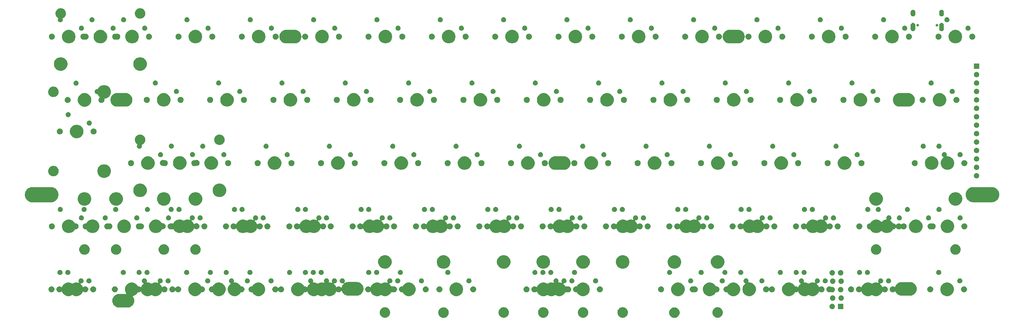
<source format=gbr>
G04 #@! TF.GenerationSoftware,KiCad,Pcbnew,(5.1.6)-1*
G04 #@! TF.CreationDate,2021-02-08T15:22:01+09:00*
G04 #@! TF.ProjectId,Joker60-NoArrows,4a6f6b65-7236-4302-9d4e-6f4172726f77,pre-Alpha*
G04 #@! TF.SameCoordinates,Original*
G04 #@! TF.FileFunction,Soldermask,Bot*
G04 #@! TF.FilePolarity,Negative*
%FSLAX46Y46*%
G04 Gerber Fmt 4.6, Leading zero omitted, Abs format (unit mm)*
G04 Created by KiCad (PCBNEW (5.1.6)-1) date 2021-02-08 15:22:01*
%MOMM*%
%LPD*%
G01*
G04 APERTURE LIST*
%ADD10C,0.254000*%
G04 APERTURE END LIST*
D10*
G36*
X261966817Y-172951776D02*
G01*
X262120051Y-172982256D01*
X262238777Y-173031434D01*
X262406681Y-173100982D01*
X262406682Y-173100983D01*
X262664644Y-173273347D01*
X262884023Y-173492726D01*
X262999193Y-173665091D01*
X263056388Y-173750689D01*
X263125936Y-173918593D01*
X263162489Y-174006839D01*
X263175114Y-174037320D01*
X263235640Y-174341605D01*
X263235640Y-174651855D01*
X263175114Y-174956140D01*
X263056388Y-175242771D01*
X263056387Y-175242772D01*
X262884023Y-175500734D01*
X262664644Y-175720113D01*
X262492279Y-175835283D01*
X262406681Y-175892478D01*
X262238777Y-175962026D01*
X262120051Y-176011204D01*
X261968998Y-176041250D01*
X261815765Y-176071730D01*
X261505515Y-176071730D01*
X261352282Y-176041250D01*
X261201229Y-176011204D01*
X261082503Y-175962026D01*
X260914599Y-175892478D01*
X260829001Y-175835283D01*
X260656636Y-175720113D01*
X260437257Y-175500734D01*
X260264893Y-175242772D01*
X260264892Y-175242771D01*
X260146166Y-174956140D01*
X260085640Y-174651855D01*
X260085640Y-174341605D01*
X260146166Y-174037320D01*
X260158792Y-174006839D01*
X260195344Y-173918593D01*
X260264892Y-173750689D01*
X260322087Y-173665091D01*
X260437257Y-173492726D01*
X260656636Y-173273347D01*
X260914598Y-173100983D01*
X260914599Y-173100982D01*
X261082503Y-173031434D01*
X261201229Y-172982256D01*
X261354463Y-172951776D01*
X261505515Y-172921730D01*
X261815765Y-172921730D01*
X261966817Y-172951776D01*
G37*
G36*
X192525757Y-172951776D02*
G01*
X192678991Y-172982256D01*
X192797717Y-173031434D01*
X192965621Y-173100982D01*
X192965622Y-173100983D01*
X193223584Y-173273347D01*
X193442963Y-173492726D01*
X193558133Y-173665091D01*
X193615328Y-173750689D01*
X193684876Y-173918593D01*
X193721429Y-174006839D01*
X193734054Y-174037320D01*
X193794580Y-174341605D01*
X193794580Y-174651855D01*
X193734054Y-174956140D01*
X193615328Y-175242771D01*
X193615327Y-175242772D01*
X193442963Y-175500734D01*
X193223584Y-175720113D01*
X193051219Y-175835283D01*
X192965621Y-175892478D01*
X192797717Y-175962026D01*
X192678991Y-176011204D01*
X192527938Y-176041250D01*
X192374705Y-176071730D01*
X192064455Y-176071730D01*
X191911222Y-176041250D01*
X191760169Y-176011204D01*
X191641443Y-175962026D01*
X191473539Y-175892478D01*
X191387941Y-175835283D01*
X191215576Y-175720113D01*
X190996197Y-175500734D01*
X190823833Y-175242772D01*
X190823832Y-175242771D01*
X190705106Y-174956140D01*
X190644580Y-174651855D01*
X190644580Y-174341605D01*
X190705106Y-174037320D01*
X190717732Y-174006839D01*
X190754284Y-173918593D01*
X190823832Y-173750689D01*
X190881027Y-173665091D01*
X190996197Y-173492726D01*
X191215576Y-173273347D01*
X191473538Y-173100983D01*
X191473539Y-173100982D01*
X191641443Y-173031434D01*
X191760169Y-172982256D01*
X191913403Y-172951776D01*
X192064455Y-172921730D01*
X192374705Y-172921730D01*
X192525757Y-172951776D01*
G37*
G36*
X234495267Y-172921513D02*
G01*
X234647411Y-172951776D01*
X234706701Y-172976335D01*
X234934041Y-173070502D01*
X234934042Y-173070503D01*
X235192004Y-173242867D01*
X235411383Y-173462246D01*
X235526553Y-173634611D01*
X235583748Y-173720209D01*
X235596373Y-173750689D01*
X235702474Y-174006839D01*
X235763000Y-174311126D01*
X235763000Y-174621374D01*
X235702474Y-174925661D01*
X235653296Y-175044387D01*
X235583748Y-175212291D01*
X235583747Y-175212292D01*
X235411383Y-175470254D01*
X235192004Y-175689633D01*
X235146387Y-175720113D01*
X234934041Y-175861998D01*
X234860455Y-175892478D01*
X234647411Y-175980724D01*
X234495267Y-176010987D01*
X234343125Y-176041250D01*
X234032875Y-176041250D01*
X233880733Y-176010987D01*
X233728589Y-175980724D01*
X233515545Y-175892478D01*
X233441959Y-175861998D01*
X233229613Y-175720113D01*
X233183996Y-175689633D01*
X232964617Y-175470254D01*
X232792253Y-175212292D01*
X232792252Y-175212291D01*
X232722704Y-175044387D01*
X232673526Y-174925661D01*
X232613000Y-174621374D01*
X232613000Y-174311126D01*
X232673526Y-174006839D01*
X232779627Y-173750689D01*
X232792252Y-173720209D01*
X232849447Y-173634611D01*
X232964617Y-173462246D01*
X233183996Y-173242867D01*
X233441958Y-173070503D01*
X233441959Y-173070502D01*
X233669299Y-172976335D01*
X233728589Y-172951776D01*
X234032875Y-172891250D01*
X234343125Y-172891250D01*
X234495267Y-172921513D01*
G37*
G36*
X210619267Y-172921513D02*
G01*
X210771411Y-172951776D01*
X210830701Y-172976335D01*
X211058041Y-173070502D01*
X211058042Y-173070503D01*
X211316004Y-173242867D01*
X211535383Y-173462246D01*
X211650553Y-173634611D01*
X211707748Y-173720209D01*
X211720373Y-173750689D01*
X211826474Y-174006839D01*
X211887000Y-174311126D01*
X211887000Y-174621374D01*
X211826474Y-174925661D01*
X211777296Y-175044387D01*
X211707748Y-175212291D01*
X211707747Y-175212292D01*
X211535383Y-175470254D01*
X211316004Y-175689633D01*
X211270387Y-175720113D01*
X211058041Y-175861998D01*
X210984455Y-175892478D01*
X210771411Y-175980724D01*
X210619267Y-176010987D01*
X210467125Y-176041250D01*
X210156875Y-176041250D01*
X210004733Y-176010987D01*
X209852589Y-175980724D01*
X209639545Y-175892478D01*
X209565959Y-175861998D01*
X209353613Y-175720113D01*
X209307996Y-175689633D01*
X209088617Y-175470254D01*
X208916253Y-175212292D01*
X208916252Y-175212291D01*
X208846704Y-175044387D01*
X208797526Y-174925661D01*
X208737000Y-174621374D01*
X208737000Y-174311126D01*
X208797526Y-174006839D01*
X208903627Y-173750689D01*
X208916252Y-173720209D01*
X208973447Y-173634611D01*
X209088617Y-173462246D01*
X209307996Y-173242867D01*
X209565958Y-173070503D01*
X209565959Y-173070502D01*
X209793299Y-172976335D01*
X209852589Y-172951776D01*
X210156875Y-172891250D01*
X210467125Y-172891250D01*
X210619267Y-172921513D01*
G37*
G36*
X174900517Y-172921513D02*
G01*
X175052661Y-172951776D01*
X175111951Y-172976335D01*
X175339291Y-173070502D01*
X175339292Y-173070503D01*
X175597254Y-173242867D01*
X175816633Y-173462246D01*
X175931803Y-173634611D01*
X175988998Y-173720209D01*
X176001623Y-173750689D01*
X176107724Y-174006839D01*
X176168250Y-174311126D01*
X176168250Y-174621374D01*
X176107724Y-174925661D01*
X176058546Y-175044387D01*
X175988998Y-175212291D01*
X175988997Y-175212292D01*
X175816633Y-175470254D01*
X175597254Y-175689633D01*
X175551637Y-175720113D01*
X175339291Y-175861998D01*
X175265705Y-175892478D01*
X175052661Y-175980724D01*
X174900517Y-176010987D01*
X174748375Y-176041250D01*
X174438125Y-176041250D01*
X174285983Y-176010987D01*
X174133839Y-175980724D01*
X173920795Y-175892478D01*
X173847209Y-175861998D01*
X173634863Y-175720113D01*
X173589246Y-175689633D01*
X173369867Y-175470254D01*
X173197503Y-175212292D01*
X173197502Y-175212291D01*
X173127954Y-175044387D01*
X173078776Y-174925661D01*
X173018250Y-174621374D01*
X173018250Y-174311126D01*
X173078776Y-174006839D01*
X173184877Y-173750689D01*
X173197502Y-173720209D01*
X173254697Y-173634611D01*
X173369867Y-173462246D01*
X173589246Y-173242867D01*
X173847208Y-173070503D01*
X173847209Y-173070502D01*
X174074549Y-172976335D01*
X174133839Y-172951776D01*
X174285983Y-172921513D01*
X174438125Y-172891250D01*
X174748375Y-172891250D01*
X174900517Y-172921513D01*
G37*
G36*
X274976517Y-172921513D02*
G01*
X275128661Y-172951776D01*
X275187951Y-172976335D01*
X275415291Y-173070502D01*
X275415292Y-173070503D01*
X275673254Y-173242867D01*
X275892633Y-173462246D01*
X276007803Y-173634611D01*
X276064998Y-173720209D01*
X276077623Y-173750689D01*
X276183724Y-174006839D01*
X276244250Y-174311126D01*
X276244250Y-174621374D01*
X276183724Y-174925661D01*
X276134546Y-175044387D01*
X276064998Y-175212291D01*
X276064997Y-175212292D01*
X275892633Y-175470254D01*
X275673254Y-175689633D01*
X275627637Y-175720113D01*
X275415291Y-175861998D01*
X275341705Y-175892478D01*
X275128661Y-175980724D01*
X274976517Y-176010987D01*
X274824375Y-176041250D01*
X274514125Y-176041250D01*
X274361983Y-176010987D01*
X274209839Y-175980724D01*
X273996795Y-175892478D01*
X273923209Y-175861998D01*
X273710863Y-175720113D01*
X273665246Y-175689633D01*
X273445867Y-175470254D01*
X273273503Y-175212292D01*
X273273502Y-175212291D01*
X273203954Y-175044387D01*
X273154776Y-174925661D01*
X273094250Y-174621374D01*
X273094250Y-174311126D01*
X273154776Y-174006839D01*
X273260877Y-173750689D01*
X273273502Y-173720209D01*
X273330697Y-173634611D01*
X273445867Y-173462246D01*
X273665246Y-173242867D01*
X273923208Y-173070503D01*
X273923209Y-173070502D01*
X274150549Y-172976335D01*
X274209839Y-172951776D01*
X274514125Y-172891250D01*
X274824375Y-172891250D01*
X274976517Y-172921513D01*
G37*
G36*
X246401517Y-172921513D02*
G01*
X246553661Y-172951776D01*
X246612951Y-172976335D01*
X246840291Y-173070502D01*
X246840292Y-173070503D01*
X247098254Y-173242867D01*
X247317633Y-173462246D01*
X247432803Y-173634611D01*
X247489998Y-173720209D01*
X247502623Y-173750689D01*
X247608724Y-174006839D01*
X247669250Y-174311126D01*
X247669250Y-174621374D01*
X247608724Y-174925661D01*
X247559546Y-175044387D01*
X247489998Y-175212291D01*
X247489997Y-175212292D01*
X247317633Y-175470254D01*
X247098254Y-175689633D01*
X247052637Y-175720113D01*
X246840291Y-175861998D01*
X246766705Y-175892478D01*
X246553661Y-175980724D01*
X246401517Y-176010987D01*
X246249375Y-176041250D01*
X245939125Y-176041250D01*
X245786983Y-176010987D01*
X245634839Y-175980724D01*
X245421795Y-175892478D01*
X245348209Y-175861998D01*
X245135863Y-175720113D01*
X245090246Y-175689633D01*
X244870867Y-175470254D01*
X244698503Y-175212292D01*
X244698502Y-175212291D01*
X244628954Y-175044387D01*
X244579776Y-174925661D01*
X244519250Y-174621374D01*
X244519250Y-174311126D01*
X244579776Y-174006839D01*
X244685877Y-173750689D01*
X244698502Y-173720209D01*
X244755697Y-173634611D01*
X244870867Y-173462246D01*
X245090246Y-173242867D01*
X245348208Y-173070503D01*
X245348209Y-173070502D01*
X245575549Y-172976335D01*
X245634839Y-172951776D01*
X245939125Y-172891250D01*
X246249375Y-172891250D01*
X246401517Y-172921513D01*
G37*
G36*
X222525517Y-172921513D02*
G01*
X222677661Y-172951776D01*
X222736951Y-172976335D01*
X222964291Y-173070502D01*
X222964292Y-173070503D01*
X223222254Y-173242867D01*
X223441633Y-173462246D01*
X223556803Y-173634611D01*
X223613998Y-173720209D01*
X223626623Y-173750689D01*
X223732724Y-174006839D01*
X223793250Y-174311126D01*
X223793250Y-174621374D01*
X223732724Y-174925661D01*
X223683546Y-175044387D01*
X223613998Y-175212291D01*
X223613997Y-175212292D01*
X223441633Y-175470254D01*
X223222254Y-175689633D01*
X223176637Y-175720113D01*
X222964291Y-175861998D01*
X222890705Y-175892478D01*
X222677661Y-175980724D01*
X222525517Y-176010987D01*
X222373375Y-176041250D01*
X222063125Y-176041250D01*
X221910983Y-176010987D01*
X221758839Y-175980724D01*
X221545795Y-175892478D01*
X221472209Y-175861998D01*
X221259863Y-175720113D01*
X221214246Y-175689633D01*
X220994867Y-175470254D01*
X220822503Y-175212292D01*
X220822502Y-175212291D01*
X220752954Y-175044387D01*
X220703776Y-174925661D01*
X220643250Y-174621374D01*
X220643250Y-174311126D01*
X220703776Y-174006839D01*
X220809877Y-173750689D01*
X220822502Y-173720209D01*
X220879697Y-173634611D01*
X220994867Y-173462246D01*
X221214246Y-173242867D01*
X221472208Y-173070503D01*
X221472209Y-173070502D01*
X221699549Y-172976335D01*
X221758839Y-172951776D01*
X222063125Y-172891250D01*
X222373375Y-172891250D01*
X222525517Y-172921513D01*
G37*
G36*
X309375112Y-171876767D02*
G01*
X309523071Y-171938054D01*
X309656225Y-172027024D01*
X309769471Y-172140270D01*
X309858441Y-172273424D01*
X309919728Y-172421383D01*
X309950970Y-172578450D01*
X309950970Y-172738600D01*
X309919728Y-172895667D01*
X309858441Y-173043626D01*
X309769471Y-173176780D01*
X309656225Y-173290026D01*
X309523071Y-173378996D01*
X309375112Y-173440283D01*
X309218045Y-173471525D01*
X309057895Y-173471525D01*
X308900828Y-173440283D01*
X308752869Y-173378996D01*
X308619715Y-173290026D01*
X308506469Y-173176780D01*
X308417499Y-173043626D01*
X308356212Y-172895667D01*
X308324970Y-172738600D01*
X308324970Y-172578450D01*
X308356212Y-172421383D01*
X308417499Y-172273424D01*
X308506469Y-172140270D01*
X308619715Y-172027024D01*
X308752869Y-171938054D01*
X308900828Y-171876767D01*
X309057895Y-171845525D01*
X309218045Y-171845525D01*
X309375112Y-171876767D01*
G37*
G36*
X312490970Y-173471525D02*
G01*
X310864970Y-173471525D01*
X310864970Y-171845525D01*
X312490970Y-171845525D01*
X312490970Y-173471525D01*
G37*
G36*
X102408195Y-164198772D02*
G01*
X102457267Y-164208533D01*
X102595942Y-164265974D01*
X102720747Y-164349366D01*
X102826884Y-164455503D01*
X102910276Y-164580308D01*
X102940562Y-164653425D01*
X102967717Y-164718984D01*
X102997000Y-164866198D01*
X102997000Y-165016302D01*
X102967717Y-165163516D01*
X102926296Y-165263516D01*
X102919183Y-165286965D01*
X102916781Y-165311351D01*
X102919183Y-165335737D01*
X102926296Y-165359186D01*
X102937847Y-165380797D01*
X102953392Y-165399739D01*
X102972334Y-165415284D01*
X102993945Y-165426835D01*
X103017394Y-165433948D01*
X103041780Y-165436350D01*
X103388906Y-165436350D01*
X103783974Y-165514934D01*
X103943587Y-165581048D01*
X104156123Y-165669083D01*
X104268410Y-165744111D01*
X104308679Y-165771018D01*
X104330290Y-165782569D01*
X104353739Y-165789682D01*
X104378125Y-165792084D01*
X104402511Y-165789682D01*
X104425960Y-165782569D01*
X104447571Y-165771018D01*
X104487840Y-165744111D01*
X104600127Y-165669083D01*
X104812663Y-165581048D01*
X104972276Y-165514934D01*
X105367344Y-165436350D01*
X105770156Y-165436350D01*
X106165224Y-165514934D01*
X106198154Y-165528574D01*
X106221603Y-165535687D01*
X106245989Y-165538089D01*
X106270375Y-165535687D01*
X106293824Y-165528574D01*
X106315435Y-165517023D01*
X106334376Y-165501478D01*
X106349922Y-165482536D01*
X106361473Y-165460925D01*
X106368586Y-165437476D01*
X106370988Y-165413090D01*
X106368586Y-165388704D01*
X106361473Y-165365255D01*
X106349925Y-165343649D01*
X106322224Y-165302192D01*
X106264783Y-165163517D01*
X106235500Y-165016300D01*
X106235500Y-164866200D01*
X106264783Y-164718983D01*
X106322224Y-164580308D01*
X106405616Y-164455503D01*
X106511753Y-164349366D01*
X106636558Y-164265974D01*
X106775233Y-164208533D01*
X106824305Y-164198772D01*
X106922448Y-164179250D01*
X107072552Y-164179250D01*
X107170695Y-164198772D01*
X107219767Y-164208533D01*
X107358442Y-164265974D01*
X107483247Y-164349366D01*
X107589384Y-164455503D01*
X107672776Y-164580308D01*
X107730217Y-164718983D01*
X107759500Y-164866200D01*
X107759500Y-165016300D01*
X107730217Y-165163517D01*
X107672776Y-165302192D01*
X107589384Y-165426997D01*
X107483247Y-165533134D01*
X107358442Y-165616526D01*
X107219767Y-165673967D01*
X107170695Y-165683728D01*
X107072552Y-165703250D01*
X106984449Y-165703250D01*
X106960063Y-165705652D01*
X106936614Y-165712765D01*
X106915003Y-165724316D01*
X106896061Y-165739861D01*
X106880516Y-165758803D01*
X106868965Y-165780414D01*
X106861852Y-165803863D01*
X106859450Y-165828249D01*
X106861852Y-165852635D01*
X106868965Y-165876084D01*
X106880516Y-165897695D01*
X106896056Y-165916631D01*
X107157127Y-166177702D01*
X107380917Y-166512627D01*
X107402379Y-166564441D01*
X107479125Y-166749721D01*
X107490676Y-166771332D01*
X107506222Y-166790274D01*
X107525164Y-166805819D01*
X107546774Y-166817370D01*
X107570223Y-166824483D01*
X107594609Y-166826885D01*
X107618995Y-166824483D01*
X107642444Y-166817370D01*
X107664055Y-166805819D01*
X107682991Y-166790279D01*
X107692572Y-166780698D01*
X107768603Y-166729896D01*
X107840289Y-166681997D01*
X107895002Y-166659334D01*
X108004425Y-166614009D01*
X108091548Y-166596679D01*
X108178669Y-166579350D01*
X108356331Y-166579350D01*
X108443452Y-166596679D01*
X108530575Y-166614009D01*
X108639998Y-166659334D01*
X108694711Y-166681997D01*
X108766397Y-166729896D01*
X108842428Y-166780698D01*
X108968052Y-166906322D01*
X108968054Y-166906325D01*
X109066753Y-167054039D01*
X109089416Y-167108752D01*
X109134741Y-167218175D01*
X109169400Y-167392421D01*
X109169400Y-167570079D01*
X109134741Y-167744325D01*
X109105189Y-167815668D01*
X109066753Y-167908461D01*
X108968717Y-168055183D01*
X108968052Y-168056178D01*
X108842428Y-168181802D01*
X108842425Y-168181804D01*
X108694711Y-168280503D01*
X108650065Y-168298996D01*
X108530575Y-168348491D01*
X108471296Y-168360282D01*
X108356331Y-168383150D01*
X108178669Y-168383150D01*
X108063704Y-168360282D01*
X108004425Y-168348491D01*
X107884935Y-168298996D01*
X107840289Y-168280503D01*
X107692575Y-168181804D01*
X107692572Y-168181802D01*
X107682991Y-168172221D01*
X107664055Y-168156681D01*
X107642444Y-168145130D01*
X107618995Y-168138017D01*
X107594609Y-168135615D01*
X107570223Y-168138017D01*
X107546774Y-168145130D01*
X107525163Y-168156681D01*
X107506221Y-168172226D01*
X107490676Y-168191168D01*
X107479125Y-168212779D01*
X107427983Y-168336246D01*
X107380917Y-168449873D01*
X107157127Y-168784798D01*
X106872298Y-169069627D01*
X106537373Y-169293417D01*
X106432716Y-169336767D01*
X106165224Y-169447566D01*
X105770156Y-169526150D01*
X105367344Y-169526150D01*
X104972276Y-169447566D01*
X104704784Y-169336767D01*
X104600127Y-169293417D01*
X104447569Y-169191481D01*
X104425960Y-169179931D01*
X104402511Y-169172818D01*
X104378125Y-169170416D01*
X104353739Y-169172818D01*
X104330290Y-169179931D01*
X104308681Y-169191481D01*
X104156123Y-169293417D01*
X104051466Y-169336767D01*
X103783974Y-169447566D01*
X103388906Y-169526150D01*
X102986094Y-169526150D01*
X102591026Y-169447566D01*
X102323534Y-169336767D01*
X102218877Y-169293417D01*
X101883952Y-169069627D01*
X101599123Y-168784798D01*
X101375333Y-168449873D01*
X101328267Y-168336246D01*
X101277125Y-168212779D01*
X101265574Y-168191168D01*
X101250028Y-168172226D01*
X101231086Y-168156681D01*
X101209476Y-168145130D01*
X101186027Y-168138017D01*
X101161641Y-168135615D01*
X101137255Y-168138017D01*
X101113806Y-168145130D01*
X101092195Y-168156681D01*
X101073259Y-168172221D01*
X101063678Y-168181802D01*
X101063675Y-168181804D01*
X100915961Y-168280503D01*
X100871315Y-168298996D01*
X100751825Y-168348491D01*
X100692546Y-168360282D01*
X100577581Y-168383150D01*
X100399919Y-168383150D01*
X100375702Y-168378333D01*
X100351316Y-168375931D01*
X100326929Y-168378333D01*
X100303481Y-168385446D01*
X100281870Y-168396997D01*
X100262928Y-168412543D01*
X100247383Y-168431485D01*
X100239107Y-168446969D01*
X100237168Y-168449871D01*
X100237167Y-168449873D01*
X100013377Y-168784798D01*
X99728548Y-169069627D01*
X99393623Y-169293417D01*
X99288966Y-169336767D01*
X99021474Y-169447566D01*
X98835094Y-169484639D01*
X98811645Y-169491752D01*
X98790034Y-169503303D01*
X98771093Y-169518848D01*
X98755547Y-169537790D01*
X98743996Y-169559401D01*
X98736883Y-169582850D01*
X98734481Y-169607236D01*
X98736883Y-169631622D01*
X98743996Y-169655071D01*
X98755547Y-169676682D01*
X98762855Y-169686535D01*
X98839846Y-169780349D01*
X99030294Y-170136651D01*
X99030295Y-170136654D01*
X99147573Y-170523269D01*
X99187173Y-170925335D01*
X99147573Y-171327401D01*
X99030295Y-171714016D01*
X99030294Y-171714019D01*
X98839848Y-172070318D01*
X98839846Y-172070321D01*
X98839845Y-172070322D01*
X98583543Y-172382628D01*
X98271237Y-172638930D01*
X98271233Y-172638933D01*
X97914934Y-172829379D01*
X97914931Y-172829380D01*
X97528316Y-172946658D01*
X97327439Y-172966443D01*
X97227001Y-172976335D01*
X94525499Y-172976335D01*
X94425061Y-172966443D01*
X94224184Y-172946658D01*
X93837569Y-172829380D01*
X93837566Y-172829379D01*
X93481267Y-172638933D01*
X93481263Y-172638930D01*
X93168957Y-172382628D01*
X92912655Y-172070322D01*
X92912654Y-172070321D01*
X92912652Y-172070318D01*
X92722206Y-171714019D01*
X92722205Y-171714016D01*
X92604927Y-171327401D01*
X92565327Y-170925335D01*
X92604927Y-170523269D01*
X92722205Y-170136654D01*
X92722206Y-170136651D01*
X92912652Y-169780352D01*
X92951164Y-169733425D01*
X93168957Y-169468042D01*
X93481263Y-169211740D01*
X93481264Y-169211739D01*
X93481267Y-169211737D01*
X93837566Y-169021291D01*
X93837569Y-169021290D01*
X94224184Y-168904012D01*
X94425061Y-168884227D01*
X94525499Y-168874335D01*
X96662593Y-168874335D01*
X96686979Y-168871933D01*
X96710428Y-168864820D01*
X96732039Y-168853269D01*
X96750981Y-168837724D01*
X96766526Y-168818782D01*
X96778077Y-168797171D01*
X96785190Y-168773722D01*
X96787592Y-168749336D01*
X96785190Y-168724950D01*
X96778077Y-168701501D01*
X96766526Y-168679890D01*
X96612833Y-168449873D01*
X96514626Y-168212779D01*
X96458684Y-168077724D01*
X96380100Y-167682656D01*
X96380100Y-167279844D01*
X96458684Y-166884776D01*
X96569708Y-166616740D01*
X96612833Y-166512627D01*
X96836623Y-166177702D01*
X97121452Y-165892873D01*
X97456377Y-165669083D01*
X97668913Y-165581048D01*
X97828526Y-165514934D01*
X98223594Y-165436350D01*
X98626406Y-165436350D01*
X99021474Y-165514934D01*
X99181087Y-165581048D01*
X99393623Y-165669083D01*
X99728548Y-165892873D01*
X100013377Y-166177702D01*
X100033716Y-166208142D01*
X100239107Y-166515531D01*
X100247383Y-166531015D01*
X100262928Y-166549957D01*
X100281869Y-166565502D01*
X100303480Y-166577054D01*
X100326929Y-166584167D01*
X100351315Y-166586569D01*
X100375702Y-166584167D01*
X100399919Y-166579350D01*
X100577581Y-166579350D01*
X100664702Y-166596679D01*
X100751825Y-166614009D01*
X100861248Y-166659334D01*
X100915961Y-166681997D01*
X100987647Y-166729896D01*
X101063678Y-166780698D01*
X101073259Y-166790279D01*
X101092195Y-166805819D01*
X101113806Y-166817370D01*
X101137255Y-166824483D01*
X101161641Y-166826885D01*
X101186027Y-166824483D01*
X101209476Y-166817370D01*
X101231087Y-166805819D01*
X101250029Y-166790274D01*
X101265574Y-166771332D01*
X101277125Y-166749721D01*
X101353871Y-166564441D01*
X101375333Y-166512627D01*
X101599123Y-166177702D01*
X101883952Y-165892873D01*
X101941035Y-165854731D01*
X101959975Y-165839187D01*
X101975520Y-165820245D01*
X101987071Y-165798635D01*
X101994184Y-165775186D01*
X101996586Y-165750800D01*
X101994184Y-165726414D01*
X101987071Y-165702965D01*
X101975520Y-165681354D01*
X101959974Y-165662412D01*
X101941032Y-165646867D01*
X101919425Y-165635318D01*
X101874058Y-165616526D01*
X101749253Y-165533134D01*
X101643116Y-165426997D01*
X101559724Y-165302192D01*
X101502283Y-165163517D01*
X101473000Y-165016300D01*
X101473000Y-164866200D01*
X101502283Y-164718983D01*
X101559724Y-164580308D01*
X101643116Y-164455503D01*
X101749253Y-164349366D01*
X101874058Y-164265974D01*
X102012733Y-164208533D01*
X102061805Y-164198772D01*
X102159948Y-164179250D01*
X102310052Y-164179250D01*
X102408195Y-164198772D01*
G37*
G36*
X312042112Y-169336767D02*
G01*
X312190071Y-169398054D01*
X312323225Y-169487024D01*
X312436471Y-169600270D01*
X312525441Y-169733424D01*
X312586728Y-169881383D01*
X312617970Y-170038450D01*
X312617970Y-170198600D01*
X312586728Y-170355667D01*
X312525441Y-170503626D01*
X312436471Y-170636780D01*
X312323225Y-170750026D01*
X312190071Y-170838996D01*
X312042112Y-170900283D01*
X311885045Y-170931525D01*
X311724895Y-170931525D01*
X311567828Y-170900283D01*
X311419869Y-170838996D01*
X311286715Y-170750026D01*
X311173469Y-170636780D01*
X311084499Y-170503626D01*
X311023212Y-170355667D01*
X310991970Y-170198600D01*
X310991970Y-170038450D01*
X311023212Y-169881383D01*
X311084499Y-169733424D01*
X311173469Y-169600270D01*
X311286715Y-169487024D01*
X311419869Y-169398054D01*
X311567828Y-169336767D01*
X311724895Y-169305525D01*
X311885045Y-169305525D01*
X312042112Y-169336767D01*
G37*
G36*
X309502112Y-169336767D02*
G01*
X309650071Y-169398054D01*
X309783225Y-169487024D01*
X309896471Y-169600270D01*
X309985441Y-169733424D01*
X310046728Y-169881383D01*
X310077970Y-170038450D01*
X310077970Y-170198600D01*
X310046728Y-170355667D01*
X309985441Y-170503626D01*
X309896471Y-170636780D01*
X309783225Y-170750026D01*
X309650071Y-170838996D01*
X309502112Y-170900283D01*
X309345045Y-170931525D01*
X309184895Y-170931525D01*
X309027828Y-170900283D01*
X308879869Y-170838996D01*
X308746715Y-170750026D01*
X308633469Y-170636780D01*
X308544499Y-170503626D01*
X308483212Y-170355667D01*
X308451970Y-170198600D01*
X308451970Y-170038450D01*
X308483212Y-169881383D01*
X308544499Y-169733424D01*
X308633469Y-169600270D01*
X308746715Y-169487024D01*
X308879869Y-169398054D01*
X309027828Y-169336767D01*
X309184895Y-169305525D01*
X309345045Y-169305525D01*
X309502112Y-169336767D01*
G37*
G36*
X344290224Y-165514934D02*
G01*
X344449837Y-165581048D01*
X344662373Y-165669083D01*
X344997298Y-165892873D01*
X345282127Y-166177702D01*
X345505917Y-166512627D01*
X345549042Y-166616740D01*
X345660066Y-166884776D01*
X345738650Y-167279844D01*
X345738650Y-167682656D01*
X345660066Y-168077724D01*
X345604124Y-168212779D01*
X345505917Y-168449873D01*
X345282127Y-168784798D01*
X344997298Y-169069627D01*
X344662373Y-169293417D01*
X344557716Y-169336767D01*
X344290224Y-169447566D01*
X343895156Y-169526150D01*
X343492344Y-169526150D01*
X343097276Y-169447566D01*
X342829784Y-169336767D01*
X342725127Y-169293417D01*
X342390202Y-169069627D01*
X342105373Y-168784798D01*
X341881583Y-168449873D01*
X341783376Y-168212779D01*
X341727434Y-168077724D01*
X341648850Y-167682656D01*
X341648850Y-167279844D01*
X341727434Y-166884776D01*
X341838458Y-166616740D01*
X341881583Y-166512627D01*
X342105373Y-166177702D01*
X342390202Y-165892873D01*
X342725127Y-165669083D01*
X342937663Y-165581048D01*
X343097276Y-165514934D01*
X343492344Y-165436350D01*
X343895156Y-165436350D01*
X344290224Y-165514934D01*
G37*
G36*
X263327724Y-165514934D02*
G01*
X263487337Y-165581048D01*
X263699873Y-165669083D01*
X264034798Y-165892873D01*
X264319627Y-166177702D01*
X264543417Y-166512627D01*
X264586542Y-166616740D01*
X264697566Y-166884776D01*
X264776150Y-167279844D01*
X264776150Y-167682656D01*
X264697566Y-168077724D01*
X264641624Y-168212779D01*
X264543417Y-168449873D01*
X264319627Y-168784798D01*
X264034798Y-169069627D01*
X263699873Y-169293417D01*
X263595216Y-169336767D01*
X263327724Y-169447566D01*
X262932656Y-169526150D01*
X262529844Y-169526150D01*
X262134776Y-169447566D01*
X261867284Y-169336767D01*
X261762627Y-169293417D01*
X261427702Y-169069627D01*
X261142873Y-168784798D01*
X260919083Y-168449873D01*
X260820876Y-168212779D01*
X260764934Y-168077724D01*
X260686350Y-167682656D01*
X260686350Y-167279844D01*
X260764934Y-166884776D01*
X260875958Y-166616740D01*
X260919083Y-166512627D01*
X261142873Y-166177702D01*
X261427702Y-165892873D01*
X261762627Y-165669083D01*
X261975163Y-165581048D01*
X262134776Y-165514934D01*
X262529844Y-165436350D01*
X262932656Y-165436350D01*
X263327724Y-165514934D01*
G37*
G36*
X137121474Y-165514934D02*
G01*
X137281087Y-165581048D01*
X137493623Y-165669083D01*
X137828548Y-165892873D01*
X138113377Y-166177702D01*
X138337167Y-166512627D01*
X138380292Y-166616740D01*
X138491316Y-166884776D01*
X138569900Y-167279844D01*
X138569900Y-167682656D01*
X138491316Y-168077724D01*
X138435374Y-168212779D01*
X138337167Y-168449873D01*
X138113377Y-168784798D01*
X137828548Y-169069627D01*
X137493623Y-169293417D01*
X137388966Y-169336767D01*
X137121474Y-169447566D01*
X136726406Y-169526150D01*
X136323594Y-169526150D01*
X135928526Y-169447566D01*
X135661034Y-169336767D01*
X135556377Y-169293417D01*
X135221452Y-169069627D01*
X134936623Y-168784798D01*
X134712833Y-168449873D01*
X134712832Y-168449871D01*
X134710893Y-168446969D01*
X134702617Y-168431485D01*
X134687072Y-168412543D01*
X134668131Y-168396998D01*
X134646520Y-168385446D01*
X134623071Y-168378333D01*
X134598685Y-168375931D01*
X134574298Y-168378333D01*
X134550081Y-168383150D01*
X134372419Y-168383150D01*
X134257454Y-168360282D01*
X134198175Y-168348491D01*
X134078685Y-168298996D01*
X134034039Y-168280503D01*
X133886325Y-168181804D01*
X133886322Y-168181802D01*
X133760698Y-168056178D01*
X133760033Y-168055183D01*
X133661997Y-167908461D01*
X133623561Y-167815668D01*
X133594009Y-167744325D01*
X133559350Y-167570079D01*
X133559350Y-167392421D01*
X133594009Y-167218175D01*
X133639334Y-167108752D01*
X133661997Y-167054039D01*
X133760696Y-166906325D01*
X133760698Y-166906322D01*
X133886322Y-166780698D01*
X133962353Y-166729896D01*
X134034039Y-166681997D01*
X134088752Y-166659334D01*
X134198175Y-166614009D01*
X134285298Y-166596679D01*
X134372419Y-166579350D01*
X134550081Y-166579350D01*
X134574298Y-166584167D01*
X134598684Y-166586569D01*
X134623071Y-166584167D01*
X134646519Y-166577054D01*
X134668130Y-166565503D01*
X134687072Y-166549957D01*
X134702617Y-166531015D01*
X134710893Y-166515531D01*
X134916284Y-166208142D01*
X134936623Y-166177702D01*
X135221452Y-165892873D01*
X135556377Y-165669083D01*
X135768913Y-165581048D01*
X135928526Y-165514934D01*
X136323594Y-165436350D01*
X136726406Y-165436350D01*
X137121474Y-165514934D01*
G37*
G36*
X300051945Y-164198772D02*
G01*
X300101017Y-164208533D01*
X300239692Y-164265974D01*
X300364497Y-164349366D01*
X300470634Y-164455503D01*
X300554026Y-164580308D01*
X300584312Y-164653425D01*
X300611467Y-164718984D01*
X300640750Y-164866198D01*
X300640750Y-165016302D01*
X300611467Y-165163516D01*
X300570046Y-165263516D01*
X300562933Y-165286965D01*
X300560531Y-165311351D01*
X300562933Y-165335737D01*
X300570046Y-165359186D01*
X300581597Y-165380797D01*
X300597142Y-165399739D01*
X300616084Y-165415284D01*
X300637695Y-165426835D01*
X300661144Y-165433948D01*
X300685530Y-165436350D01*
X301032656Y-165436350D01*
X301427724Y-165514934D01*
X301587337Y-165581048D01*
X301799873Y-165669083D01*
X301912160Y-165744111D01*
X301952429Y-165771018D01*
X301974040Y-165782569D01*
X301997489Y-165789682D01*
X302021875Y-165792084D01*
X302046261Y-165789682D01*
X302069710Y-165782569D01*
X302091321Y-165771018D01*
X302131590Y-165744111D01*
X302243877Y-165669083D01*
X302456413Y-165581048D01*
X302616026Y-165514934D01*
X303011094Y-165436350D01*
X303413906Y-165436350D01*
X303808974Y-165514934D01*
X303841904Y-165528574D01*
X303865353Y-165535687D01*
X303889739Y-165538089D01*
X303914125Y-165535687D01*
X303937574Y-165528574D01*
X303959185Y-165517023D01*
X303978126Y-165501478D01*
X303993672Y-165482536D01*
X304005223Y-165460925D01*
X304012336Y-165437476D01*
X304014738Y-165413090D01*
X304012336Y-165388704D01*
X304005223Y-165365255D01*
X303993675Y-165343649D01*
X303965974Y-165302192D01*
X303908533Y-165163517D01*
X303879250Y-165016300D01*
X303879250Y-164866200D01*
X303908533Y-164718983D01*
X303965974Y-164580308D01*
X304049366Y-164455503D01*
X304155503Y-164349366D01*
X304280308Y-164265974D01*
X304418983Y-164208533D01*
X304468055Y-164198772D01*
X304566198Y-164179250D01*
X304716302Y-164179250D01*
X304814445Y-164198772D01*
X304863517Y-164208533D01*
X305002192Y-164265974D01*
X305126997Y-164349366D01*
X305233134Y-164455503D01*
X305316526Y-164580308D01*
X305373967Y-164718983D01*
X305403250Y-164866200D01*
X305403250Y-165016300D01*
X305373967Y-165163517D01*
X305316526Y-165302192D01*
X305233134Y-165426997D01*
X305126997Y-165533134D01*
X305002192Y-165616526D01*
X304863517Y-165673967D01*
X304814445Y-165683728D01*
X304716302Y-165703250D01*
X304628199Y-165703250D01*
X304603813Y-165705652D01*
X304580364Y-165712765D01*
X304558753Y-165724316D01*
X304539811Y-165739861D01*
X304524266Y-165758803D01*
X304512715Y-165780414D01*
X304505602Y-165803863D01*
X304503200Y-165828249D01*
X304505602Y-165852635D01*
X304512715Y-165876084D01*
X304524266Y-165897695D01*
X304539806Y-165916631D01*
X304800877Y-166177702D01*
X305024667Y-166512627D01*
X305046129Y-166564441D01*
X305122875Y-166749721D01*
X305134426Y-166771332D01*
X305149972Y-166790274D01*
X305168914Y-166805819D01*
X305190524Y-166817370D01*
X305213973Y-166824483D01*
X305238359Y-166826885D01*
X305262745Y-166824483D01*
X305286194Y-166817370D01*
X305307805Y-166805819D01*
X305326741Y-166790279D01*
X305336322Y-166780698D01*
X305412353Y-166729896D01*
X305484039Y-166681997D01*
X305538752Y-166659334D01*
X305648175Y-166614009D01*
X305735298Y-166596679D01*
X305822419Y-166579350D01*
X306000081Y-166579350D01*
X306087202Y-166596679D01*
X306174325Y-166614009D01*
X306283748Y-166659334D01*
X306338461Y-166681997D01*
X306410147Y-166729896D01*
X306486178Y-166780698D01*
X306611802Y-166906322D01*
X306611804Y-166906325D01*
X306710503Y-167054039D01*
X306733166Y-167108752D01*
X306778491Y-167218175D01*
X306813150Y-167392421D01*
X306813150Y-167570079D01*
X306778491Y-167744325D01*
X306748939Y-167815668D01*
X306710503Y-167908461D01*
X306612467Y-168055183D01*
X306611802Y-168056178D01*
X306486178Y-168181802D01*
X306486175Y-168181804D01*
X306338461Y-168280503D01*
X306293815Y-168298996D01*
X306174325Y-168348491D01*
X306115046Y-168360282D01*
X306000081Y-168383150D01*
X305822419Y-168383150D01*
X305707454Y-168360282D01*
X305648175Y-168348491D01*
X305528685Y-168298996D01*
X305484039Y-168280503D01*
X305336325Y-168181804D01*
X305336322Y-168181802D01*
X305326741Y-168172221D01*
X305307805Y-168156681D01*
X305286194Y-168145130D01*
X305262745Y-168138017D01*
X305238359Y-168135615D01*
X305213973Y-168138017D01*
X305190524Y-168145130D01*
X305168913Y-168156681D01*
X305149971Y-168172226D01*
X305134426Y-168191168D01*
X305122875Y-168212779D01*
X305071733Y-168336246D01*
X305024667Y-168449873D01*
X304800877Y-168784798D01*
X304516048Y-169069627D01*
X304181123Y-169293417D01*
X304076466Y-169336767D01*
X303808974Y-169447566D01*
X303413906Y-169526150D01*
X303011094Y-169526150D01*
X302616026Y-169447566D01*
X302348534Y-169336767D01*
X302243877Y-169293417D01*
X302091319Y-169191481D01*
X302069710Y-169179931D01*
X302046261Y-169172818D01*
X302021875Y-169170416D01*
X301997489Y-169172818D01*
X301974040Y-169179931D01*
X301952431Y-169191481D01*
X301799873Y-169293417D01*
X301695216Y-169336767D01*
X301427724Y-169447566D01*
X301032656Y-169526150D01*
X300629844Y-169526150D01*
X300234776Y-169447566D01*
X299967284Y-169336767D01*
X299862627Y-169293417D01*
X299527702Y-169069627D01*
X299242873Y-168784798D01*
X299019083Y-168449873D01*
X298972017Y-168336246D01*
X298920875Y-168212779D01*
X298909324Y-168191168D01*
X298893778Y-168172226D01*
X298874836Y-168156681D01*
X298853226Y-168145130D01*
X298829777Y-168138017D01*
X298805391Y-168135615D01*
X298781005Y-168138017D01*
X298757556Y-168145130D01*
X298735945Y-168156681D01*
X298717009Y-168172221D01*
X298707428Y-168181802D01*
X298707425Y-168181804D01*
X298559711Y-168280503D01*
X298515065Y-168298996D01*
X298395575Y-168348491D01*
X298336296Y-168360282D01*
X298221331Y-168383150D01*
X298043669Y-168383150D01*
X298019452Y-168378333D01*
X297995066Y-168375931D01*
X297970679Y-168378333D01*
X297947231Y-168385446D01*
X297925620Y-168396997D01*
X297906678Y-168412543D01*
X297891133Y-168431485D01*
X297882857Y-168446969D01*
X297880918Y-168449871D01*
X297880917Y-168449873D01*
X297657127Y-168784798D01*
X297372298Y-169069627D01*
X297037373Y-169293417D01*
X296932716Y-169336767D01*
X296665224Y-169447566D01*
X296270156Y-169526150D01*
X295867344Y-169526150D01*
X295472276Y-169447566D01*
X295204784Y-169336767D01*
X295100127Y-169293417D01*
X294765202Y-169069627D01*
X294480373Y-168784798D01*
X294256583Y-168449873D01*
X294158376Y-168212779D01*
X294102434Y-168077724D01*
X294023850Y-167682656D01*
X294023850Y-167279844D01*
X294102434Y-166884776D01*
X294213458Y-166616740D01*
X294256583Y-166512627D01*
X294480373Y-166177702D01*
X294765202Y-165892873D01*
X295100127Y-165669083D01*
X295312663Y-165581048D01*
X295472276Y-165514934D01*
X295867344Y-165436350D01*
X296270156Y-165436350D01*
X296665224Y-165514934D01*
X296824837Y-165581048D01*
X297037373Y-165669083D01*
X297372298Y-165892873D01*
X297657127Y-166177702D01*
X297677466Y-166208142D01*
X297882857Y-166515531D01*
X297891133Y-166531015D01*
X297906678Y-166549957D01*
X297925619Y-166565502D01*
X297947230Y-166577054D01*
X297970679Y-166584167D01*
X297995065Y-166586569D01*
X298019452Y-166584167D01*
X298043669Y-166579350D01*
X298221331Y-166579350D01*
X298308452Y-166596679D01*
X298395575Y-166614009D01*
X298504998Y-166659334D01*
X298559711Y-166681997D01*
X298631397Y-166729896D01*
X298707428Y-166780698D01*
X298717009Y-166790279D01*
X298735945Y-166805819D01*
X298757556Y-166817370D01*
X298781005Y-166824483D01*
X298805391Y-166826885D01*
X298829777Y-166824483D01*
X298853226Y-166817370D01*
X298874837Y-166805819D01*
X298893779Y-166790274D01*
X298909324Y-166771332D01*
X298920875Y-166749721D01*
X298997621Y-166564441D01*
X299019083Y-166512627D01*
X299242873Y-166177702D01*
X299527702Y-165892873D01*
X299584785Y-165854731D01*
X299603725Y-165839187D01*
X299619270Y-165820245D01*
X299630821Y-165798635D01*
X299637934Y-165775186D01*
X299640336Y-165750800D01*
X299637934Y-165726414D01*
X299630821Y-165702965D01*
X299619270Y-165681354D01*
X299603724Y-165662412D01*
X299584782Y-165646867D01*
X299563175Y-165635318D01*
X299517808Y-165616526D01*
X299393003Y-165533134D01*
X299286866Y-165426997D01*
X299203474Y-165302192D01*
X299146033Y-165163517D01*
X299116750Y-165016300D01*
X299116750Y-164866200D01*
X299146033Y-164718983D01*
X299203474Y-164580308D01*
X299286866Y-164455503D01*
X299393003Y-164349366D01*
X299517808Y-164265974D01*
X299656483Y-164208533D01*
X299705555Y-164198772D01*
X299803698Y-164179250D01*
X299953802Y-164179250D01*
X300051945Y-164198772D01*
G37*
G36*
X272852724Y-165514934D02*
G01*
X273012337Y-165581048D01*
X273224873Y-165669083D01*
X273559798Y-165892873D01*
X273844627Y-166177702D01*
X273864966Y-166208142D01*
X274070357Y-166515531D01*
X274078633Y-166531015D01*
X274094178Y-166549957D01*
X274113119Y-166565502D01*
X274134730Y-166577054D01*
X274158179Y-166584167D01*
X274182565Y-166586569D01*
X274206952Y-166584167D01*
X274231169Y-166579350D01*
X274408831Y-166579350D01*
X274495952Y-166596679D01*
X274583075Y-166614009D01*
X274692498Y-166659334D01*
X274747211Y-166681997D01*
X274818897Y-166729896D01*
X274894928Y-166780698D01*
X275020552Y-166906322D01*
X275020554Y-166906325D01*
X275119253Y-167054039D01*
X275141916Y-167108752D01*
X275187241Y-167218175D01*
X275221900Y-167392421D01*
X275221900Y-167570079D01*
X275187241Y-167744325D01*
X275157689Y-167815668D01*
X275119253Y-167908461D01*
X275021217Y-168055183D01*
X275020552Y-168056178D01*
X274894928Y-168181802D01*
X274894925Y-168181804D01*
X274747211Y-168280503D01*
X274702565Y-168298996D01*
X274583075Y-168348491D01*
X274523796Y-168360282D01*
X274408831Y-168383150D01*
X274231169Y-168383150D01*
X274206952Y-168378333D01*
X274182566Y-168375931D01*
X274158179Y-168378333D01*
X274134731Y-168385446D01*
X274113120Y-168396997D01*
X274094178Y-168412543D01*
X274078633Y-168431485D01*
X274070357Y-168446969D01*
X274068418Y-168449871D01*
X274068417Y-168449873D01*
X273844627Y-168784798D01*
X273559798Y-169069627D01*
X273224873Y-169293417D01*
X273120216Y-169336767D01*
X272852724Y-169447566D01*
X272457656Y-169526150D01*
X272054844Y-169526150D01*
X271659776Y-169447566D01*
X271392284Y-169336767D01*
X271287627Y-169293417D01*
X270952702Y-169069627D01*
X270667873Y-168784798D01*
X270444083Y-168449873D01*
X270345876Y-168212779D01*
X270289934Y-168077724D01*
X270211350Y-167682656D01*
X270211350Y-167279844D01*
X270289934Y-166884776D01*
X270400958Y-166616740D01*
X270444083Y-166512627D01*
X270667873Y-166177702D01*
X270952702Y-165892873D01*
X271287627Y-165669083D01*
X271500163Y-165581048D01*
X271659776Y-165514934D01*
X272054844Y-165436350D01*
X272457656Y-165436350D01*
X272852724Y-165514934D01*
G37*
G36*
X323864445Y-164198772D02*
G01*
X323913517Y-164208533D01*
X324052192Y-164265974D01*
X324176997Y-164349366D01*
X324283134Y-164455503D01*
X324366526Y-164580308D01*
X324423967Y-164718983D01*
X324453250Y-164866200D01*
X324453250Y-165016300D01*
X324423967Y-165163517D01*
X324366526Y-165302192D01*
X324283134Y-165426997D01*
X324176997Y-165533134D01*
X324052192Y-165616526D01*
X323913517Y-165673967D01*
X323864445Y-165683728D01*
X323766302Y-165703250D01*
X323678199Y-165703250D01*
X323653813Y-165705652D01*
X323630364Y-165712765D01*
X323608753Y-165724316D01*
X323589811Y-165739861D01*
X323574266Y-165758803D01*
X323562715Y-165780414D01*
X323555602Y-165803863D01*
X323553200Y-165828249D01*
X323555602Y-165852635D01*
X323562715Y-165876084D01*
X323574266Y-165897695D01*
X323589806Y-165916631D01*
X323850877Y-166177702D01*
X324074667Y-166512627D01*
X324096129Y-166564441D01*
X324172875Y-166749721D01*
X324184426Y-166771332D01*
X324199972Y-166790274D01*
X324218914Y-166805819D01*
X324240524Y-166817370D01*
X324263973Y-166824483D01*
X324288359Y-166826885D01*
X324312745Y-166824483D01*
X324336194Y-166817370D01*
X324357805Y-166805819D01*
X324376741Y-166790279D01*
X324386322Y-166780698D01*
X324462353Y-166729896D01*
X324534039Y-166681997D01*
X324588752Y-166659334D01*
X324698175Y-166614009D01*
X324785298Y-166596679D01*
X324872419Y-166579350D01*
X325050081Y-166579350D01*
X325137202Y-166596679D01*
X325224325Y-166614009D01*
X325333748Y-166659334D01*
X325388461Y-166681997D01*
X325460147Y-166729896D01*
X325536178Y-166780698D01*
X325661802Y-166906322D01*
X325661804Y-166906325D01*
X325760503Y-167054039D01*
X325783166Y-167108752D01*
X325828491Y-167218175D01*
X325863150Y-167392421D01*
X325863150Y-167570079D01*
X325828491Y-167744325D01*
X325798939Y-167815668D01*
X325760503Y-167908461D01*
X325662467Y-168055183D01*
X325661802Y-168056178D01*
X325536178Y-168181802D01*
X325536175Y-168181804D01*
X325388461Y-168280503D01*
X325343815Y-168298996D01*
X325224325Y-168348491D01*
X325165046Y-168360282D01*
X325050081Y-168383150D01*
X324872419Y-168383150D01*
X324757454Y-168360282D01*
X324698175Y-168348491D01*
X324578685Y-168298996D01*
X324534039Y-168280503D01*
X324386325Y-168181804D01*
X324386322Y-168181802D01*
X324376741Y-168172221D01*
X324357805Y-168156681D01*
X324336194Y-168145130D01*
X324312745Y-168138017D01*
X324288359Y-168135615D01*
X324263973Y-168138017D01*
X324240524Y-168145130D01*
X324218913Y-168156681D01*
X324199971Y-168172226D01*
X324184426Y-168191168D01*
X324172875Y-168212779D01*
X324121733Y-168336246D01*
X324074667Y-168449873D01*
X323850877Y-168784798D01*
X323566048Y-169069627D01*
X323231123Y-169293417D01*
X323126466Y-169336767D01*
X322858974Y-169447566D01*
X322463906Y-169526150D01*
X322061094Y-169526150D01*
X321666026Y-169447566D01*
X321398534Y-169336767D01*
X321293877Y-169293417D01*
X321141319Y-169191481D01*
X321119710Y-169179931D01*
X321096261Y-169172818D01*
X321071875Y-169170416D01*
X321047489Y-169172818D01*
X321024040Y-169179931D01*
X321002431Y-169191481D01*
X320849873Y-169293417D01*
X320745216Y-169336767D01*
X320477724Y-169447566D01*
X320082656Y-169526150D01*
X319679844Y-169526150D01*
X319284776Y-169447566D01*
X319017284Y-169336767D01*
X318912627Y-169293417D01*
X318577702Y-169069627D01*
X318292873Y-168784798D01*
X318069083Y-168449873D01*
X318022017Y-168336246D01*
X317970875Y-168212779D01*
X317959324Y-168191168D01*
X317943778Y-168172226D01*
X317924836Y-168156681D01*
X317903226Y-168145130D01*
X317879777Y-168138017D01*
X317855391Y-168135615D01*
X317831005Y-168138017D01*
X317807556Y-168145130D01*
X317785945Y-168156681D01*
X317767009Y-168172221D01*
X317757428Y-168181802D01*
X317757425Y-168181804D01*
X317609711Y-168280503D01*
X317565065Y-168298996D01*
X317445575Y-168348491D01*
X317386296Y-168360282D01*
X317271331Y-168383150D01*
X317093669Y-168383150D01*
X316978704Y-168360282D01*
X316919425Y-168348491D01*
X316799935Y-168298996D01*
X316755289Y-168280503D01*
X316607575Y-168181804D01*
X316607572Y-168181802D01*
X316481948Y-168056178D01*
X316481283Y-168055183D01*
X316383247Y-167908461D01*
X316344811Y-167815668D01*
X316315259Y-167744325D01*
X316280600Y-167570079D01*
X316280600Y-167392421D01*
X316315259Y-167218175D01*
X316360584Y-167108752D01*
X316383247Y-167054039D01*
X316481946Y-166906325D01*
X316481948Y-166906322D01*
X316607572Y-166780698D01*
X316683603Y-166729896D01*
X316755289Y-166681997D01*
X316810002Y-166659334D01*
X316919425Y-166614009D01*
X317006548Y-166596679D01*
X317093669Y-166579350D01*
X317271331Y-166579350D01*
X317358452Y-166596679D01*
X317445575Y-166614009D01*
X317554998Y-166659334D01*
X317609711Y-166681997D01*
X317681397Y-166729896D01*
X317757428Y-166780698D01*
X317767009Y-166790279D01*
X317785945Y-166805819D01*
X317807556Y-166817370D01*
X317831005Y-166824483D01*
X317855391Y-166826885D01*
X317879777Y-166824483D01*
X317903226Y-166817370D01*
X317924837Y-166805819D01*
X317943779Y-166790274D01*
X317959324Y-166771332D01*
X317970875Y-166749721D01*
X318047621Y-166564441D01*
X318069083Y-166512627D01*
X318292873Y-166177702D01*
X318577702Y-165892873D01*
X318912627Y-165669083D01*
X319125163Y-165581048D01*
X319284776Y-165514934D01*
X319679844Y-165436350D01*
X320082656Y-165436350D01*
X320477724Y-165514934D01*
X320637337Y-165581048D01*
X320849873Y-165669083D01*
X320962160Y-165744111D01*
X321002429Y-165771018D01*
X321024040Y-165782569D01*
X321047489Y-165789682D01*
X321071875Y-165792084D01*
X321096261Y-165789682D01*
X321119710Y-165782569D01*
X321141321Y-165771018D01*
X321181590Y-165744111D01*
X321293877Y-165669083D01*
X321506413Y-165581048D01*
X321666026Y-165514934D01*
X322061094Y-165436350D01*
X322463906Y-165436350D01*
X322858974Y-165514934D01*
X322891904Y-165528574D01*
X322915353Y-165535687D01*
X322939739Y-165538089D01*
X322964125Y-165535687D01*
X322987574Y-165528574D01*
X323009185Y-165517023D01*
X323028126Y-165501478D01*
X323043672Y-165482536D01*
X323055223Y-165460925D01*
X323062336Y-165437476D01*
X323064738Y-165413090D01*
X323062336Y-165388704D01*
X323055223Y-165365255D01*
X323043675Y-165343649D01*
X323015974Y-165302192D01*
X322958533Y-165163517D01*
X322929250Y-165016300D01*
X322929250Y-164866200D01*
X322958533Y-164718983D01*
X323015974Y-164580308D01*
X323099366Y-164455503D01*
X323205503Y-164349366D01*
X323330308Y-164265974D01*
X323468983Y-164208533D01*
X323518055Y-164198772D01*
X323616198Y-164179250D01*
X323766302Y-164179250D01*
X323864445Y-164198772D01*
G37*
G36*
X196652724Y-165514934D02*
G01*
X196812337Y-165581048D01*
X197024873Y-165669083D01*
X197359798Y-165892873D01*
X197644627Y-166177702D01*
X197868417Y-166512627D01*
X197911542Y-166616740D01*
X198022566Y-166884776D01*
X198101150Y-167279844D01*
X198101150Y-167682656D01*
X198022566Y-168077724D01*
X197966624Y-168212779D01*
X197868417Y-168449873D01*
X197644627Y-168784798D01*
X197359798Y-169069627D01*
X197024873Y-169293417D01*
X196920216Y-169336767D01*
X196652724Y-169447566D01*
X196257656Y-169526150D01*
X195854844Y-169526150D01*
X195459776Y-169447566D01*
X195192284Y-169336767D01*
X195087627Y-169293417D01*
X194752702Y-169069627D01*
X194467873Y-168784798D01*
X194244083Y-168449873D01*
X194145876Y-168212779D01*
X194089934Y-168077724D01*
X194011350Y-167682656D01*
X194011350Y-167279844D01*
X194089934Y-166884776D01*
X194200958Y-166616740D01*
X194244083Y-166512627D01*
X194467873Y-166177702D01*
X194752702Y-165892873D01*
X195087627Y-165669083D01*
X195300163Y-165581048D01*
X195459776Y-165514934D01*
X195854844Y-165436350D01*
X196257656Y-165436350D01*
X196652724Y-165514934D01*
G37*
G36*
X182365224Y-165514934D02*
G01*
X182524837Y-165581048D01*
X182737373Y-165669083D01*
X183072298Y-165892873D01*
X183357127Y-166177702D01*
X183580917Y-166512627D01*
X183624042Y-166616740D01*
X183735066Y-166884776D01*
X183813650Y-167279844D01*
X183813650Y-167682656D01*
X183735066Y-168077724D01*
X183679124Y-168212779D01*
X183580917Y-168449873D01*
X183357127Y-168784798D01*
X183072298Y-169069627D01*
X182737373Y-169293417D01*
X182632716Y-169336767D01*
X182365224Y-169447566D01*
X181970156Y-169526150D01*
X181567344Y-169526150D01*
X181172276Y-169447566D01*
X180904784Y-169336767D01*
X180800127Y-169293417D01*
X180465202Y-169069627D01*
X180180373Y-168784798D01*
X179956583Y-168449873D01*
X179956582Y-168449871D01*
X179954643Y-168446969D01*
X179946367Y-168431485D01*
X179930822Y-168412543D01*
X179911881Y-168396998D01*
X179890270Y-168385446D01*
X179866821Y-168378333D01*
X179842435Y-168375931D01*
X179818048Y-168378333D01*
X179793831Y-168383150D01*
X179616169Y-168383150D01*
X179501204Y-168360282D01*
X179441925Y-168348491D01*
X179322435Y-168298996D01*
X179277789Y-168280503D01*
X179130075Y-168181804D01*
X179130072Y-168181802D01*
X179004448Y-168056178D01*
X179003783Y-168055183D01*
X178905747Y-167908461D01*
X178867311Y-167815668D01*
X178837759Y-167744325D01*
X178803100Y-167570079D01*
X178803100Y-167392421D01*
X178837759Y-167218175D01*
X178883084Y-167108752D01*
X178905747Y-167054039D01*
X179004446Y-166906325D01*
X179004448Y-166906322D01*
X179130072Y-166780698D01*
X179206103Y-166729896D01*
X179277789Y-166681997D01*
X179332502Y-166659334D01*
X179441925Y-166614009D01*
X179529048Y-166596679D01*
X179616169Y-166579350D01*
X179793831Y-166579350D01*
X179818048Y-166584167D01*
X179842434Y-166586569D01*
X179866821Y-166584167D01*
X179890269Y-166577054D01*
X179911880Y-166565503D01*
X179930822Y-166549957D01*
X179946367Y-166531015D01*
X179954643Y-166515531D01*
X180160034Y-166208142D01*
X180180373Y-166177702D01*
X180465202Y-165892873D01*
X180800127Y-165669083D01*
X181012663Y-165581048D01*
X181172276Y-165514934D01*
X181567344Y-165436350D01*
X181970156Y-165436350D01*
X182365224Y-165514934D01*
G37*
G36*
X234752724Y-165514934D02*
G01*
X234912337Y-165581048D01*
X235124873Y-165669083D01*
X235459798Y-165892873D01*
X235744627Y-166177702D01*
X235968417Y-166512627D01*
X236011542Y-166616740D01*
X236122566Y-166884776D01*
X236201150Y-167279844D01*
X236201150Y-167682656D01*
X236122566Y-168077724D01*
X236066624Y-168212779D01*
X235968417Y-168449873D01*
X235744627Y-168784798D01*
X235459798Y-169069627D01*
X235124873Y-169293417D01*
X235020216Y-169336767D01*
X234752724Y-169447566D01*
X234357656Y-169526150D01*
X233954844Y-169526150D01*
X233559776Y-169447566D01*
X233292284Y-169336767D01*
X233187627Y-169293417D01*
X232852702Y-169069627D01*
X232567873Y-168784798D01*
X232344083Y-168449873D01*
X232344082Y-168449871D01*
X232342143Y-168446969D01*
X232333867Y-168431485D01*
X232318322Y-168412543D01*
X232299381Y-168396998D01*
X232277770Y-168385446D01*
X232254321Y-168378333D01*
X232229935Y-168375931D01*
X232205548Y-168378333D01*
X232181331Y-168383150D01*
X232003669Y-168383150D01*
X231888704Y-168360282D01*
X231829425Y-168348491D01*
X231709935Y-168298996D01*
X231665289Y-168280503D01*
X231517575Y-168181804D01*
X231517572Y-168181802D01*
X231391948Y-168056178D01*
X231391283Y-168055183D01*
X231293247Y-167908461D01*
X231254811Y-167815668D01*
X231225259Y-167744325D01*
X231190600Y-167570079D01*
X231190600Y-167392421D01*
X231225259Y-167218175D01*
X231270584Y-167108752D01*
X231293247Y-167054039D01*
X231391946Y-166906325D01*
X231391948Y-166906322D01*
X231517572Y-166780698D01*
X231593603Y-166729896D01*
X231665289Y-166681997D01*
X231720002Y-166659334D01*
X231829425Y-166614009D01*
X231916548Y-166596679D01*
X232003669Y-166579350D01*
X232181331Y-166579350D01*
X232205548Y-166584167D01*
X232229934Y-166586569D01*
X232254321Y-166584167D01*
X232277769Y-166577054D01*
X232299380Y-166565503D01*
X232318322Y-166549957D01*
X232333867Y-166531015D01*
X232342143Y-166515531D01*
X232547534Y-166208142D01*
X232567873Y-166177702D01*
X232852702Y-165892873D01*
X233187627Y-165669083D01*
X233400163Y-165581048D01*
X233559776Y-165514934D01*
X233954844Y-165436350D01*
X234357656Y-165436350D01*
X234752724Y-165514934D01*
G37*
G36*
X118071474Y-165514934D02*
G01*
X118231087Y-165581048D01*
X118443623Y-165669083D01*
X118778548Y-165892873D01*
X119063377Y-166177702D01*
X119083716Y-166208142D01*
X119289107Y-166515531D01*
X119297383Y-166531015D01*
X119312928Y-166549957D01*
X119331869Y-166565502D01*
X119353480Y-166577054D01*
X119376929Y-166584167D01*
X119401315Y-166586569D01*
X119425702Y-166584167D01*
X119449919Y-166579350D01*
X119627581Y-166579350D01*
X119714702Y-166596679D01*
X119801825Y-166614009D01*
X119911248Y-166659334D01*
X119965961Y-166681997D01*
X120037647Y-166729896D01*
X120113678Y-166780698D01*
X120239302Y-166906322D01*
X120239304Y-166906325D01*
X120338003Y-167054039D01*
X120360666Y-167108752D01*
X120405991Y-167218175D01*
X120440650Y-167392421D01*
X120440650Y-167570079D01*
X120405991Y-167744325D01*
X120376439Y-167815668D01*
X120338003Y-167908461D01*
X120239967Y-168055183D01*
X120239302Y-168056178D01*
X120113678Y-168181802D01*
X120113675Y-168181804D01*
X119965961Y-168280503D01*
X119921315Y-168298996D01*
X119801825Y-168348491D01*
X119742546Y-168360282D01*
X119627581Y-168383150D01*
X119449919Y-168383150D01*
X119425702Y-168378333D01*
X119401316Y-168375931D01*
X119376929Y-168378333D01*
X119353481Y-168385446D01*
X119331870Y-168396997D01*
X119312928Y-168412543D01*
X119297383Y-168431485D01*
X119289107Y-168446969D01*
X119287168Y-168449871D01*
X119287167Y-168449873D01*
X119063377Y-168784798D01*
X118778548Y-169069627D01*
X118443623Y-169293417D01*
X118338966Y-169336767D01*
X118071474Y-169447566D01*
X117676406Y-169526150D01*
X117273594Y-169526150D01*
X116878526Y-169447566D01*
X116611034Y-169336767D01*
X116506377Y-169293417D01*
X116171452Y-169069627D01*
X115886623Y-168784798D01*
X115662833Y-168449873D01*
X115564626Y-168212779D01*
X115508684Y-168077724D01*
X115430100Y-167682656D01*
X115430100Y-167279844D01*
X115508684Y-166884776D01*
X115619708Y-166616740D01*
X115662833Y-166512627D01*
X115886623Y-166177702D01*
X116171452Y-165892873D01*
X116506377Y-165669083D01*
X116718913Y-165581048D01*
X116878526Y-165514934D01*
X117273594Y-165436350D01*
X117676406Y-165436350D01*
X118071474Y-165514934D01*
G37*
G36*
X279996474Y-165514934D02*
G01*
X280156087Y-165581048D01*
X280368623Y-165669083D01*
X280703548Y-165892873D01*
X280988377Y-166177702D01*
X281212167Y-166512627D01*
X281255292Y-166616740D01*
X281366316Y-166884776D01*
X281444900Y-167279844D01*
X281444900Y-167682656D01*
X281366316Y-168077724D01*
X281310374Y-168212779D01*
X281212167Y-168449873D01*
X280988377Y-168784798D01*
X280703548Y-169069627D01*
X280368623Y-169293417D01*
X280263966Y-169336767D01*
X279996474Y-169447566D01*
X279601406Y-169526150D01*
X279198594Y-169526150D01*
X278803526Y-169447566D01*
X278536034Y-169336767D01*
X278431377Y-169293417D01*
X278096452Y-169069627D01*
X277811623Y-168784798D01*
X277587833Y-168449873D01*
X277587832Y-168449871D01*
X277585893Y-168446969D01*
X277577617Y-168431485D01*
X277562072Y-168412543D01*
X277543131Y-168396998D01*
X277521520Y-168385446D01*
X277498071Y-168378333D01*
X277473685Y-168375931D01*
X277449298Y-168378333D01*
X277425081Y-168383150D01*
X277247419Y-168383150D01*
X277132454Y-168360282D01*
X277073175Y-168348491D01*
X276953685Y-168298996D01*
X276909039Y-168280503D01*
X276761325Y-168181804D01*
X276761322Y-168181802D01*
X276635698Y-168056178D01*
X276635033Y-168055183D01*
X276536997Y-167908461D01*
X276498561Y-167815668D01*
X276469009Y-167744325D01*
X276434350Y-167570079D01*
X276434350Y-167392421D01*
X276469009Y-167218175D01*
X276514334Y-167108752D01*
X276536997Y-167054039D01*
X276635696Y-166906325D01*
X276635698Y-166906322D01*
X276761322Y-166780698D01*
X276837353Y-166729896D01*
X276909039Y-166681997D01*
X276963752Y-166659334D01*
X277073175Y-166614009D01*
X277160298Y-166596679D01*
X277247419Y-166579350D01*
X277425081Y-166579350D01*
X277449298Y-166584167D01*
X277473684Y-166586569D01*
X277498071Y-166584167D01*
X277521519Y-166577054D01*
X277543130Y-166565503D01*
X277562072Y-166549957D01*
X277577617Y-166531015D01*
X277585893Y-166515531D01*
X277791284Y-166208142D01*
X277811623Y-166177702D01*
X278096452Y-165892873D01*
X278431377Y-165669083D01*
X278643913Y-165581048D01*
X278803526Y-165514934D01*
X279198594Y-165436350D01*
X279601406Y-165436350D01*
X279996474Y-165514934D01*
G37*
G36*
X283383195Y-164198772D02*
G01*
X283432267Y-164208533D01*
X283570942Y-164265974D01*
X283695747Y-164349366D01*
X283801884Y-164455503D01*
X283885276Y-164580308D01*
X283915562Y-164653425D01*
X283942717Y-164718984D01*
X283972000Y-164866198D01*
X283972000Y-165016302D01*
X283942717Y-165163516D01*
X283901296Y-165263516D01*
X283894183Y-165286965D01*
X283891781Y-165311351D01*
X283894183Y-165335737D01*
X283901296Y-165359186D01*
X283912847Y-165380797D01*
X283928392Y-165399739D01*
X283947334Y-165415284D01*
X283968945Y-165426835D01*
X283992394Y-165433948D01*
X284016780Y-165436350D01*
X284363906Y-165436350D01*
X284758974Y-165514934D01*
X284918587Y-165581048D01*
X285131123Y-165669083D01*
X285466048Y-165892873D01*
X285750877Y-166177702D01*
X285974667Y-166512627D01*
X286017792Y-166616740D01*
X286128816Y-166884776D01*
X286207400Y-167279844D01*
X286207400Y-167682656D01*
X286128816Y-168077724D01*
X286072874Y-168212779D01*
X285974667Y-168449873D01*
X285750877Y-168784798D01*
X285466048Y-169069627D01*
X285131123Y-169293417D01*
X285026466Y-169336767D01*
X284758974Y-169447566D01*
X284363906Y-169526150D01*
X283961094Y-169526150D01*
X283566026Y-169447566D01*
X283298534Y-169336767D01*
X283193877Y-169293417D01*
X282858952Y-169069627D01*
X282574123Y-168784798D01*
X282350333Y-168449873D01*
X282252126Y-168212779D01*
X282196184Y-168077724D01*
X282117600Y-167682656D01*
X282117600Y-167279844D01*
X282196184Y-166884776D01*
X282307208Y-166616740D01*
X282350333Y-166512627D01*
X282574123Y-166177702D01*
X282858952Y-165892873D01*
X282916035Y-165854731D01*
X282934975Y-165839187D01*
X282950520Y-165820245D01*
X282962071Y-165798635D01*
X282969184Y-165775186D01*
X282971586Y-165750800D01*
X282969184Y-165726414D01*
X282962071Y-165702965D01*
X282950520Y-165681354D01*
X282934974Y-165662412D01*
X282916032Y-165646867D01*
X282894425Y-165635318D01*
X282849058Y-165616526D01*
X282724253Y-165533134D01*
X282618116Y-165426997D01*
X282534724Y-165302192D01*
X282477283Y-165163517D01*
X282448000Y-165016300D01*
X282448000Y-164866200D01*
X282477283Y-164718983D01*
X282534724Y-164580308D01*
X282618116Y-164455503D01*
X282724253Y-164349366D01*
X282849058Y-164265974D01*
X282987733Y-164208533D01*
X283036805Y-164198772D01*
X283134948Y-164179250D01*
X283285052Y-164179250D01*
X283383195Y-164198772D01*
G37*
G36*
X125215224Y-165514934D02*
G01*
X125374837Y-165581048D01*
X125587373Y-165669083D01*
X125922298Y-165892873D01*
X126207127Y-166177702D01*
X126430917Y-166512627D01*
X126474042Y-166616740D01*
X126585066Y-166884776D01*
X126663650Y-167279844D01*
X126663650Y-167682656D01*
X126585066Y-168077724D01*
X126529124Y-168212779D01*
X126430917Y-168449873D01*
X126207127Y-168784798D01*
X125922298Y-169069627D01*
X125587373Y-169293417D01*
X125482716Y-169336767D01*
X125215224Y-169447566D01*
X124820156Y-169526150D01*
X124417344Y-169526150D01*
X124022276Y-169447566D01*
X123754784Y-169336767D01*
X123650127Y-169293417D01*
X123315202Y-169069627D01*
X123030373Y-168784798D01*
X122806583Y-168449873D01*
X122806582Y-168449871D01*
X122804643Y-168446969D01*
X122796367Y-168431485D01*
X122780822Y-168412543D01*
X122761881Y-168396998D01*
X122740270Y-168385446D01*
X122716821Y-168378333D01*
X122692435Y-168375931D01*
X122668048Y-168378333D01*
X122643831Y-168383150D01*
X122466169Y-168383150D01*
X122351204Y-168360282D01*
X122291925Y-168348491D01*
X122172435Y-168298996D01*
X122127789Y-168280503D01*
X121980075Y-168181804D01*
X121980072Y-168181802D01*
X121854448Y-168056178D01*
X121853783Y-168055183D01*
X121755747Y-167908461D01*
X121717311Y-167815668D01*
X121687759Y-167744325D01*
X121653100Y-167570079D01*
X121653100Y-167392421D01*
X121687759Y-167218175D01*
X121733084Y-167108752D01*
X121755747Y-167054039D01*
X121854446Y-166906325D01*
X121854448Y-166906322D01*
X121980072Y-166780698D01*
X122056103Y-166729896D01*
X122127789Y-166681997D01*
X122182502Y-166659334D01*
X122291925Y-166614009D01*
X122379048Y-166596679D01*
X122466169Y-166579350D01*
X122643831Y-166579350D01*
X122668048Y-166584167D01*
X122692434Y-166586569D01*
X122716821Y-166584167D01*
X122740269Y-166577054D01*
X122761880Y-166565503D01*
X122780822Y-166549957D01*
X122796367Y-166531015D01*
X122804643Y-166515531D01*
X123010034Y-166208142D01*
X123030373Y-166177702D01*
X123315202Y-165892873D01*
X123650127Y-165669083D01*
X123862663Y-165581048D01*
X124022276Y-165514934D01*
X124417344Y-165436350D01*
X124820156Y-165436350D01*
X125215224Y-165514934D01*
G37*
G36*
X128601945Y-164198772D02*
G01*
X128651017Y-164208533D01*
X128789692Y-164265974D01*
X128914497Y-164349366D01*
X129020634Y-164455503D01*
X129104026Y-164580308D01*
X129134312Y-164653425D01*
X129161467Y-164718984D01*
X129190750Y-164866198D01*
X129190750Y-165016302D01*
X129161467Y-165163516D01*
X129120046Y-165263516D01*
X129112933Y-165286965D01*
X129110531Y-165311351D01*
X129112933Y-165335737D01*
X129120046Y-165359186D01*
X129131597Y-165380797D01*
X129147142Y-165399739D01*
X129166084Y-165415284D01*
X129187695Y-165426835D01*
X129211144Y-165433948D01*
X129235530Y-165436350D01*
X129582656Y-165436350D01*
X129977724Y-165514934D01*
X130137337Y-165581048D01*
X130349873Y-165669083D01*
X130684798Y-165892873D01*
X130969627Y-166177702D01*
X130989966Y-166208142D01*
X131195357Y-166515531D01*
X131203633Y-166531015D01*
X131219178Y-166549957D01*
X131238119Y-166565502D01*
X131259730Y-166577054D01*
X131283179Y-166584167D01*
X131307565Y-166586569D01*
X131331952Y-166584167D01*
X131356169Y-166579350D01*
X131533831Y-166579350D01*
X131620952Y-166596679D01*
X131708075Y-166614009D01*
X131817498Y-166659334D01*
X131872211Y-166681997D01*
X131943897Y-166729896D01*
X132019928Y-166780698D01*
X132145552Y-166906322D01*
X132145554Y-166906325D01*
X132244253Y-167054039D01*
X132266916Y-167108752D01*
X132312241Y-167218175D01*
X132346900Y-167392421D01*
X132346900Y-167570079D01*
X132312241Y-167744325D01*
X132282689Y-167815668D01*
X132244253Y-167908461D01*
X132146217Y-168055183D01*
X132145552Y-168056178D01*
X132019928Y-168181802D01*
X132019925Y-168181804D01*
X131872211Y-168280503D01*
X131827565Y-168298996D01*
X131708075Y-168348491D01*
X131648796Y-168360282D01*
X131533831Y-168383150D01*
X131356169Y-168383150D01*
X131331952Y-168378333D01*
X131307566Y-168375931D01*
X131283179Y-168378333D01*
X131259731Y-168385446D01*
X131238120Y-168396997D01*
X131219178Y-168412543D01*
X131203633Y-168431485D01*
X131195357Y-168446969D01*
X131193418Y-168449871D01*
X131193417Y-168449873D01*
X130969627Y-168784798D01*
X130684798Y-169069627D01*
X130349873Y-169293417D01*
X130245216Y-169336767D01*
X129977724Y-169447566D01*
X129582656Y-169526150D01*
X129179844Y-169526150D01*
X128784776Y-169447566D01*
X128517284Y-169336767D01*
X128412627Y-169293417D01*
X128077702Y-169069627D01*
X127792873Y-168784798D01*
X127569083Y-168449873D01*
X127470876Y-168212779D01*
X127414934Y-168077724D01*
X127336350Y-167682656D01*
X127336350Y-167279844D01*
X127414934Y-166884776D01*
X127525958Y-166616740D01*
X127569083Y-166512627D01*
X127792873Y-166177702D01*
X128077702Y-165892873D01*
X128134785Y-165854731D01*
X128153725Y-165839187D01*
X128169270Y-165820245D01*
X128180821Y-165798635D01*
X128187934Y-165775186D01*
X128190336Y-165750800D01*
X128187934Y-165726414D01*
X128180821Y-165702965D01*
X128169270Y-165681354D01*
X128153724Y-165662412D01*
X128134782Y-165646867D01*
X128113175Y-165635318D01*
X128067808Y-165616526D01*
X127943003Y-165533134D01*
X127836866Y-165426997D01*
X127753474Y-165302192D01*
X127696033Y-165163517D01*
X127666750Y-165016300D01*
X127666750Y-164866200D01*
X127696033Y-164718983D01*
X127753474Y-164580308D01*
X127836866Y-164455503D01*
X127943003Y-164349366D01*
X128067808Y-164265974D01*
X128206483Y-164208533D01*
X128255555Y-164198772D01*
X128353698Y-164179250D01*
X128503802Y-164179250D01*
X128601945Y-164198772D01*
G37*
G36*
X226233195Y-164198772D02*
G01*
X226282267Y-164208533D01*
X226420942Y-164265974D01*
X226545747Y-164349366D01*
X226651884Y-164455503D01*
X226735276Y-164580308D01*
X226765562Y-164653425D01*
X226792717Y-164718984D01*
X226822000Y-164866198D01*
X226822000Y-165016302D01*
X226792717Y-165163516D01*
X226751296Y-165263516D01*
X226744183Y-165286965D01*
X226741781Y-165311351D01*
X226744183Y-165335737D01*
X226751296Y-165359186D01*
X226762847Y-165380797D01*
X226778392Y-165399739D01*
X226797334Y-165415284D01*
X226818945Y-165426835D01*
X226842394Y-165433948D01*
X226866780Y-165436350D01*
X227213906Y-165436350D01*
X227608974Y-165514934D01*
X227641904Y-165528574D01*
X227665353Y-165535687D01*
X227689739Y-165538089D01*
X227714125Y-165535687D01*
X227737574Y-165528574D01*
X227759185Y-165517023D01*
X227778126Y-165501478D01*
X227793672Y-165482536D01*
X227805223Y-165460925D01*
X227812336Y-165437476D01*
X227814738Y-165413090D01*
X227812336Y-165388704D01*
X227805223Y-165365255D01*
X227793675Y-165343649D01*
X227765974Y-165302192D01*
X227708533Y-165163517D01*
X227679250Y-165016300D01*
X227679250Y-164866200D01*
X227708533Y-164718983D01*
X227765974Y-164580308D01*
X227849366Y-164455503D01*
X227955503Y-164349366D01*
X228080308Y-164265974D01*
X228218983Y-164208533D01*
X228268055Y-164198772D01*
X228366198Y-164179250D01*
X228516302Y-164179250D01*
X228614445Y-164198772D01*
X228663517Y-164208533D01*
X228802192Y-164265974D01*
X228926997Y-164349366D01*
X229033134Y-164455503D01*
X229116526Y-164580308D01*
X229173967Y-164718983D01*
X229203250Y-164866200D01*
X229203250Y-165016300D01*
X229173967Y-165163517D01*
X229116526Y-165302192D01*
X229033134Y-165426997D01*
X228926997Y-165533134D01*
X228802192Y-165616526D01*
X228663517Y-165673967D01*
X228614445Y-165683728D01*
X228516302Y-165703250D01*
X228428199Y-165703250D01*
X228403813Y-165705652D01*
X228380364Y-165712765D01*
X228358753Y-165724316D01*
X228339811Y-165739861D01*
X228324266Y-165758803D01*
X228312715Y-165780414D01*
X228305602Y-165803863D01*
X228303200Y-165828249D01*
X228305602Y-165852635D01*
X228312715Y-165876084D01*
X228324266Y-165897695D01*
X228339806Y-165916631D01*
X228600877Y-166177702D01*
X228621216Y-166208142D01*
X228826607Y-166515531D01*
X228834883Y-166531015D01*
X228850428Y-166549957D01*
X228869369Y-166565502D01*
X228890980Y-166577054D01*
X228914429Y-166584167D01*
X228938815Y-166586569D01*
X228963202Y-166584167D01*
X228987419Y-166579350D01*
X229165081Y-166579350D01*
X229281243Y-166602456D01*
X229339325Y-166614009D01*
X229345921Y-166616741D01*
X229369366Y-166623853D01*
X229393752Y-166626254D01*
X229418138Y-166623852D01*
X229441579Y-166616741D01*
X229448175Y-166614009D01*
X229506257Y-166602456D01*
X229622419Y-166579350D01*
X229800081Y-166579350D01*
X229887202Y-166596679D01*
X229974325Y-166614009D01*
X230083748Y-166659334D01*
X230138461Y-166681997D01*
X230210147Y-166729896D01*
X230286178Y-166780698D01*
X230411802Y-166906322D01*
X230411804Y-166906325D01*
X230510503Y-167054039D01*
X230533166Y-167108752D01*
X230578491Y-167218175D01*
X230613150Y-167392421D01*
X230613150Y-167570079D01*
X230578491Y-167744325D01*
X230548939Y-167815668D01*
X230510503Y-167908461D01*
X230412467Y-168055183D01*
X230411802Y-168056178D01*
X230286178Y-168181802D01*
X230286175Y-168181804D01*
X230138461Y-168280503D01*
X230093815Y-168298996D01*
X229974325Y-168348491D01*
X229915046Y-168360282D01*
X229800081Y-168383150D01*
X229622419Y-168383150D01*
X229506257Y-168360044D01*
X229448175Y-168348491D01*
X229441579Y-168345759D01*
X229418134Y-168338647D01*
X229393748Y-168336246D01*
X229369362Y-168338648D01*
X229345921Y-168345759D01*
X229339325Y-168348491D01*
X229281243Y-168360044D01*
X229165081Y-168383150D01*
X228987419Y-168383150D01*
X228963202Y-168378333D01*
X228938816Y-168375931D01*
X228914429Y-168378333D01*
X228890981Y-168385446D01*
X228869370Y-168396997D01*
X228850428Y-168412543D01*
X228834883Y-168431485D01*
X228826607Y-168446969D01*
X228824668Y-168449871D01*
X228824667Y-168449873D01*
X228600877Y-168784798D01*
X228316048Y-169069627D01*
X227981123Y-169293417D01*
X227876466Y-169336767D01*
X227608974Y-169447566D01*
X227213906Y-169526150D01*
X226811094Y-169526150D01*
X226416026Y-169447566D01*
X226148534Y-169336767D01*
X226043877Y-169293417D01*
X225891319Y-169191481D01*
X225869710Y-169179931D01*
X225846261Y-169172818D01*
X225821875Y-169170416D01*
X225797489Y-169172818D01*
X225774040Y-169179931D01*
X225752431Y-169191481D01*
X225599873Y-169293417D01*
X225495216Y-169336767D01*
X225227724Y-169447566D01*
X224832656Y-169526150D01*
X224429844Y-169526150D01*
X224034776Y-169447566D01*
X223767284Y-169336767D01*
X223662627Y-169293417D01*
X223510069Y-169191481D01*
X223488460Y-169179931D01*
X223465011Y-169172818D01*
X223440625Y-169170416D01*
X223416239Y-169172818D01*
X223392790Y-169179931D01*
X223371181Y-169191481D01*
X223218623Y-169293417D01*
X223113966Y-169336767D01*
X222846474Y-169447566D01*
X222451406Y-169526150D01*
X222048594Y-169526150D01*
X221653526Y-169447566D01*
X221386034Y-169336767D01*
X221281377Y-169293417D01*
X220946452Y-169069627D01*
X220661623Y-168784798D01*
X220437833Y-168449873D01*
X220390767Y-168336246D01*
X220339625Y-168212779D01*
X220328074Y-168191168D01*
X220312528Y-168172226D01*
X220293586Y-168156681D01*
X220271976Y-168145130D01*
X220248527Y-168138017D01*
X220224141Y-168135615D01*
X220199755Y-168138017D01*
X220176306Y-168145130D01*
X220154695Y-168156681D01*
X220135759Y-168172221D01*
X220126178Y-168181802D01*
X220126175Y-168181804D01*
X219978461Y-168280503D01*
X219933815Y-168298996D01*
X219814325Y-168348491D01*
X219755046Y-168360282D01*
X219640081Y-168383150D01*
X219462419Y-168383150D01*
X219347454Y-168360282D01*
X219288175Y-168348491D01*
X219168685Y-168298996D01*
X219124039Y-168280503D01*
X218976325Y-168181804D01*
X218976322Y-168181802D01*
X218850698Y-168056178D01*
X218850033Y-168055183D01*
X218751997Y-167908461D01*
X218713561Y-167815668D01*
X218684009Y-167744325D01*
X218649350Y-167570079D01*
X218649350Y-167392421D01*
X218684009Y-167218175D01*
X218729334Y-167108752D01*
X218751997Y-167054039D01*
X218850696Y-166906325D01*
X218850698Y-166906322D01*
X218976322Y-166780698D01*
X219052353Y-166729896D01*
X219124039Y-166681997D01*
X219178752Y-166659334D01*
X219288175Y-166614009D01*
X219375298Y-166596679D01*
X219462419Y-166579350D01*
X219640081Y-166579350D01*
X219727202Y-166596679D01*
X219814325Y-166614009D01*
X219923748Y-166659334D01*
X219978461Y-166681997D01*
X220050147Y-166729896D01*
X220126178Y-166780698D01*
X220135759Y-166790279D01*
X220154695Y-166805819D01*
X220176306Y-166817370D01*
X220199755Y-166824483D01*
X220224141Y-166826885D01*
X220248527Y-166824483D01*
X220271976Y-166817370D01*
X220293587Y-166805819D01*
X220312529Y-166790274D01*
X220328074Y-166771332D01*
X220339625Y-166749721D01*
X220416371Y-166564441D01*
X220437833Y-166512627D01*
X220661623Y-166177702D01*
X220946452Y-165892873D01*
X221281377Y-165669083D01*
X221493913Y-165581048D01*
X221653526Y-165514934D01*
X222048594Y-165436350D01*
X222451406Y-165436350D01*
X222846474Y-165514934D01*
X223006087Y-165581048D01*
X223218623Y-165669083D01*
X223330910Y-165744111D01*
X223371179Y-165771018D01*
X223392790Y-165782569D01*
X223416239Y-165789682D01*
X223440625Y-165792084D01*
X223465011Y-165789682D01*
X223488460Y-165782569D01*
X223510071Y-165771018D01*
X223550340Y-165744111D01*
X223662627Y-165669083D01*
X223875163Y-165581048D01*
X224034776Y-165514934D01*
X224429844Y-165436350D01*
X224832656Y-165436350D01*
X225227724Y-165514934D01*
X225260654Y-165528574D01*
X225284103Y-165535687D01*
X225308489Y-165538089D01*
X225332875Y-165535687D01*
X225356324Y-165528574D01*
X225377935Y-165517023D01*
X225396876Y-165501478D01*
X225412422Y-165482536D01*
X225423973Y-165460925D01*
X225431086Y-165437476D01*
X225433488Y-165413090D01*
X225431086Y-165388704D01*
X225423973Y-165365255D01*
X225412425Y-165343649D01*
X225384724Y-165302192D01*
X225327283Y-165163517D01*
X225298000Y-165016300D01*
X225298000Y-164866200D01*
X225327283Y-164718983D01*
X225384724Y-164580308D01*
X225468116Y-164455503D01*
X225574253Y-164349366D01*
X225699058Y-164265974D01*
X225837733Y-164208533D01*
X225886805Y-164198772D01*
X225984948Y-164179250D01*
X226135052Y-164179250D01*
X226233195Y-164198772D01*
G37*
G36*
X83358195Y-164198772D02*
G01*
X83407267Y-164208533D01*
X83545942Y-164265974D01*
X83670747Y-164349366D01*
X83776884Y-164455503D01*
X83860276Y-164580308D01*
X83917717Y-164718983D01*
X83947000Y-164866200D01*
X83947000Y-165016300D01*
X83917717Y-165163517D01*
X83860276Y-165302192D01*
X83776884Y-165426997D01*
X83670747Y-165533134D01*
X83545942Y-165616526D01*
X83407267Y-165673967D01*
X83358195Y-165683728D01*
X83260052Y-165703250D01*
X83171949Y-165703250D01*
X83147563Y-165705652D01*
X83124114Y-165712765D01*
X83102503Y-165724316D01*
X83083561Y-165739861D01*
X83068016Y-165758803D01*
X83056465Y-165780414D01*
X83049352Y-165803863D01*
X83046950Y-165828249D01*
X83049352Y-165852635D01*
X83056465Y-165876084D01*
X83068016Y-165897695D01*
X83083556Y-165916631D01*
X83344627Y-166177702D01*
X83568417Y-166512627D01*
X83589879Y-166564441D01*
X83666625Y-166749721D01*
X83678176Y-166771332D01*
X83693722Y-166790274D01*
X83712664Y-166805819D01*
X83734274Y-166817370D01*
X83757723Y-166824483D01*
X83782109Y-166826885D01*
X83806495Y-166824483D01*
X83829944Y-166817370D01*
X83851555Y-166805819D01*
X83870491Y-166790279D01*
X83880072Y-166780698D01*
X83956103Y-166729896D01*
X84027789Y-166681997D01*
X84082502Y-166659334D01*
X84191925Y-166614009D01*
X84279048Y-166596679D01*
X84366169Y-166579350D01*
X84543831Y-166579350D01*
X84630952Y-166596679D01*
X84718075Y-166614009D01*
X84827498Y-166659334D01*
X84882211Y-166681997D01*
X84953897Y-166729896D01*
X85029928Y-166780698D01*
X85155552Y-166906322D01*
X85155554Y-166906325D01*
X85254253Y-167054039D01*
X85276916Y-167108752D01*
X85322241Y-167218175D01*
X85356900Y-167392421D01*
X85356900Y-167570079D01*
X85322241Y-167744325D01*
X85292689Y-167815668D01*
X85254253Y-167908461D01*
X85156217Y-168055183D01*
X85155552Y-168056178D01*
X85029928Y-168181802D01*
X85029925Y-168181804D01*
X84882211Y-168280503D01*
X84837565Y-168298996D01*
X84718075Y-168348491D01*
X84658796Y-168360282D01*
X84543831Y-168383150D01*
X84366169Y-168383150D01*
X84251204Y-168360282D01*
X84191925Y-168348491D01*
X84072435Y-168298996D01*
X84027789Y-168280503D01*
X83880075Y-168181804D01*
X83880072Y-168181802D01*
X83870491Y-168172221D01*
X83851555Y-168156681D01*
X83829944Y-168145130D01*
X83806495Y-168138017D01*
X83782109Y-168135615D01*
X83757723Y-168138017D01*
X83734274Y-168145130D01*
X83712663Y-168156681D01*
X83693721Y-168172226D01*
X83678176Y-168191168D01*
X83666625Y-168212779D01*
X83615483Y-168336246D01*
X83568417Y-168449873D01*
X83344627Y-168784798D01*
X83059798Y-169069627D01*
X82724873Y-169293417D01*
X82620216Y-169336767D01*
X82352724Y-169447566D01*
X81957656Y-169526150D01*
X81554844Y-169526150D01*
X81159776Y-169447566D01*
X80892284Y-169336767D01*
X80787627Y-169293417D01*
X80635069Y-169191481D01*
X80613460Y-169179931D01*
X80590011Y-169172818D01*
X80565625Y-169170416D01*
X80541239Y-169172818D01*
X80517790Y-169179931D01*
X80496181Y-169191481D01*
X80343623Y-169293417D01*
X80238966Y-169336767D01*
X79971474Y-169447566D01*
X79576406Y-169526150D01*
X79173594Y-169526150D01*
X78778526Y-169447566D01*
X78511034Y-169336767D01*
X78406377Y-169293417D01*
X78071452Y-169069627D01*
X77786623Y-168784798D01*
X77562833Y-168449873D01*
X77515767Y-168336246D01*
X77464625Y-168212779D01*
X77453074Y-168191168D01*
X77437528Y-168172226D01*
X77418586Y-168156681D01*
X77396976Y-168145130D01*
X77373527Y-168138017D01*
X77349141Y-168135615D01*
X77324755Y-168138017D01*
X77301306Y-168145130D01*
X77279695Y-168156681D01*
X77260759Y-168172221D01*
X77251178Y-168181802D01*
X77251175Y-168181804D01*
X77103461Y-168280503D01*
X77058815Y-168298996D01*
X76939325Y-168348491D01*
X76880046Y-168360282D01*
X76765081Y-168383150D01*
X76587419Y-168383150D01*
X76472454Y-168360282D01*
X76413175Y-168348491D01*
X76293685Y-168298996D01*
X76249039Y-168280503D01*
X76101325Y-168181804D01*
X76101322Y-168181802D01*
X75975698Y-168056178D01*
X75975033Y-168055183D01*
X75876997Y-167908461D01*
X75838561Y-167815668D01*
X75809009Y-167744325D01*
X75774350Y-167570079D01*
X75774350Y-167392421D01*
X75809009Y-167218175D01*
X75854334Y-167108752D01*
X75876997Y-167054039D01*
X75975696Y-166906325D01*
X75975698Y-166906322D01*
X76101322Y-166780698D01*
X76177353Y-166729896D01*
X76249039Y-166681997D01*
X76303752Y-166659334D01*
X76413175Y-166614009D01*
X76500298Y-166596679D01*
X76587419Y-166579350D01*
X76765081Y-166579350D01*
X76852202Y-166596679D01*
X76939325Y-166614009D01*
X77048748Y-166659334D01*
X77103461Y-166681997D01*
X77175147Y-166729896D01*
X77251178Y-166780698D01*
X77260759Y-166790279D01*
X77279695Y-166805819D01*
X77301306Y-166817370D01*
X77324755Y-166824483D01*
X77349141Y-166826885D01*
X77373527Y-166824483D01*
X77396976Y-166817370D01*
X77418587Y-166805819D01*
X77437529Y-166790274D01*
X77453074Y-166771332D01*
X77464625Y-166749721D01*
X77541371Y-166564441D01*
X77562833Y-166512627D01*
X77786623Y-166177702D01*
X78071452Y-165892873D01*
X78406377Y-165669083D01*
X78618913Y-165581048D01*
X78778526Y-165514934D01*
X79173594Y-165436350D01*
X79576406Y-165436350D01*
X79971474Y-165514934D01*
X80131087Y-165581048D01*
X80343623Y-165669083D01*
X80455910Y-165744111D01*
X80496179Y-165771018D01*
X80517790Y-165782569D01*
X80541239Y-165789682D01*
X80565625Y-165792084D01*
X80590011Y-165789682D01*
X80613460Y-165782569D01*
X80635071Y-165771018D01*
X80675340Y-165744111D01*
X80787627Y-165669083D01*
X81000163Y-165581048D01*
X81159776Y-165514934D01*
X81554844Y-165436350D01*
X81957656Y-165436350D01*
X82352724Y-165514934D01*
X82385654Y-165528574D01*
X82409103Y-165535687D01*
X82433489Y-165538089D01*
X82457875Y-165535687D01*
X82481324Y-165528574D01*
X82502935Y-165517023D01*
X82521876Y-165501478D01*
X82537422Y-165482536D01*
X82548973Y-165460925D01*
X82556086Y-165437476D01*
X82558488Y-165413090D01*
X82556086Y-165388704D01*
X82548973Y-165365255D01*
X82537425Y-165343649D01*
X82509724Y-165302192D01*
X82452283Y-165163517D01*
X82423000Y-165016300D01*
X82423000Y-164866200D01*
X82452283Y-164718983D01*
X82509724Y-164580308D01*
X82593116Y-164455503D01*
X82699253Y-164349366D01*
X82824058Y-164265974D01*
X82962733Y-164208533D01*
X83011805Y-164198772D01*
X83109948Y-164179250D01*
X83260052Y-164179250D01*
X83358195Y-164198772D01*
G37*
G36*
X152414445Y-164198772D02*
G01*
X152463517Y-164208533D01*
X152602192Y-164265974D01*
X152726997Y-164349366D01*
X152833134Y-164455503D01*
X152916526Y-164580308D01*
X152946812Y-164653425D01*
X152973967Y-164718984D01*
X153003250Y-164866198D01*
X153003250Y-165016302D01*
X152973967Y-165163516D01*
X152932546Y-165263516D01*
X152925433Y-165286965D01*
X152923031Y-165311351D01*
X152925433Y-165335737D01*
X152932546Y-165359186D01*
X152944097Y-165380797D01*
X152959642Y-165399739D01*
X152978584Y-165415284D01*
X153000195Y-165426835D01*
X153023644Y-165433948D01*
X153048030Y-165436350D01*
X153395156Y-165436350D01*
X153790224Y-165514934D01*
X153949837Y-165581048D01*
X154162373Y-165669083D01*
X154274660Y-165744111D01*
X154314929Y-165771018D01*
X154336540Y-165782569D01*
X154359989Y-165789682D01*
X154384375Y-165792084D01*
X154408761Y-165789682D01*
X154432210Y-165782569D01*
X154453821Y-165771018D01*
X154494090Y-165744111D01*
X154606377Y-165669083D01*
X154818913Y-165581048D01*
X154978526Y-165514934D01*
X155373594Y-165436350D01*
X155776406Y-165436350D01*
X156171474Y-165514934D01*
X156204404Y-165528574D01*
X156227853Y-165535687D01*
X156252239Y-165538089D01*
X156276625Y-165535687D01*
X156300074Y-165528574D01*
X156321685Y-165517023D01*
X156340626Y-165501478D01*
X156356172Y-165482536D01*
X156367723Y-165460925D01*
X156374836Y-165437476D01*
X156377238Y-165413090D01*
X156374836Y-165388704D01*
X156367723Y-165365255D01*
X156356175Y-165343649D01*
X156328474Y-165302192D01*
X156271033Y-165163517D01*
X156241750Y-165016300D01*
X156241750Y-164866200D01*
X156271033Y-164718983D01*
X156328474Y-164580308D01*
X156411866Y-164455503D01*
X156518003Y-164349366D01*
X156642808Y-164265974D01*
X156781483Y-164208533D01*
X156830555Y-164198772D01*
X156928698Y-164179250D01*
X157078802Y-164179250D01*
X157176945Y-164198772D01*
X157226017Y-164208533D01*
X157364692Y-164265974D01*
X157489497Y-164349366D01*
X157595634Y-164455503D01*
X157679026Y-164580308D01*
X157709312Y-164653425D01*
X157736467Y-164718984D01*
X157765750Y-164866198D01*
X157765750Y-165016302D01*
X157736467Y-165163516D01*
X157695046Y-165263516D01*
X157687933Y-165286965D01*
X157685531Y-165311351D01*
X157687933Y-165335737D01*
X157695046Y-165359186D01*
X157706597Y-165380797D01*
X157722142Y-165399739D01*
X157741084Y-165415284D01*
X157762695Y-165426835D01*
X157786144Y-165433948D01*
X157810530Y-165436350D01*
X158157656Y-165436350D01*
X158552724Y-165514934D01*
X158585654Y-165528574D01*
X158609103Y-165535687D01*
X158633489Y-165538089D01*
X158657875Y-165535687D01*
X158681324Y-165528574D01*
X158702935Y-165517023D01*
X158721876Y-165501478D01*
X158737422Y-165482536D01*
X158748973Y-165460925D01*
X158756086Y-165437476D01*
X158758488Y-165413090D01*
X158756086Y-165388704D01*
X158748973Y-165365255D01*
X158737425Y-165343649D01*
X158709724Y-165302192D01*
X158652283Y-165163517D01*
X158623000Y-165016300D01*
X158623000Y-164866200D01*
X158652283Y-164718983D01*
X158709724Y-164580308D01*
X158793116Y-164455503D01*
X158899253Y-164349366D01*
X159024058Y-164265974D01*
X159162733Y-164208533D01*
X159211805Y-164198772D01*
X159309948Y-164179250D01*
X159460052Y-164179250D01*
X159558195Y-164198772D01*
X159607267Y-164208533D01*
X159745942Y-164265974D01*
X159870747Y-164349366D01*
X159976884Y-164455503D01*
X160060276Y-164580308D01*
X160117717Y-164718983D01*
X160147000Y-164866200D01*
X160147000Y-165016300D01*
X160117717Y-165163517D01*
X160060276Y-165302192D01*
X159976884Y-165426997D01*
X159870747Y-165533134D01*
X159745942Y-165616526D01*
X159607267Y-165673967D01*
X159558195Y-165683728D01*
X159460052Y-165703250D01*
X159371949Y-165703250D01*
X159347563Y-165705652D01*
X159324114Y-165712765D01*
X159302503Y-165724316D01*
X159283561Y-165739861D01*
X159268016Y-165758803D01*
X159256465Y-165780414D01*
X159249352Y-165803863D01*
X159246950Y-165828249D01*
X159249352Y-165852635D01*
X159256465Y-165876084D01*
X159268016Y-165897695D01*
X159283556Y-165916631D01*
X159544627Y-166177702D01*
X159768417Y-166512627D01*
X159789879Y-166564441D01*
X159866625Y-166749721D01*
X159878176Y-166771332D01*
X159893722Y-166790274D01*
X159912664Y-166805819D01*
X159934274Y-166817370D01*
X159957723Y-166824483D01*
X159982109Y-166826885D01*
X160006495Y-166824483D01*
X160029944Y-166817370D01*
X160051555Y-166805819D01*
X160070491Y-166790279D01*
X160080072Y-166780698D01*
X160156103Y-166729896D01*
X160227789Y-166681997D01*
X160282502Y-166659334D01*
X160391925Y-166614009D01*
X160479048Y-166596679D01*
X160566169Y-166579350D01*
X160743831Y-166579350D01*
X160830952Y-166596679D01*
X160918075Y-166614009D01*
X161027498Y-166659334D01*
X161082211Y-166681997D01*
X161153897Y-166729896D01*
X161229928Y-166780698D01*
X161355552Y-166906322D01*
X161355554Y-166906325D01*
X161364760Y-166920103D01*
X161380305Y-166939045D01*
X161399246Y-166954590D01*
X161420857Y-166966142D01*
X161444306Y-166973255D01*
X161468692Y-166975657D01*
X161493078Y-166973255D01*
X161516527Y-166966142D01*
X161538138Y-166954591D01*
X161557080Y-166939046D01*
X161572625Y-166920105D01*
X161584177Y-166898494D01*
X161588306Y-166886954D01*
X161692205Y-166544444D01*
X161692206Y-166544441D01*
X161882652Y-166188142D01*
X161891220Y-166177702D01*
X162138957Y-165875832D01*
X162138961Y-165875828D01*
X162140155Y-165874374D01*
X162154834Y-165859695D01*
X162168447Y-165839320D01*
X162177824Y-165816681D01*
X162182604Y-165792648D01*
X162182604Y-165768144D01*
X162177823Y-165744111D01*
X162168445Y-165721472D01*
X162154831Y-165701098D01*
X162137504Y-165683771D01*
X162117129Y-165670158D01*
X162094490Y-165660781D01*
X162070457Y-165656001D01*
X162045953Y-165656001D01*
X162010374Y-165664913D01*
X161988517Y-165673967D01*
X161939445Y-165683728D01*
X161841302Y-165703250D01*
X161691198Y-165703250D01*
X161593055Y-165683728D01*
X161543983Y-165673967D01*
X161405308Y-165616526D01*
X161280503Y-165533134D01*
X161174366Y-165426997D01*
X161090974Y-165302192D01*
X161033533Y-165163517D01*
X161004250Y-165016300D01*
X161004250Y-164866200D01*
X161033533Y-164718983D01*
X161090974Y-164580308D01*
X161174366Y-164455503D01*
X161280503Y-164349366D01*
X161405308Y-164265974D01*
X161543983Y-164208533D01*
X161593055Y-164198772D01*
X161691198Y-164179250D01*
X161841302Y-164179250D01*
X161939445Y-164198772D01*
X161988517Y-164208533D01*
X162127192Y-164265974D01*
X162251997Y-164349366D01*
X162358134Y-164455503D01*
X162441526Y-164580308D01*
X162498967Y-164718983D01*
X162528250Y-164866200D01*
X162528250Y-165016300D01*
X162498967Y-165163517D01*
X162441526Y-165302192D01*
X162383519Y-165389005D01*
X162371968Y-165410616D01*
X162364855Y-165434065D01*
X162362453Y-165458451D01*
X162364855Y-165482837D01*
X162371968Y-165506286D01*
X162383519Y-165527897D01*
X162399064Y-165546839D01*
X162418006Y-165562384D01*
X162439617Y-165573935D01*
X162463066Y-165581048D01*
X162487452Y-165583450D01*
X162511838Y-165581048D01*
X162535287Y-165573935D01*
X162546376Y-165568690D01*
X162807566Y-165429081D01*
X162814970Y-165426835D01*
X163194184Y-165311802D01*
X163395061Y-165292017D01*
X163495499Y-165282125D01*
X166197001Y-165282125D01*
X166297439Y-165292017D01*
X166498316Y-165311802D01*
X166877530Y-165426835D01*
X166884934Y-165429081D01*
X167241233Y-165619527D01*
X167241236Y-165619529D01*
X167241237Y-165619530D01*
X167553543Y-165875832D01*
X167801280Y-166177702D01*
X167809848Y-166188142D01*
X168000294Y-166544441D01*
X168000295Y-166544444D01*
X168117573Y-166931059D01*
X168157173Y-167333125D01*
X168117573Y-167735191D01*
X168007886Y-168096782D01*
X168000294Y-168121809D01*
X167809848Y-168478108D01*
X167809846Y-168478111D01*
X167809845Y-168478112D01*
X167553543Y-168790418D01*
X167272222Y-169021291D01*
X167241233Y-169046723D01*
X166884934Y-169237169D01*
X166884931Y-169237170D01*
X166498316Y-169354448D01*
X166297439Y-169374233D01*
X166197001Y-169384125D01*
X163495499Y-169384125D01*
X163395061Y-169374233D01*
X163194184Y-169354448D01*
X162807569Y-169237170D01*
X162807566Y-169237169D01*
X162451267Y-169046723D01*
X162420278Y-169021291D01*
X162138957Y-168790418D01*
X161882655Y-168478112D01*
X161882654Y-168478111D01*
X161882652Y-168478108D01*
X161692206Y-168121809D01*
X161684614Y-168096780D01*
X161650116Y-167983057D01*
X161640738Y-167960418D01*
X161627125Y-167940044D01*
X161609798Y-167922717D01*
X161589423Y-167909103D01*
X161566784Y-167899725D01*
X161542751Y-167894945D01*
X161518247Y-167894945D01*
X161494214Y-167899725D01*
X161471575Y-167909103D01*
X161451201Y-167922716D01*
X161433874Y-167940043D01*
X161426566Y-167949897D01*
X161355552Y-168056178D01*
X161229928Y-168181802D01*
X161229925Y-168181804D01*
X161082211Y-168280503D01*
X161037565Y-168298996D01*
X160918075Y-168348491D01*
X160858796Y-168360282D01*
X160743831Y-168383150D01*
X160566169Y-168383150D01*
X160451204Y-168360282D01*
X160391925Y-168348491D01*
X160272435Y-168298996D01*
X160227789Y-168280503D01*
X160080075Y-168181804D01*
X160080072Y-168181802D01*
X160070491Y-168172221D01*
X160051555Y-168156681D01*
X160029944Y-168145130D01*
X160006495Y-168138017D01*
X159982109Y-168135615D01*
X159957723Y-168138017D01*
X159934274Y-168145130D01*
X159912663Y-168156681D01*
X159893721Y-168172226D01*
X159878176Y-168191168D01*
X159866625Y-168212779D01*
X159815483Y-168336246D01*
X159768417Y-168449873D01*
X159544627Y-168784798D01*
X159259798Y-169069627D01*
X158924873Y-169293417D01*
X158820216Y-169336767D01*
X158552724Y-169447566D01*
X158157656Y-169526150D01*
X157754844Y-169526150D01*
X157359776Y-169447566D01*
X157092284Y-169336767D01*
X156987627Y-169293417D01*
X156835069Y-169191481D01*
X156813460Y-169179931D01*
X156790011Y-169172818D01*
X156765625Y-169170416D01*
X156741239Y-169172818D01*
X156717790Y-169179931D01*
X156696181Y-169191481D01*
X156543623Y-169293417D01*
X156438966Y-169336767D01*
X156171474Y-169447566D01*
X155776406Y-169526150D01*
X155373594Y-169526150D01*
X154978526Y-169447566D01*
X154711034Y-169336767D01*
X154606377Y-169293417D01*
X154453819Y-169191481D01*
X154432210Y-169179931D01*
X154408761Y-169172818D01*
X154384375Y-169170416D01*
X154359989Y-169172818D01*
X154336540Y-169179931D01*
X154314931Y-169191481D01*
X154162373Y-169293417D01*
X154057716Y-169336767D01*
X153790224Y-169447566D01*
X153395156Y-169526150D01*
X152992344Y-169526150D01*
X152597276Y-169447566D01*
X152329784Y-169336767D01*
X152225127Y-169293417D01*
X151890202Y-169069627D01*
X151605373Y-168784798D01*
X151381583Y-168449873D01*
X151334517Y-168336246D01*
X151283375Y-168212779D01*
X151271824Y-168191168D01*
X151256278Y-168172226D01*
X151237336Y-168156681D01*
X151215726Y-168145130D01*
X151192277Y-168138017D01*
X151167891Y-168135615D01*
X151143505Y-168138017D01*
X151120056Y-168145130D01*
X151098445Y-168156681D01*
X151079509Y-168172221D01*
X151069928Y-168181802D01*
X151069925Y-168181804D01*
X150922211Y-168280503D01*
X150877565Y-168298996D01*
X150758075Y-168348491D01*
X150698796Y-168360282D01*
X150583831Y-168383150D01*
X150406169Y-168383150D01*
X150381952Y-168378333D01*
X150357566Y-168375931D01*
X150333179Y-168378333D01*
X150309731Y-168385446D01*
X150288120Y-168396997D01*
X150269178Y-168412543D01*
X150253633Y-168431485D01*
X150245357Y-168446969D01*
X150243418Y-168449871D01*
X150243417Y-168449873D01*
X150019627Y-168784798D01*
X149734798Y-169069627D01*
X149399873Y-169293417D01*
X149295216Y-169336767D01*
X149027724Y-169447566D01*
X148632656Y-169526150D01*
X148229844Y-169526150D01*
X147834776Y-169447566D01*
X147567284Y-169336767D01*
X147462627Y-169293417D01*
X147127702Y-169069627D01*
X146842873Y-168784798D01*
X146619083Y-168449873D01*
X146520876Y-168212779D01*
X146464934Y-168077724D01*
X146386350Y-167682656D01*
X146386350Y-167279844D01*
X146464934Y-166884776D01*
X146575958Y-166616740D01*
X146619083Y-166512627D01*
X146842873Y-166177702D01*
X147127702Y-165892873D01*
X147462627Y-165669083D01*
X147675163Y-165581048D01*
X147834776Y-165514934D01*
X148229844Y-165436350D01*
X148632656Y-165436350D01*
X149027724Y-165514934D01*
X149187337Y-165581048D01*
X149399873Y-165669083D01*
X149734798Y-165892873D01*
X150019627Y-166177702D01*
X150039966Y-166208142D01*
X150245357Y-166515531D01*
X150253633Y-166531015D01*
X150269178Y-166549957D01*
X150288119Y-166565502D01*
X150309730Y-166577054D01*
X150333179Y-166584167D01*
X150357565Y-166586569D01*
X150381952Y-166584167D01*
X150406169Y-166579350D01*
X150583831Y-166579350D01*
X150670952Y-166596679D01*
X150758075Y-166614009D01*
X150867498Y-166659334D01*
X150922211Y-166681997D01*
X150993897Y-166729896D01*
X151069928Y-166780698D01*
X151079509Y-166790279D01*
X151098445Y-166805819D01*
X151120056Y-166817370D01*
X151143505Y-166824483D01*
X151167891Y-166826885D01*
X151192277Y-166824483D01*
X151215726Y-166817370D01*
X151237337Y-166805819D01*
X151256279Y-166790274D01*
X151271824Y-166771332D01*
X151283375Y-166749721D01*
X151360121Y-166564441D01*
X151381583Y-166512627D01*
X151605373Y-166177702D01*
X151890202Y-165892873D01*
X151947285Y-165854731D01*
X151966225Y-165839187D01*
X151981770Y-165820245D01*
X151993321Y-165798635D01*
X152000434Y-165775186D01*
X152002836Y-165750800D01*
X152000434Y-165726414D01*
X151993321Y-165702965D01*
X151981770Y-165681354D01*
X151966224Y-165662412D01*
X151947282Y-165646867D01*
X151925675Y-165635318D01*
X151880308Y-165616526D01*
X151755503Y-165533134D01*
X151649366Y-165426997D01*
X151565974Y-165302192D01*
X151508533Y-165163517D01*
X151479250Y-165016300D01*
X151479250Y-164866200D01*
X151508533Y-164718983D01*
X151565974Y-164580308D01*
X151649366Y-164455503D01*
X151755503Y-164349366D01*
X151880308Y-164265974D01*
X152018983Y-164208533D01*
X152068055Y-164198772D01*
X152166198Y-164179250D01*
X152316302Y-164179250D01*
X152414445Y-164198772D01*
G37*
G36*
X176226945Y-164198772D02*
G01*
X176276017Y-164208533D01*
X176414692Y-164265974D01*
X176539497Y-164349366D01*
X176645634Y-164455503D01*
X176729026Y-164580308D01*
X176786467Y-164718983D01*
X176815750Y-164866200D01*
X176815750Y-165016300D01*
X176786467Y-165163517D01*
X176729026Y-165302192D01*
X176645634Y-165426997D01*
X176539497Y-165533134D01*
X176414692Y-165616526D01*
X176276017Y-165673967D01*
X176226945Y-165683728D01*
X176128802Y-165703250D01*
X176040699Y-165703250D01*
X176016313Y-165705652D01*
X175992864Y-165712765D01*
X175971253Y-165724316D01*
X175952311Y-165739861D01*
X175936766Y-165758803D01*
X175925215Y-165780414D01*
X175918102Y-165803863D01*
X175915700Y-165828249D01*
X175918102Y-165852635D01*
X175925215Y-165876084D01*
X175936766Y-165897695D01*
X175952306Y-165916631D01*
X176213377Y-166177702D01*
X176233716Y-166208142D01*
X176439107Y-166515531D01*
X176447383Y-166531015D01*
X176462928Y-166549957D01*
X176481869Y-166565502D01*
X176503480Y-166577054D01*
X176526929Y-166584167D01*
X176551315Y-166586569D01*
X176575702Y-166584167D01*
X176599919Y-166579350D01*
X176777581Y-166579350D01*
X176893743Y-166602456D01*
X176951825Y-166614009D01*
X176958421Y-166616741D01*
X176981866Y-166623853D01*
X177006252Y-166626254D01*
X177030638Y-166623852D01*
X177054079Y-166616741D01*
X177060675Y-166614009D01*
X177118757Y-166602456D01*
X177234919Y-166579350D01*
X177412581Y-166579350D01*
X177499702Y-166596679D01*
X177586825Y-166614009D01*
X177696248Y-166659334D01*
X177750961Y-166681997D01*
X177822647Y-166729896D01*
X177898678Y-166780698D01*
X178024302Y-166906322D01*
X178024304Y-166906325D01*
X178123003Y-167054039D01*
X178145666Y-167108752D01*
X178190991Y-167218175D01*
X178225650Y-167392421D01*
X178225650Y-167570079D01*
X178190991Y-167744325D01*
X178161439Y-167815668D01*
X178123003Y-167908461D01*
X178024967Y-168055183D01*
X178024302Y-168056178D01*
X177898678Y-168181802D01*
X177898675Y-168181804D01*
X177750961Y-168280503D01*
X177706315Y-168298996D01*
X177586825Y-168348491D01*
X177527546Y-168360282D01*
X177412581Y-168383150D01*
X177234919Y-168383150D01*
X177118757Y-168360044D01*
X177060675Y-168348491D01*
X177054079Y-168345759D01*
X177030634Y-168338647D01*
X177006248Y-168336246D01*
X176981862Y-168338648D01*
X176958421Y-168345759D01*
X176951825Y-168348491D01*
X176893743Y-168360044D01*
X176777581Y-168383150D01*
X176599919Y-168383150D01*
X176575702Y-168378333D01*
X176551316Y-168375931D01*
X176526929Y-168378333D01*
X176503481Y-168385446D01*
X176481870Y-168396997D01*
X176462928Y-168412543D01*
X176447383Y-168431485D01*
X176439107Y-168446969D01*
X176437168Y-168449871D01*
X176437167Y-168449873D01*
X176213377Y-168784798D01*
X175928548Y-169069627D01*
X175593623Y-169293417D01*
X175488966Y-169336767D01*
X175221474Y-169447566D01*
X174826406Y-169526150D01*
X174423594Y-169526150D01*
X174028526Y-169447566D01*
X173761034Y-169336767D01*
X173656377Y-169293417D01*
X173503819Y-169191481D01*
X173482210Y-169179931D01*
X173458761Y-169172818D01*
X173434375Y-169170416D01*
X173409989Y-169172818D01*
X173386540Y-169179931D01*
X173364931Y-169191481D01*
X173212373Y-169293417D01*
X173107716Y-169336767D01*
X172840224Y-169447566D01*
X172445156Y-169526150D01*
X172042344Y-169526150D01*
X171647276Y-169447566D01*
X171379784Y-169336767D01*
X171275127Y-169293417D01*
X170940202Y-169069627D01*
X170655373Y-168784798D01*
X170431583Y-168449873D01*
X170384517Y-168336246D01*
X170333375Y-168212779D01*
X170321824Y-168191168D01*
X170306278Y-168172226D01*
X170287336Y-168156681D01*
X170265726Y-168145130D01*
X170242277Y-168138017D01*
X170217891Y-168135615D01*
X170193505Y-168138017D01*
X170170056Y-168145130D01*
X170148445Y-168156681D01*
X170129509Y-168172221D01*
X170119928Y-168181802D01*
X170119925Y-168181804D01*
X169972211Y-168280503D01*
X169927565Y-168298996D01*
X169808075Y-168348491D01*
X169748796Y-168360282D01*
X169633831Y-168383150D01*
X169456169Y-168383150D01*
X169341204Y-168360282D01*
X169281925Y-168348491D01*
X169162435Y-168298996D01*
X169117789Y-168280503D01*
X168970075Y-168181804D01*
X168970072Y-168181802D01*
X168844448Y-168056178D01*
X168843783Y-168055183D01*
X168745747Y-167908461D01*
X168707311Y-167815668D01*
X168677759Y-167744325D01*
X168643100Y-167570079D01*
X168643100Y-167392421D01*
X168677759Y-167218175D01*
X168723084Y-167108752D01*
X168745747Y-167054039D01*
X168844446Y-166906325D01*
X168844448Y-166906322D01*
X168970072Y-166780698D01*
X169046103Y-166729896D01*
X169117789Y-166681997D01*
X169172502Y-166659334D01*
X169281925Y-166614009D01*
X169369048Y-166596679D01*
X169456169Y-166579350D01*
X169633831Y-166579350D01*
X169720952Y-166596679D01*
X169808075Y-166614009D01*
X169917498Y-166659334D01*
X169972211Y-166681997D01*
X170043897Y-166729896D01*
X170119928Y-166780698D01*
X170129509Y-166790279D01*
X170148445Y-166805819D01*
X170170056Y-166817370D01*
X170193505Y-166824483D01*
X170217891Y-166826885D01*
X170242277Y-166824483D01*
X170265726Y-166817370D01*
X170287337Y-166805819D01*
X170306279Y-166790274D01*
X170321824Y-166771332D01*
X170333375Y-166749721D01*
X170410121Y-166564441D01*
X170431583Y-166512627D01*
X170655373Y-166177702D01*
X170940202Y-165892873D01*
X171275127Y-165669083D01*
X171487663Y-165581048D01*
X171647276Y-165514934D01*
X172042344Y-165436350D01*
X172445156Y-165436350D01*
X172840224Y-165514934D01*
X172999837Y-165581048D01*
X173212373Y-165669083D01*
X173324660Y-165744111D01*
X173364929Y-165771018D01*
X173386540Y-165782569D01*
X173409989Y-165789682D01*
X173434375Y-165792084D01*
X173458761Y-165789682D01*
X173482210Y-165782569D01*
X173503821Y-165771018D01*
X173544090Y-165744111D01*
X173656377Y-165669083D01*
X173868913Y-165581048D01*
X174028526Y-165514934D01*
X174423594Y-165436350D01*
X174826406Y-165436350D01*
X175221474Y-165514934D01*
X175254404Y-165528574D01*
X175277853Y-165535687D01*
X175302239Y-165538089D01*
X175326625Y-165535687D01*
X175350074Y-165528574D01*
X175371685Y-165517023D01*
X175390626Y-165501478D01*
X175406172Y-165482536D01*
X175417723Y-165460925D01*
X175424836Y-165437476D01*
X175427238Y-165413090D01*
X175424836Y-165388704D01*
X175417723Y-165365255D01*
X175406175Y-165343649D01*
X175378474Y-165302192D01*
X175321033Y-165163517D01*
X175291750Y-165016300D01*
X175291750Y-164866200D01*
X175321033Y-164718983D01*
X175378474Y-164580308D01*
X175461866Y-164455503D01*
X175568003Y-164349366D01*
X175692808Y-164265974D01*
X175831483Y-164208533D01*
X175880555Y-164198772D01*
X175978698Y-164179250D01*
X176128802Y-164179250D01*
X176226945Y-164198772D01*
G37*
G36*
X332720673Y-165311351D02*
G01*
X332928316Y-165331802D01*
X333314931Y-165449080D01*
X333314934Y-165449081D01*
X333671233Y-165639527D01*
X333671236Y-165639529D01*
X333671237Y-165639530D01*
X333983543Y-165895832D01*
X334239845Y-166208138D01*
X334239848Y-166208142D01*
X334430294Y-166564441D01*
X334430295Y-166564444D01*
X334547573Y-166951059D01*
X334587173Y-167353125D01*
X334547573Y-167755191D01*
X334487432Y-167953450D01*
X334430294Y-168141809D01*
X334239848Y-168498108D01*
X334239846Y-168498111D01*
X334239845Y-168498112D01*
X333983543Y-168810418D01*
X333671237Y-169066720D01*
X333671233Y-169066723D01*
X333314934Y-169257169D01*
X333314931Y-169257170D01*
X332928316Y-169374448D01*
X332727439Y-169394233D01*
X332627001Y-169404125D01*
X329925499Y-169404125D01*
X329825061Y-169394233D01*
X329624184Y-169374448D01*
X329237569Y-169257170D01*
X329237566Y-169257169D01*
X328881267Y-169066723D01*
X328881263Y-169066720D01*
X328568957Y-168810418D01*
X328312655Y-168498112D01*
X328312654Y-168498111D01*
X328312652Y-168498108D01*
X328144257Y-168183063D01*
X328130644Y-168162688D01*
X328113317Y-168145361D01*
X328092942Y-168131748D01*
X328070303Y-168122370D01*
X328046270Y-168117590D01*
X328021766Y-168117590D01*
X327997733Y-168122370D01*
X327975094Y-168131748D01*
X327945634Y-168153596D01*
X327917428Y-168181802D01*
X327917425Y-168181804D01*
X327769711Y-168280503D01*
X327725065Y-168298996D01*
X327605575Y-168348491D01*
X327546296Y-168360282D01*
X327431331Y-168383150D01*
X327253669Y-168383150D01*
X327138704Y-168360282D01*
X327079425Y-168348491D01*
X326959935Y-168298996D01*
X326915289Y-168280503D01*
X326767575Y-168181804D01*
X326767572Y-168181802D01*
X326641948Y-168056178D01*
X326641283Y-168055183D01*
X326543247Y-167908461D01*
X326504811Y-167815668D01*
X326475259Y-167744325D01*
X326440600Y-167570079D01*
X326440600Y-167392421D01*
X326475259Y-167218175D01*
X326520584Y-167108752D01*
X326543247Y-167054039D01*
X326641946Y-166906325D01*
X326641948Y-166906322D01*
X326767572Y-166780698D01*
X326843603Y-166729896D01*
X326915289Y-166681997D01*
X326970002Y-166659334D01*
X327079425Y-166614009D01*
X327166548Y-166596679D01*
X327253669Y-166579350D01*
X327431331Y-166579350D01*
X327518452Y-166596679D01*
X327605575Y-166614009D01*
X327714998Y-166659334D01*
X327769711Y-166681997D01*
X327893013Y-166764384D01*
X327914623Y-166775935D01*
X327938072Y-166783048D01*
X327962459Y-166785450D01*
X327986845Y-166783048D01*
X328010294Y-166775935D01*
X328031904Y-166764384D01*
X328050846Y-166748838D01*
X328066391Y-166729896D01*
X328082075Y-166696736D01*
X328115494Y-166586569D01*
X328122205Y-166564444D01*
X328122206Y-166564441D01*
X328312652Y-166208142D01*
X328312655Y-166208138D01*
X328568957Y-165895832D01*
X328881263Y-165639530D01*
X328881264Y-165639529D01*
X328881267Y-165639527D01*
X329237566Y-165449081D01*
X329237569Y-165449080D01*
X329624184Y-165331802D01*
X329831827Y-165311351D01*
X329925499Y-165302125D01*
X332627001Y-165302125D01*
X332720673Y-165311351D01*
G37*
G36*
X308468452Y-166596679D02*
G01*
X308555575Y-166614009D01*
X308664998Y-166659334D01*
X308719711Y-166681997D01*
X308850572Y-166769435D01*
X308872182Y-166780986D01*
X308895631Y-166788099D01*
X308920017Y-166790501D01*
X308944402Y-166788099D01*
X309057894Y-166765525D01*
X309218045Y-166765525D01*
X309375112Y-166796767D01*
X309523071Y-166858054D01*
X309656225Y-166947024D01*
X309769471Y-167060270D01*
X309858441Y-167193424D01*
X309919728Y-167341383D01*
X309950970Y-167498450D01*
X309950970Y-167658600D01*
X309919728Y-167815667D01*
X309858441Y-167963626D01*
X309769471Y-168096780D01*
X309656225Y-168210026D01*
X309523071Y-168298996D01*
X309375112Y-168360283D01*
X309218045Y-168391525D01*
X309057895Y-168391525D01*
X308900830Y-168360283D01*
X308900828Y-168360282D01*
X308900827Y-168360282D01*
X308761801Y-168302696D01*
X308738354Y-168295583D01*
X308713967Y-168293181D01*
X308689581Y-168295583D01*
X308666133Y-168302696D01*
X308555575Y-168348491D01*
X308496296Y-168360282D01*
X308381331Y-168383150D01*
X308203669Y-168383150D01*
X308088704Y-168360282D01*
X308029425Y-168348491D01*
X307909935Y-168298996D01*
X307865289Y-168280503D01*
X307717575Y-168181804D01*
X307717572Y-168181802D01*
X307591948Y-168056178D01*
X307591283Y-168055183D01*
X307493247Y-167908461D01*
X307454811Y-167815668D01*
X307425259Y-167744325D01*
X307390600Y-167570079D01*
X307390600Y-167392421D01*
X307425259Y-167218175D01*
X307470584Y-167108752D01*
X307493247Y-167054039D01*
X307591946Y-166906325D01*
X307591948Y-166906322D01*
X307717572Y-166780698D01*
X307793603Y-166729896D01*
X307865289Y-166681997D01*
X307920002Y-166659334D01*
X308029425Y-166614009D01*
X308116548Y-166596679D01*
X308203669Y-166579350D01*
X308381331Y-166579350D01*
X308468452Y-166596679D01*
G37*
G36*
X311915112Y-166796767D02*
G01*
X312063071Y-166858054D01*
X312196225Y-166947024D01*
X312309471Y-167060270D01*
X312398441Y-167193424D01*
X312459728Y-167341383D01*
X312490970Y-167498450D01*
X312490970Y-167658600D01*
X312459728Y-167815667D01*
X312398441Y-167963626D01*
X312309471Y-168096780D01*
X312196225Y-168210026D01*
X312063071Y-168298996D01*
X311915112Y-168360283D01*
X311758045Y-168391525D01*
X311597895Y-168391525D01*
X311440828Y-168360283D01*
X311292869Y-168298996D01*
X311159715Y-168210026D01*
X311046469Y-168096780D01*
X310957499Y-167963626D01*
X310896212Y-167815667D01*
X310864970Y-167658600D01*
X310864970Y-167498450D01*
X310896212Y-167341383D01*
X310957499Y-167193424D01*
X311046469Y-167060270D01*
X311159715Y-166947024D01*
X311292869Y-166858054D01*
X311440828Y-166796767D01*
X311597895Y-166765525D01*
X311758045Y-166765525D01*
X311915112Y-166796767D01*
G37*
G36*
X141780952Y-166596679D02*
G01*
X141868075Y-166614009D01*
X141977498Y-166659334D01*
X142032211Y-166681997D01*
X142103897Y-166729896D01*
X142179928Y-166780698D01*
X142305552Y-166906322D01*
X142327417Y-166939046D01*
X142374192Y-167009050D01*
X142389737Y-167027992D01*
X142408679Y-167043537D01*
X142430290Y-167055088D01*
X142453739Y-167062201D01*
X142478125Y-167064603D01*
X142502511Y-167062201D01*
X142525960Y-167055088D01*
X142547571Y-167043537D01*
X142566513Y-167027992D01*
X142582058Y-167009050D01*
X142628833Y-166939046D01*
X142650698Y-166906322D01*
X142776322Y-166780698D01*
X142852353Y-166729896D01*
X142924039Y-166681997D01*
X142978752Y-166659334D01*
X143088175Y-166614009D01*
X143175298Y-166596679D01*
X143262419Y-166579350D01*
X143440081Y-166579350D01*
X143527202Y-166596679D01*
X143614325Y-166614009D01*
X143723748Y-166659334D01*
X143778461Y-166681997D01*
X143850147Y-166729896D01*
X143926178Y-166780698D01*
X144051802Y-166906322D01*
X144051804Y-166906325D01*
X144150503Y-167054039D01*
X144173166Y-167108752D01*
X144218491Y-167218175D01*
X144253150Y-167392421D01*
X144253150Y-167570079D01*
X144218491Y-167744325D01*
X144188939Y-167815668D01*
X144150503Y-167908461D01*
X144052467Y-168055183D01*
X144051802Y-168056178D01*
X143926178Y-168181802D01*
X143926175Y-168181804D01*
X143778461Y-168280503D01*
X143733815Y-168298996D01*
X143614325Y-168348491D01*
X143555046Y-168360282D01*
X143440081Y-168383150D01*
X143262419Y-168383150D01*
X143147454Y-168360282D01*
X143088175Y-168348491D01*
X142968685Y-168298996D01*
X142924039Y-168280503D01*
X142776325Y-168181804D01*
X142776322Y-168181802D01*
X142650698Y-168056178D01*
X142582058Y-167953450D01*
X142566513Y-167934508D01*
X142547571Y-167918963D01*
X142525960Y-167907412D01*
X142502511Y-167900299D01*
X142478125Y-167897897D01*
X142453739Y-167900299D01*
X142430290Y-167907412D01*
X142408679Y-167918963D01*
X142389737Y-167934508D01*
X142374192Y-167953450D01*
X142305552Y-168056178D01*
X142179928Y-168181802D01*
X142179925Y-168181804D01*
X142032211Y-168280503D01*
X141987565Y-168298996D01*
X141868075Y-168348491D01*
X141808796Y-168360282D01*
X141693831Y-168383150D01*
X141516169Y-168383150D01*
X141401204Y-168360282D01*
X141341925Y-168348491D01*
X141222435Y-168298996D01*
X141177789Y-168280503D01*
X141030075Y-168181804D01*
X141030072Y-168181802D01*
X140904448Y-168056178D01*
X140903783Y-168055183D01*
X140805747Y-167908461D01*
X140767311Y-167815668D01*
X140737759Y-167744325D01*
X140703100Y-167570079D01*
X140703100Y-167392421D01*
X140737759Y-167218175D01*
X140783084Y-167108752D01*
X140805747Y-167054039D01*
X140904446Y-166906325D01*
X140904448Y-166906322D01*
X141030072Y-166780698D01*
X141106103Y-166729896D01*
X141177789Y-166681997D01*
X141232502Y-166659334D01*
X141341925Y-166614009D01*
X141429048Y-166596679D01*
X141516169Y-166579350D01*
X141693831Y-166579350D01*
X141780952Y-166596679D01*
G37*
G36*
X110824702Y-166596679D02*
G01*
X110911825Y-166614009D01*
X111021248Y-166659334D01*
X111075961Y-166681997D01*
X111147647Y-166729896D01*
X111223678Y-166780698D01*
X111349302Y-166906322D01*
X111371167Y-166939046D01*
X111417942Y-167009050D01*
X111433487Y-167027992D01*
X111452429Y-167043537D01*
X111474040Y-167055088D01*
X111497489Y-167062201D01*
X111521875Y-167064603D01*
X111546261Y-167062201D01*
X111569710Y-167055088D01*
X111591321Y-167043537D01*
X111610263Y-167027992D01*
X111625808Y-167009050D01*
X111672583Y-166939046D01*
X111694448Y-166906322D01*
X111820072Y-166780698D01*
X111896103Y-166729896D01*
X111967789Y-166681997D01*
X112022502Y-166659334D01*
X112131925Y-166614009D01*
X112219048Y-166596679D01*
X112306169Y-166579350D01*
X112483831Y-166579350D01*
X112570952Y-166596679D01*
X112658075Y-166614009D01*
X112767498Y-166659334D01*
X112822211Y-166681997D01*
X112893897Y-166729896D01*
X112969928Y-166780698D01*
X113095552Y-166906322D01*
X113095554Y-166906325D01*
X113194253Y-167054039D01*
X113216916Y-167108752D01*
X113262241Y-167218175D01*
X113296900Y-167392421D01*
X113296900Y-167570079D01*
X113262241Y-167744325D01*
X113232689Y-167815668D01*
X113194253Y-167908461D01*
X113096217Y-168055183D01*
X113095552Y-168056178D01*
X112969928Y-168181802D01*
X112969925Y-168181804D01*
X112822211Y-168280503D01*
X112777565Y-168298996D01*
X112658075Y-168348491D01*
X112598796Y-168360282D01*
X112483831Y-168383150D01*
X112306169Y-168383150D01*
X112191204Y-168360282D01*
X112131925Y-168348491D01*
X112012435Y-168298996D01*
X111967789Y-168280503D01*
X111820075Y-168181804D01*
X111820072Y-168181802D01*
X111694448Y-168056178D01*
X111625808Y-167953450D01*
X111610263Y-167934508D01*
X111591321Y-167918963D01*
X111569710Y-167907412D01*
X111546261Y-167900299D01*
X111521875Y-167897897D01*
X111497489Y-167900299D01*
X111474040Y-167907412D01*
X111452429Y-167918963D01*
X111433487Y-167934508D01*
X111417942Y-167953450D01*
X111349302Y-168056178D01*
X111223678Y-168181802D01*
X111223675Y-168181804D01*
X111075961Y-168280503D01*
X111031315Y-168298996D01*
X110911825Y-168348491D01*
X110852546Y-168360282D01*
X110737581Y-168383150D01*
X110559919Y-168383150D01*
X110444954Y-168360282D01*
X110385675Y-168348491D01*
X110266185Y-168298996D01*
X110221539Y-168280503D01*
X110073825Y-168181804D01*
X110073822Y-168181802D01*
X109948198Y-168056178D01*
X109947533Y-168055183D01*
X109849497Y-167908461D01*
X109811061Y-167815668D01*
X109781509Y-167744325D01*
X109746850Y-167570079D01*
X109746850Y-167392421D01*
X109781509Y-167218175D01*
X109826834Y-167108752D01*
X109849497Y-167054039D01*
X109948196Y-166906325D01*
X109948198Y-166906322D01*
X110073822Y-166780698D01*
X110149853Y-166729896D01*
X110221539Y-166681997D01*
X110276252Y-166659334D01*
X110385675Y-166614009D01*
X110472798Y-166596679D01*
X110559919Y-166579350D01*
X110737581Y-166579350D01*
X110824702Y-166596679D01*
G37*
G36*
X289418452Y-166596679D02*
G01*
X289505575Y-166614009D01*
X289614998Y-166659334D01*
X289669711Y-166681997D01*
X289741397Y-166729896D01*
X289817428Y-166780698D01*
X289943052Y-166906322D01*
X289964917Y-166939046D01*
X290011692Y-167009050D01*
X290027237Y-167027992D01*
X290046179Y-167043537D01*
X290067790Y-167055088D01*
X290091239Y-167062201D01*
X290115625Y-167064603D01*
X290140011Y-167062201D01*
X290163460Y-167055088D01*
X290185071Y-167043537D01*
X290204013Y-167027992D01*
X290219558Y-167009050D01*
X290266333Y-166939046D01*
X290288198Y-166906322D01*
X290413822Y-166780698D01*
X290489853Y-166729896D01*
X290561539Y-166681997D01*
X290616252Y-166659334D01*
X290725675Y-166614009D01*
X290812798Y-166596679D01*
X290899919Y-166579350D01*
X291077581Y-166579350D01*
X291164702Y-166596679D01*
X291251825Y-166614009D01*
X291361248Y-166659334D01*
X291415961Y-166681997D01*
X291487647Y-166729896D01*
X291563678Y-166780698D01*
X291689302Y-166906322D01*
X291689304Y-166906325D01*
X291788003Y-167054039D01*
X291810666Y-167108752D01*
X291855991Y-167218175D01*
X291890650Y-167392421D01*
X291890650Y-167570079D01*
X291855991Y-167744325D01*
X291826439Y-167815668D01*
X291788003Y-167908461D01*
X291689967Y-168055183D01*
X291689302Y-168056178D01*
X291563678Y-168181802D01*
X291563675Y-168181804D01*
X291415961Y-168280503D01*
X291371315Y-168298996D01*
X291251825Y-168348491D01*
X291192546Y-168360282D01*
X291077581Y-168383150D01*
X290899919Y-168383150D01*
X290784954Y-168360282D01*
X290725675Y-168348491D01*
X290606185Y-168298996D01*
X290561539Y-168280503D01*
X290413825Y-168181804D01*
X290413822Y-168181802D01*
X290288198Y-168056178D01*
X290219558Y-167953450D01*
X290204013Y-167934508D01*
X290185071Y-167918963D01*
X290163460Y-167907412D01*
X290140011Y-167900299D01*
X290115625Y-167897897D01*
X290091239Y-167900299D01*
X290067790Y-167907412D01*
X290046179Y-167918963D01*
X290027237Y-167934508D01*
X290011692Y-167953450D01*
X289943052Y-168056178D01*
X289817428Y-168181802D01*
X289817425Y-168181804D01*
X289669711Y-168280503D01*
X289625065Y-168298996D01*
X289505575Y-168348491D01*
X289446296Y-168360282D01*
X289331331Y-168383150D01*
X289153669Y-168383150D01*
X289038704Y-168360282D01*
X288979425Y-168348491D01*
X288859935Y-168298996D01*
X288815289Y-168280503D01*
X288667575Y-168181804D01*
X288667572Y-168181802D01*
X288541948Y-168056178D01*
X288541283Y-168055183D01*
X288443247Y-167908461D01*
X288404811Y-167815668D01*
X288375259Y-167744325D01*
X288340600Y-167570079D01*
X288340600Y-167392421D01*
X288375259Y-167218175D01*
X288420584Y-167108752D01*
X288443247Y-167054039D01*
X288541946Y-166906325D01*
X288541948Y-166906322D01*
X288667572Y-166780698D01*
X288743603Y-166729896D01*
X288815289Y-166681997D01*
X288870002Y-166659334D01*
X288979425Y-166614009D01*
X289066548Y-166596679D01*
X289153669Y-166579350D01*
X289331331Y-166579350D01*
X289418452Y-166596679D01*
G37*
G36*
X87012202Y-166596679D02*
G01*
X87099325Y-166614009D01*
X87208748Y-166659334D01*
X87263461Y-166681997D01*
X87335147Y-166729896D01*
X87411178Y-166780698D01*
X87536802Y-166906322D01*
X87536804Y-166906325D01*
X87635503Y-167054039D01*
X87658166Y-167108752D01*
X87703491Y-167218175D01*
X87738150Y-167392421D01*
X87738150Y-167570079D01*
X87703491Y-167744325D01*
X87673939Y-167815668D01*
X87635503Y-167908461D01*
X87537467Y-168055183D01*
X87536802Y-168056178D01*
X87411178Y-168181802D01*
X87411175Y-168181804D01*
X87263461Y-168280503D01*
X87218815Y-168298996D01*
X87099325Y-168348491D01*
X87040046Y-168360282D01*
X86925081Y-168383150D01*
X86747419Y-168383150D01*
X86632454Y-168360282D01*
X86573175Y-168348491D01*
X86453685Y-168298996D01*
X86409039Y-168280503D01*
X86261325Y-168181804D01*
X86261322Y-168181802D01*
X86135698Y-168056178D01*
X86135033Y-168055183D01*
X86036997Y-167908461D01*
X85998561Y-167815668D01*
X85969009Y-167744325D01*
X85934350Y-167570079D01*
X85934350Y-167392421D01*
X85969009Y-167218175D01*
X86014334Y-167108752D01*
X86036997Y-167054039D01*
X86135696Y-166906325D01*
X86135698Y-166906322D01*
X86261322Y-166780698D01*
X86337353Y-166729896D01*
X86409039Y-166681997D01*
X86463752Y-166659334D01*
X86573175Y-166614009D01*
X86660298Y-166596679D01*
X86747419Y-166579350D01*
X86925081Y-166579350D01*
X87012202Y-166596679D01*
G37*
G36*
X93520952Y-166596679D02*
G01*
X93608075Y-166614009D01*
X93717498Y-166659334D01*
X93772211Y-166681997D01*
X93843897Y-166729896D01*
X93919928Y-166780698D01*
X94045552Y-166906322D01*
X94045554Y-166906325D01*
X94144253Y-167054039D01*
X94166916Y-167108752D01*
X94212241Y-167218175D01*
X94246900Y-167392421D01*
X94246900Y-167570079D01*
X94212241Y-167744325D01*
X94182689Y-167815668D01*
X94144253Y-167908461D01*
X94046217Y-168055183D01*
X94045552Y-168056178D01*
X93919928Y-168181802D01*
X93919925Y-168181804D01*
X93772211Y-168280503D01*
X93727565Y-168298996D01*
X93608075Y-168348491D01*
X93548796Y-168360282D01*
X93433831Y-168383150D01*
X93256169Y-168383150D01*
X93141204Y-168360282D01*
X93081925Y-168348491D01*
X92962435Y-168298996D01*
X92917789Y-168280503D01*
X92770075Y-168181804D01*
X92770072Y-168181802D01*
X92644448Y-168056178D01*
X92643783Y-168055183D01*
X92545747Y-167908461D01*
X92507311Y-167815668D01*
X92477759Y-167744325D01*
X92443100Y-167570079D01*
X92443100Y-167392421D01*
X92477759Y-167218175D01*
X92523084Y-167108752D01*
X92545747Y-167054039D01*
X92644446Y-166906325D01*
X92644448Y-166906322D01*
X92770072Y-166780698D01*
X92846103Y-166729896D01*
X92917789Y-166681997D01*
X92972502Y-166659334D01*
X93081925Y-166614009D01*
X93169048Y-166596679D01*
X93256169Y-166579350D01*
X93433831Y-166579350D01*
X93520952Y-166596679D01*
G37*
G36*
X74470952Y-166596679D02*
G01*
X74558075Y-166614009D01*
X74667498Y-166659334D01*
X74722211Y-166681997D01*
X74793897Y-166729896D01*
X74869928Y-166780698D01*
X74995552Y-166906322D01*
X74995554Y-166906325D01*
X75094253Y-167054039D01*
X75116916Y-167108752D01*
X75162241Y-167218175D01*
X75196900Y-167392421D01*
X75196900Y-167570079D01*
X75162241Y-167744325D01*
X75132689Y-167815668D01*
X75094253Y-167908461D01*
X74996217Y-168055183D01*
X74995552Y-168056178D01*
X74869928Y-168181802D01*
X74869925Y-168181804D01*
X74722211Y-168280503D01*
X74677565Y-168298996D01*
X74558075Y-168348491D01*
X74498796Y-168360282D01*
X74383831Y-168383150D01*
X74206169Y-168383150D01*
X74091204Y-168360282D01*
X74031925Y-168348491D01*
X73912435Y-168298996D01*
X73867789Y-168280503D01*
X73720075Y-168181804D01*
X73720072Y-168181802D01*
X73594448Y-168056178D01*
X73593783Y-168055183D01*
X73495747Y-167908461D01*
X73457311Y-167815668D01*
X73427759Y-167744325D01*
X73393100Y-167570079D01*
X73393100Y-167392421D01*
X73427759Y-167218175D01*
X73473084Y-167108752D01*
X73495747Y-167054039D01*
X73594446Y-166906325D01*
X73594448Y-166906322D01*
X73720072Y-166780698D01*
X73796103Y-166729896D01*
X73867789Y-166681997D01*
X73922502Y-166659334D01*
X74031925Y-166614009D01*
X74119048Y-166596679D01*
X74206169Y-166579350D01*
X74383831Y-166579350D01*
X74470952Y-166596679D01*
G37*
G36*
X217345952Y-166596679D02*
G01*
X217433075Y-166614009D01*
X217542498Y-166659334D01*
X217597211Y-166681997D01*
X217668897Y-166729896D01*
X217744928Y-166780698D01*
X217870552Y-166906322D01*
X217870554Y-166906325D01*
X217969253Y-167054039D01*
X217991916Y-167108752D01*
X218037241Y-167218175D01*
X218071900Y-167392421D01*
X218071900Y-167570079D01*
X218037241Y-167744325D01*
X218007689Y-167815668D01*
X217969253Y-167908461D01*
X217871217Y-168055183D01*
X217870552Y-168056178D01*
X217744928Y-168181802D01*
X217744925Y-168181804D01*
X217597211Y-168280503D01*
X217552565Y-168298996D01*
X217433075Y-168348491D01*
X217373796Y-168360282D01*
X217258831Y-168383150D01*
X217081169Y-168383150D01*
X216966204Y-168360282D01*
X216906925Y-168348491D01*
X216787435Y-168298996D01*
X216742789Y-168280503D01*
X216595075Y-168181804D01*
X216595072Y-168181802D01*
X216469448Y-168056178D01*
X216468783Y-168055183D01*
X216370747Y-167908461D01*
X216332311Y-167815668D01*
X216302759Y-167744325D01*
X216268100Y-167570079D01*
X216268100Y-167392421D01*
X216302759Y-167218175D01*
X216348084Y-167108752D01*
X216370747Y-167054039D01*
X216469446Y-166906325D01*
X216469448Y-166906322D01*
X216595072Y-166780698D01*
X216671103Y-166729896D01*
X216742789Y-166681997D01*
X216797502Y-166659334D01*
X216906925Y-166614009D01*
X216994048Y-166596679D01*
X217081169Y-166579350D01*
X217258831Y-166579350D01*
X217345952Y-166596679D01*
G37*
G36*
X201312202Y-166596679D02*
G01*
X201399325Y-166614009D01*
X201508748Y-166659334D01*
X201563461Y-166681997D01*
X201635147Y-166729896D01*
X201711178Y-166780698D01*
X201836802Y-166906322D01*
X201836804Y-166906325D01*
X201935503Y-167054039D01*
X201958166Y-167108752D01*
X202003491Y-167218175D01*
X202038150Y-167392421D01*
X202038150Y-167570079D01*
X202003491Y-167744325D01*
X201973939Y-167815668D01*
X201935503Y-167908461D01*
X201837467Y-168055183D01*
X201836802Y-168056178D01*
X201711178Y-168181802D01*
X201711175Y-168181804D01*
X201563461Y-168280503D01*
X201518815Y-168298996D01*
X201399325Y-168348491D01*
X201340046Y-168360282D01*
X201225081Y-168383150D01*
X201047419Y-168383150D01*
X200932454Y-168360282D01*
X200873175Y-168348491D01*
X200753685Y-168298996D01*
X200709039Y-168280503D01*
X200561325Y-168181804D01*
X200561322Y-168181802D01*
X200435698Y-168056178D01*
X200435033Y-168055183D01*
X200336997Y-167908461D01*
X200298561Y-167815668D01*
X200269009Y-167744325D01*
X200234350Y-167570079D01*
X200234350Y-167392421D01*
X200269009Y-167218175D01*
X200314334Y-167108752D01*
X200336997Y-167054039D01*
X200435696Y-166906325D01*
X200435698Y-166906322D01*
X200561322Y-166780698D01*
X200637353Y-166729896D01*
X200709039Y-166681997D01*
X200763752Y-166659334D01*
X200873175Y-166614009D01*
X200960298Y-166596679D01*
X201047419Y-166579350D01*
X201225081Y-166579350D01*
X201312202Y-166596679D01*
G37*
G36*
X191152202Y-166596679D02*
G01*
X191239325Y-166614009D01*
X191348748Y-166659334D01*
X191403461Y-166681997D01*
X191475147Y-166729896D01*
X191551178Y-166780698D01*
X191676802Y-166906322D01*
X191676804Y-166906325D01*
X191775503Y-167054039D01*
X191798166Y-167108752D01*
X191843491Y-167218175D01*
X191878150Y-167392421D01*
X191878150Y-167570079D01*
X191843491Y-167744325D01*
X191813939Y-167815668D01*
X191775503Y-167908461D01*
X191677467Y-168055183D01*
X191676802Y-168056178D01*
X191551178Y-168181802D01*
X191551175Y-168181804D01*
X191403461Y-168280503D01*
X191358815Y-168298996D01*
X191239325Y-168348491D01*
X191180046Y-168360282D01*
X191065081Y-168383150D01*
X190887419Y-168383150D01*
X190772454Y-168360282D01*
X190713175Y-168348491D01*
X190593685Y-168298996D01*
X190549039Y-168280503D01*
X190401325Y-168181804D01*
X190401322Y-168181802D01*
X190275698Y-168056178D01*
X190275033Y-168055183D01*
X190176997Y-167908461D01*
X190138561Y-167815668D01*
X190109009Y-167744325D01*
X190074350Y-167570079D01*
X190074350Y-167392421D01*
X190109009Y-167218175D01*
X190154334Y-167108752D01*
X190176997Y-167054039D01*
X190275696Y-166906325D01*
X190275698Y-166906322D01*
X190401322Y-166780698D01*
X190477353Y-166729896D01*
X190549039Y-166681997D01*
X190603752Y-166659334D01*
X190713175Y-166614009D01*
X190800298Y-166596679D01*
X190887419Y-166579350D01*
X191065081Y-166579350D01*
X191152202Y-166596679D01*
G37*
G36*
X187024702Y-166596679D02*
G01*
X187111825Y-166614009D01*
X187221248Y-166659334D01*
X187275961Y-166681997D01*
X187347647Y-166729896D01*
X187423678Y-166780698D01*
X187549302Y-166906322D01*
X187549304Y-166906325D01*
X187648003Y-167054039D01*
X187670666Y-167108752D01*
X187715991Y-167218175D01*
X187750650Y-167392421D01*
X187750650Y-167570079D01*
X187715991Y-167744325D01*
X187686439Y-167815668D01*
X187648003Y-167908461D01*
X187549967Y-168055183D01*
X187549302Y-168056178D01*
X187423678Y-168181802D01*
X187423675Y-168181804D01*
X187275961Y-168280503D01*
X187231315Y-168298996D01*
X187111825Y-168348491D01*
X187052546Y-168360282D01*
X186937581Y-168383150D01*
X186759919Y-168383150D01*
X186644954Y-168360282D01*
X186585675Y-168348491D01*
X186466185Y-168298996D01*
X186421539Y-168280503D01*
X186273825Y-168181804D01*
X186273822Y-168181802D01*
X186148198Y-168056178D01*
X186147533Y-168055183D01*
X186049497Y-167908461D01*
X186011061Y-167815668D01*
X185981509Y-167744325D01*
X185946850Y-167570079D01*
X185946850Y-167392421D01*
X185981509Y-167218175D01*
X186026834Y-167108752D01*
X186049497Y-167054039D01*
X186148196Y-166906325D01*
X186148198Y-166906322D01*
X186273822Y-166780698D01*
X186349853Y-166729896D01*
X186421539Y-166681997D01*
X186476252Y-166659334D01*
X186585675Y-166614009D01*
X186672798Y-166596679D01*
X186759919Y-166579350D01*
X186937581Y-166579350D01*
X187024702Y-166596679D01*
G37*
G36*
X239412202Y-166596679D02*
G01*
X239499325Y-166614009D01*
X239608748Y-166659334D01*
X239663461Y-166681997D01*
X239735147Y-166729896D01*
X239811178Y-166780698D01*
X239936802Y-166906322D01*
X239936804Y-166906325D01*
X240035503Y-167054039D01*
X240058166Y-167108752D01*
X240103491Y-167218175D01*
X240138150Y-167392421D01*
X240138150Y-167570079D01*
X240103491Y-167744325D01*
X240073939Y-167815668D01*
X240035503Y-167908461D01*
X239937467Y-168055183D01*
X239936802Y-168056178D01*
X239811178Y-168181802D01*
X239811175Y-168181804D01*
X239663461Y-168280503D01*
X239618815Y-168298996D01*
X239499325Y-168348491D01*
X239440046Y-168360282D01*
X239325081Y-168383150D01*
X239147419Y-168383150D01*
X239032454Y-168360282D01*
X238973175Y-168348491D01*
X238853685Y-168298996D01*
X238809039Y-168280503D01*
X238661325Y-168181804D01*
X238661322Y-168181802D01*
X238535698Y-168056178D01*
X238535033Y-168055183D01*
X238436997Y-167908461D01*
X238398561Y-167815668D01*
X238369009Y-167744325D01*
X238334350Y-167570079D01*
X238334350Y-167392421D01*
X238369009Y-167218175D01*
X238414334Y-167108752D01*
X238436997Y-167054039D01*
X238535696Y-166906325D01*
X238535698Y-166906322D01*
X238661322Y-166780698D01*
X238737353Y-166729896D01*
X238809039Y-166681997D01*
X238863752Y-166659334D01*
X238973175Y-166614009D01*
X239060298Y-166596679D01*
X239147419Y-166579350D01*
X239325081Y-166579350D01*
X239412202Y-166596679D01*
G37*
G36*
X257827202Y-166596679D02*
G01*
X257914325Y-166614009D01*
X258023748Y-166659334D01*
X258078461Y-166681997D01*
X258150147Y-166729896D01*
X258226178Y-166780698D01*
X258351802Y-166906322D01*
X258351804Y-166906325D01*
X258450503Y-167054039D01*
X258473166Y-167108752D01*
X258518491Y-167218175D01*
X258553150Y-167392421D01*
X258553150Y-167570079D01*
X258518491Y-167744325D01*
X258488939Y-167815668D01*
X258450503Y-167908461D01*
X258352467Y-168055183D01*
X258351802Y-168056178D01*
X258226178Y-168181802D01*
X258226175Y-168181804D01*
X258078461Y-168280503D01*
X258033815Y-168298996D01*
X257914325Y-168348491D01*
X257855046Y-168360282D01*
X257740081Y-168383150D01*
X257562419Y-168383150D01*
X257447454Y-168360282D01*
X257388175Y-168348491D01*
X257268685Y-168298996D01*
X257224039Y-168280503D01*
X257076325Y-168181804D01*
X257076322Y-168181802D01*
X256950698Y-168056178D01*
X256950033Y-168055183D01*
X256851997Y-167908461D01*
X256813561Y-167815668D01*
X256784009Y-167744325D01*
X256749350Y-167570079D01*
X256749350Y-167392421D01*
X256784009Y-167218175D01*
X256829334Y-167108752D01*
X256851997Y-167054039D01*
X256950696Y-166906325D01*
X256950698Y-166906322D01*
X257076322Y-166780698D01*
X257152353Y-166729896D01*
X257224039Y-166681997D01*
X257278752Y-166659334D01*
X257388175Y-166614009D01*
X257475298Y-166596679D01*
X257562419Y-166579350D01*
X257740081Y-166579350D01*
X257827202Y-166596679D01*
G37*
G36*
X267381243Y-166602456D02*
G01*
X267439325Y-166614009D01*
X267445921Y-166616741D01*
X267469366Y-166623853D01*
X267493752Y-166626254D01*
X267518138Y-166623852D01*
X267541579Y-166616741D01*
X267548175Y-166614009D01*
X267606257Y-166602456D01*
X267722419Y-166579350D01*
X267900081Y-166579350D01*
X267987202Y-166596679D01*
X268074325Y-166614009D01*
X268183748Y-166659334D01*
X268238461Y-166681997D01*
X268310147Y-166729896D01*
X268386178Y-166780698D01*
X268511802Y-166906322D01*
X268511804Y-166906325D01*
X268610503Y-167054039D01*
X268633166Y-167108752D01*
X268678491Y-167218175D01*
X268713150Y-167392421D01*
X268713150Y-167570079D01*
X268678491Y-167744325D01*
X268648939Y-167815668D01*
X268610503Y-167908461D01*
X268512467Y-168055183D01*
X268511802Y-168056178D01*
X268386178Y-168181802D01*
X268386175Y-168181804D01*
X268238461Y-168280503D01*
X268193815Y-168298996D01*
X268074325Y-168348491D01*
X268015046Y-168360282D01*
X267900081Y-168383150D01*
X267722419Y-168383150D01*
X267606257Y-168360044D01*
X267548175Y-168348491D01*
X267541579Y-168345759D01*
X267518134Y-168338647D01*
X267493748Y-168336246D01*
X267469362Y-168338648D01*
X267445921Y-168345759D01*
X267439325Y-168348491D01*
X267381243Y-168360044D01*
X267265081Y-168383150D01*
X267087419Y-168383150D01*
X266972454Y-168360282D01*
X266913175Y-168348491D01*
X266793685Y-168298996D01*
X266749039Y-168280503D01*
X266601325Y-168181804D01*
X266601322Y-168181802D01*
X266475698Y-168056178D01*
X266475033Y-168055183D01*
X266376997Y-167908461D01*
X266338561Y-167815668D01*
X266309009Y-167744325D01*
X266274350Y-167570079D01*
X266274350Y-167392421D01*
X266309009Y-167218175D01*
X266354334Y-167108752D01*
X266376997Y-167054039D01*
X266475696Y-166906325D01*
X266475698Y-166906322D01*
X266601322Y-166780698D01*
X266677353Y-166729896D01*
X266749039Y-166681997D01*
X266803752Y-166659334D01*
X266913175Y-166614009D01*
X267000298Y-166596679D01*
X267087419Y-166579350D01*
X267265081Y-166579350D01*
X267381243Y-166602456D01*
G37*
G36*
X314977202Y-166596679D02*
G01*
X315064325Y-166614009D01*
X315173748Y-166659334D01*
X315228461Y-166681997D01*
X315300147Y-166729896D01*
X315376178Y-166780698D01*
X315501802Y-166906322D01*
X315501804Y-166906325D01*
X315600503Y-167054039D01*
X315623166Y-167108752D01*
X315668491Y-167218175D01*
X315703150Y-167392421D01*
X315703150Y-167570079D01*
X315668491Y-167744325D01*
X315638939Y-167815668D01*
X315600503Y-167908461D01*
X315502467Y-168055183D01*
X315501802Y-168056178D01*
X315376178Y-168181802D01*
X315376175Y-168181804D01*
X315228461Y-168280503D01*
X315183815Y-168298996D01*
X315064325Y-168348491D01*
X315005046Y-168360282D01*
X314890081Y-168383150D01*
X314712419Y-168383150D01*
X314597454Y-168360282D01*
X314538175Y-168348491D01*
X314418685Y-168298996D01*
X314374039Y-168280503D01*
X314226325Y-168181804D01*
X314226322Y-168181802D01*
X314100698Y-168056178D01*
X314100033Y-168055183D01*
X314001997Y-167908461D01*
X313963561Y-167815668D01*
X313934009Y-167744325D01*
X313899350Y-167570079D01*
X313899350Y-167392421D01*
X313934009Y-167218175D01*
X313979334Y-167108752D01*
X314001997Y-167054039D01*
X314100696Y-166906325D01*
X314100698Y-166906322D01*
X314226322Y-166780698D01*
X314302353Y-166729896D01*
X314374039Y-166681997D01*
X314428752Y-166659334D01*
X314538175Y-166614009D01*
X314625298Y-166596679D01*
X314712419Y-166579350D01*
X314890081Y-166579350D01*
X314977202Y-166596679D01*
G37*
G36*
X338789702Y-166596679D02*
G01*
X338876825Y-166614009D01*
X338986248Y-166659334D01*
X339040961Y-166681997D01*
X339112647Y-166729896D01*
X339188678Y-166780698D01*
X339314302Y-166906322D01*
X339314304Y-166906325D01*
X339413003Y-167054039D01*
X339435666Y-167108752D01*
X339480991Y-167218175D01*
X339515650Y-167392421D01*
X339515650Y-167570079D01*
X339480991Y-167744325D01*
X339451439Y-167815668D01*
X339413003Y-167908461D01*
X339314967Y-168055183D01*
X339314302Y-168056178D01*
X339188678Y-168181802D01*
X339188675Y-168181804D01*
X339040961Y-168280503D01*
X338996315Y-168298996D01*
X338876825Y-168348491D01*
X338817546Y-168360282D01*
X338702581Y-168383150D01*
X338524919Y-168383150D01*
X338409954Y-168360282D01*
X338350675Y-168348491D01*
X338231185Y-168298996D01*
X338186539Y-168280503D01*
X338038825Y-168181804D01*
X338038822Y-168181802D01*
X337913198Y-168056178D01*
X337912533Y-168055183D01*
X337814497Y-167908461D01*
X337776061Y-167815668D01*
X337746509Y-167744325D01*
X337711850Y-167570079D01*
X337711850Y-167392421D01*
X337746509Y-167218175D01*
X337791834Y-167108752D01*
X337814497Y-167054039D01*
X337913196Y-166906325D01*
X337913198Y-166906322D01*
X338038822Y-166780698D01*
X338114853Y-166729896D01*
X338186539Y-166681997D01*
X338241252Y-166659334D01*
X338350675Y-166614009D01*
X338437798Y-166596679D01*
X338524919Y-166579350D01*
X338702581Y-166579350D01*
X338789702Y-166596679D01*
G37*
G36*
X348949702Y-166596679D02*
G01*
X349036825Y-166614009D01*
X349146248Y-166659334D01*
X349200961Y-166681997D01*
X349272647Y-166729896D01*
X349348678Y-166780698D01*
X349474302Y-166906322D01*
X349474304Y-166906325D01*
X349573003Y-167054039D01*
X349595666Y-167108752D01*
X349640991Y-167218175D01*
X349675650Y-167392421D01*
X349675650Y-167570079D01*
X349640991Y-167744325D01*
X349611439Y-167815668D01*
X349573003Y-167908461D01*
X349474967Y-168055183D01*
X349474302Y-168056178D01*
X349348678Y-168181802D01*
X349348675Y-168181804D01*
X349200961Y-168280503D01*
X349156315Y-168298996D01*
X349036825Y-168348491D01*
X348977546Y-168360282D01*
X348862581Y-168383150D01*
X348684919Y-168383150D01*
X348569954Y-168360282D01*
X348510675Y-168348491D01*
X348391185Y-168298996D01*
X348346539Y-168280503D01*
X348198825Y-168181804D01*
X348198822Y-168181802D01*
X348073198Y-168056178D01*
X348072533Y-168055183D01*
X347974497Y-167908461D01*
X347936061Y-167815668D01*
X347906509Y-167744325D01*
X347871850Y-167570079D01*
X347871850Y-167392421D01*
X347906509Y-167218175D01*
X347951834Y-167108752D01*
X347974497Y-167054039D01*
X348073196Y-166906325D01*
X348073198Y-166906322D01*
X348198822Y-166780698D01*
X348274853Y-166729896D01*
X348346539Y-166681997D01*
X348401252Y-166659334D01*
X348510675Y-166614009D01*
X348597798Y-166596679D01*
X348684919Y-166579350D01*
X348862581Y-166579350D01*
X348949702Y-166596679D01*
G37*
G36*
X312042112Y-164256767D02*
G01*
X312190071Y-164318054D01*
X312323225Y-164407024D01*
X312436471Y-164520270D01*
X312525441Y-164653424D01*
X312586728Y-164801383D01*
X312617970Y-164958450D01*
X312617970Y-165118600D01*
X312586728Y-165275667D01*
X312525441Y-165423626D01*
X312436471Y-165556780D01*
X312323225Y-165670026D01*
X312190071Y-165758996D01*
X312042112Y-165820283D01*
X311885045Y-165851525D01*
X311724895Y-165851525D01*
X311567828Y-165820283D01*
X311419869Y-165758996D01*
X311286715Y-165670026D01*
X311173469Y-165556780D01*
X311084499Y-165423626D01*
X311023212Y-165275667D01*
X310991970Y-165118600D01*
X310991970Y-164958450D01*
X311023212Y-164801383D01*
X311084499Y-164653424D01*
X311173469Y-164520270D01*
X311286715Y-164407024D01*
X311419869Y-164318054D01*
X311567828Y-164256767D01*
X311724895Y-164225525D01*
X311885045Y-164225525D01*
X312042112Y-164256767D01*
G37*
G36*
X309502112Y-164256767D02*
G01*
X309650071Y-164318054D01*
X309783225Y-164407024D01*
X309896471Y-164520270D01*
X309985441Y-164653424D01*
X310046728Y-164801383D01*
X310077970Y-164958450D01*
X310077970Y-165118600D01*
X310046728Y-165275667D01*
X309985441Y-165423626D01*
X309896471Y-165556780D01*
X309783225Y-165670026D01*
X309650071Y-165758996D01*
X309502112Y-165820283D01*
X309345045Y-165851525D01*
X309184895Y-165851525D01*
X309027828Y-165820283D01*
X308879869Y-165758996D01*
X308746715Y-165670026D01*
X308633469Y-165556780D01*
X308544499Y-165423626D01*
X308483212Y-165275667D01*
X308451970Y-165118600D01*
X308451970Y-164958450D01*
X308483212Y-164801383D01*
X308544499Y-164653424D01*
X308633469Y-164520270D01*
X308746715Y-164407024D01*
X308879869Y-164318054D01*
X309027828Y-164256767D01*
X309184895Y-164225525D01*
X309345045Y-164225525D01*
X309502112Y-164256767D01*
G37*
G36*
X178608195Y-164198772D02*
G01*
X178657267Y-164208533D01*
X178795942Y-164265974D01*
X178920747Y-164349366D01*
X179026884Y-164455503D01*
X179110276Y-164580308D01*
X179167717Y-164718983D01*
X179197000Y-164866200D01*
X179197000Y-165016300D01*
X179167717Y-165163517D01*
X179110276Y-165302192D01*
X179026884Y-165426997D01*
X178920747Y-165533134D01*
X178795942Y-165616526D01*
X178657267Y-165673967D01*
X178608195Y-165683728D01*
X178510052Y-165703250D01*
X178359948Y-165703250D01*
X178261805Y-165683728D01*
X178212733Y-165673967D01*
X178074058Y-165616526D01*
X177949253Y-165533134D01*
X177843116Y-165426997D01*
X177759724Y-165302192D01*
X177702283Y-165163517D01*
X177673000Y-165016300D01*
X177673000Y-164866200D01*
X177702283Y-164718983D01*
X177759724Y-164580308D01*
X177843116Y-164455503D01*
X177949253Y-164349366D01*
X178074058Y-164265974D01*
X178212733Y-164208533D01*
X178261805Y-164198772D01*
X178359948Y-164179250D01*
X178510052Y-164179250D01*
X178608195Y-164198772D01*
G37*
G36*
X109551945Y-164198772D02*
G01*
X109601017Y-164208533D01*
X109739692Y-164265974D01*
X109864497Y-164349366D01*
X109970634Y-164455503D01*
X110054026Y-164580308D01*
X110111467Y-164718983D01*
X110140750Y-164866200D01*
X110140750Y-165016300D01*
X110111467Y-165163517D01*
X110054026Y-165302192D01*
X109970634Y-165426997D01*
X109864497Y-165533134D01*
X109739692Y-165616526D01*
X109601017Y-165673967D01*
X109551945Y-165683728D01*
X109453802Y-165703250D01*
X109303698Y-165703250D01*
X109205555Y-165683728D01*
X109156483Y-165673967D01*
X109017808Y-165616526D01*
X108893003Y-165533134D01*
X108786866Y-165426997D01*
X108703474Y-165302192D01*
X108646033Y-165163517D01*
X108616750Y-165016300D01*
X108616750Y-164866200D01*
X108646033Y-164718983D01*
X108703474Y-164580308D01*
X108786866Y-164455503D01*
X108893003Y-164349366D01*
X109017808Y-164265974D01*
X109156483Y-164208533D01*
X109205555Y-164198772D01*
X109303698Y-164179250D01*
X109453802Y-164179250D01*
X109551945Y-164198772D01*
G37*
G36*
X133364445Y-164198772D02*
G01*
X133413517Y-164208533D01*
X133552192Y-164265974D01*
X133676997Y-164349366D01*
X133783134Y-164455503D01*
X133866526Y-164580308D01*
X133923967Y-164718983D01*
X133953250Y-164866200D01*
X133953250Y-165016300D01*
X133923967Y-165163517D01*
X133866526Y-165302192D01*
X133783134Y-165426997D01*
X133676997Y-165533134D01*
X133552192Y-165616526D01*
X133413517Y-165673967D01*
X133364445Y-165683728D01*
X133266302Y-165703250D01*
X133116198Y-165703250D01*
X133018055Y-165683728D01*
X132968983Y-165673967D01*
X132830308Y-165616526D01*
X132705503Y-165533134D01*
X132599366Y-165426997D01*
X132515974Y-165302192D01*
X132458533Y-165163517D01*
X132429250Y-165016300D01*
X132429250Y-164866200D01*
X132458533Y-164718983D01*
X132515974Y-164580308D01*
X132599366Y-164455503D01*
X132705503Y-164349366D01*
X132830308Y-164265974D01*
X132968983Y-164208533D01*
X133018055Y-164198772D01*
X133116198Y-164179250D01*
X133266302Y-164179250D01*
X133364445Y-164198772D01*
G37*
G36*
X326245695Y-164198772D02*
G01*
X326294767Y-164208533D01*
X326433442Y-164265974D01*
X326558247Y-164349366D01*
X326664384Y-164455503D01*
X326747776Y-164580308D01*
X326805217Y-164718983D01*
X326834500Y-164866200D01*
X326834500Y-165016300D01*
X326805217Y-165163517D01*
X326747776Y-165302192D01*
X326664384Y-165426997D01*
X326558247Y-165533134D01*
X326433442Y-165616526D01*
X326294767Y-165673967D01*
X326245695Y-165683728D01*
X326147552Y-165703250D01*
X325997448Y-165703250D01*
X325899305Y-165683728D01*
X325850233Y-165673967D01*
X325711558Y-165616526D01*
X325586753Y-165533134D01*
X325480616Y-165426997D01*
X325397224Y-165302192D01*
X325339783Y-165163517D01*
X325310500Y-165016300D01*
X325310500Y-164866200D01*
X325339783Y-164718983D01*
X325397224Y-164580308D01*
X325480616Y-164455503D01*
X325586753Y-164349366D01*
X325711558Y-164265974D01*
X325850233Y-164208533D01*
X325899305Y-164198772D01*
X325997448Y-164179250D01*
X326147552Y-164179250D01*
X326245695Y-164198772D01*
G37*
G36*
X230995695Y-164198772D02*
G01*
X231044767Y-164208533D01*
X231183442Y-164265974D01*
X231308247Y-164349366D01*
X231414384Y-164455503D01*
X231497776Y-164580308D01*
X231555217Y-164718983D01*
X231584500Y-164866200D01*
X231584500Y-165016300D01*
X231555217Y-165163517D01*
X231497776Y-165302192D01*
X231414384Y-165426997D01*
X231308247Y-165533134D01*
X231183442Y-165616526D01*
X231044767Y-165673967D01*
X230995695Y-165683728D01*
X230897552Y-165703250D01*
X230747448Y-165703250D01*
X230649305Y-165683728D01*
X230600233Y-165673967D01*
X230461558Y-165616526D01*
X230336753Y-165533134D01*
X230230616Y-165426997D01*
X230147224Y-165302192D01*
X230089783Y-165163517D01*
X230060500Y-165016300D01*
X230060500Y-164866200D01*
X230089783Y-164718983D01*
X230147224Y-164580308D01*
X230230616Y-164455503D01*
X230336753Y-164349366D01*
X230461558Y-164265974D01*
X230600233Y-164208533D01*
X230649305Y-164198772D01*
X230747448Y-164179250D01*
X230897552Y-164179250D01*
X230995695Y-164198772D01*
G37*
G36*
X185751945Y-164198772D02*
G01*
X185801017Y-164208533D01*
X185939692Y-164265974D01*
X186064497Y-164349366D01*
X186170634Y-164455503D01*
X186254026Y-164580308D01*
X186311467Y-164718983D01*
X186340750Y-164866200D01*
X186340750Y-165016300D01*
X186311467Y-165163517D01*
X186254026Y-165302192D01*
X186170634Y-165426997D01*
X186064497Y-165533134D01*
X185939692Y-165616526D01*
X185801017Y-165673967D01*
X185751945Y-165683728D01*
X185653802Y-165703250D01*
X185503698Y-165703250D01*
X185405555Y-165683728D01*
X185356483Y-165673967D01*
X185217808Y-165616526D01*
X185093003Y-165533134D01*
X184986866Y-165426997D01*
X184903474Y-165302192D01*
X184846033Y-165163517D01*
X184816750Y-165016300D01*
X184816750Y-164866200D01*
X184846033Y-164718983D01*
X184903474Y-164580308D01*
X184986866Y-164455503D01*
X185093003Y-164349366D01*
X185217808Y-164265974D01*
X185356483Y-164208533D01*
X185405555Y-164198772D01*
X185503698Y-164179250D01*
X185653802Y-164179250D01*
X185751945Y-164198772D01*
G37*
G36*
X200039445Y-164198772D02*
G01*
X200088517Y-164208533D01*
X200227192Y-164265974D01*
X200351997Y-164349366D01*
X200458134Y-164455503D01*
X200541526Y-164580308D01*
X200598967Y-164718983D01*
X200628250Y-164866200D01*
X200628250Y-165016300D01*
X200598967Y-165163517D01*
X200541526Y-165302192D01*
X200458134Y-165426997D01*
X200351997Y-165533134D01*
X200227192Y-165616526D01*
X200088517Y-165673967D01*
X200039445Y-165683728D01*
X199941302Y-165703250D01*
X199791198Y-165703250D01*
X199693055Y-165683728D01*
X199643983Y-165673967D01*
X199505308Y-165616526D01*
X199380503Y-165533134D01*
X199274366Y-165426997D01*
X199190974Y-165302192D01*
X199133533Y-165163517D01*
X199104250Y-165016300D01*
X199104250Y-164866200D01*
X199133533Y-164718983D01*
X199190974Y-164580308D01*
X199274366Y-164455503D01*
X199380503Y-164349366D01*
X199505308Y-164265974D01*
X199643983Y-164208533D01*
X199693055Y-164198772D01*
X199791198Y-164179250D01*
X199941302Y-164179250D01*
X200039445Y-164198772D01*
G37*
G36*
X307195695Y-164198772D02*
G01*
X307244767Y-164208533D01*
X307383442Y-164265974D01*
X307508247Y-164349366D01*
X307614384Y-164455503D01*
X307697776Y-164580308D01*
X307755217Y-164718983D01*
X307784500Y-164866200D01*
X307784500Y-165016300D01*
X307755217Y-165163517D01*
X307697776Y-165302192D01*
X307614384Y-165426997D01*
X307508247Y-165533134D01*
X307383442Y-165616526D01*
X307244767Y-165673967D01*
X307195695Y-165683728D01*
X307097552Y-165703250D01*
X306947448Y-165703250D01*
X306849305Y-165683728D01*
X306800233Y-165673967D01*
X306661558Y-165616526D01*
X306536753Y-165533134D01*
X306430616Y-165426997D01*
X306347224Y-165302192D01*
X306289783Y-165163517D01*
X306260500Y-165016300D01*
X306260500Y-164866200D01*
X306289783Y-164718983D01*
X306347224Y-164580308D01*
X306430616Y-164455503D01*
X306536753Y-164349366D01*
X306661558Y-164265974D01*
X306800233Y-164208533D01*
X306849305Y-164198772D01*
X306947448Y-164179250D01*
X307097552Y-164179250D01*
X307195695Y-164198772D01*
G37*
G36*
X121458195Y-164198772D02*
G01*
X121507267Y-164208533D01*
X121645942Y-164265974D01*
X121770747Y-164349366D01*
X121876884Y-164455503D01*
X121960276Y-164580308D01*
X122017717Y-164718983D01*
X122047000Y-164866200D01*
X122047000Y-165016300D01*
X122017717Y-165163517D01*
X121960276Y-165302192D01*
X121876884Y-165426997D01*
X121770747Y-165533134D01*
X121645942Y-165616526D01*
X121507267Y-165673967D01*
X121458195Y-165683728D01*
X121360052Y-165703250D01*
X121209948Y-165703250D01*
X121111805Y-165683728D01*
X121062733Y-165673967D01*
X120924058Y-165616526D01*
X120799253Y-165533134D01*
X120693116Y-165426997D01*
X120609724Y-165302192D01*
X120552283Y-165163517D01*
X120523000Y-165016300D01*
X120523000Y-164866200D01*
X120552283Y-164718983D01*
X120609724Y-164580308D01*
X120693116Y-164455503D01*
X120799253Y-164349366D01*
X120924058Y-164265974D01*
X121062733Y-164208533D01*
X121111805Y-164198772D01*
X121209948Y-164179250D01*
X121360052Y-164179250D01*
X121458195Y-164198772D01*
G37*
G36*
X85739445Y-164198772D02*
G01*
X85788517Y-164208533D01*
X85927192Y-164265974D01*
X86051997Y-164349366D01*
X86158134Y-164455503D01*
X86241526Y-164580308D01*
X86298967Y-164718983D01*
X86328250Y-164866200D01*
X86328250Y-165016300D01*
X86298967Y-165163517D01*
X86241526Y-165302192D01*
X86158134Y-165426997D01*
X86051997Y-165533134D01*
X85927192Y-165616526D01*
X85788517Y-165673967D01*
X85739445Y-165683728D01*
X85641302Y-165703250D01*
X85491198Y-165703250D01*
X85393055Y-165683728D01*
X85343983Y-165673967D01*
X85205308Y-165616526D01*
X85080503Y-165533134D01*
X84974366Y-165426997D01*
X84890974Y-165302192D01*
X84833533Y-165163517D01*
X84804250Y-165016300D01*
X84804250Y-164866200D01*
X84833533Y-164718983D01*
X84890974Y-164580308D01*
X84974366Y-164455503D01*
X85080503Y-164349366D01*
X85205308Y-164265974D01*
X85343983Y-164208533D01*
X85393055Y-164198772D01*
X85491198Y-164179250D01*
X85641302Y-164179250D01*
X85739445Y-164198772D01*
G37*
G36*
X266714445Y-164198772D02*
G01*
X266763517Y-164208533D01*
X266902192Y-164265974D01*
X267026997Y-164349366D01*
X267133134Y-164455503D01*
X267216526Y-164580308D01*
X267273967Y-164718983D01*
X267303250Y-164866200D01*
X267303250Y-165016300D01*
X267273967Y-165163517D01*
X267216526Y-165302192D01*
X267133134Y-165426997D01*
X267026997Y-165533134D01*
X266902192Y-165616526D01*
X266763517Y-165673967D01*
X266714445Y-165683728D01*
X266616302Y-165703250D01*
X266466198Y-165703250D01*
X266368055Y-165683728D01*
X266318983Y-165673967D01*
X266180308Y-165616526D01*
X266055503Y-165533134D01*
X265949366Y-165426997D01*
X265865974Y-165302192D01*
X265808533Y-165163517D01*
X265779250Y-165016300D01*
X265779250Y-164866200D01*
X265808533Y-164718983D01*
X265865974Y-164580308D01*
X265949366Y-164455503D01*
X266055503Y-164349366D01*
X266180308Y-164265974D01*
X266318983Y-164208533D01*
X266368055Y-164198772D01*
X266466198Y-164179250D01*
X266616302Y-164179250D01*
X266714445Y-164198772D01*
G37*
G36*
X347676945Y-164198772D02*
G01*
X347726017Y-164208533D01*
X347864692Y-164265974D01*
X347989497Y-164349366D01*
X348095634Y-164455503D01*
X348179026Y-164580308D01*
X348236467Y-164718983D01*
X348265750Y-164866200D01*
X348265750Y-165016300D01*
X348236467Y-165163517D01*
X348179026Y-165302192D01*
X348095634Y-165426997D01*
X347989497Y-165533134D01*
X347864692Y-165616526D01*
X347726017Y-165673967D01*
X347676945Y-165683728D01*
X347578802Y-165703250D01*
X347428698Y-165703250D01*
X347330555Y-165683728D01*
X347281483Y-165673967D01*
X347142808Y-165616526D01*
X347018003Y-165533134D01*
X346911866Y-165426997D01*
X346828474Y-165302192D01*
X346771033Y-165163517D01*
X346741750Y-165016300D01*
X346741750Y-164866200D01*
X346771033Y-164718983D01*
X346828474Y-164580308D01*
X346911866Y-164455503D01*
X347018003Y-164349366D01*
X347142808Y-164265974D01*
X347281483Y-164208533D01*
X347330555Y-164198772D01*
X347428698Y-164179250D01*
X347578802Y-164179250D01*
X347676945Y-164198772D01*
G37*
G36*
X140508195Y-164198772D02*
G01*
X140557267Y-164208533D01*
X140695942Y-164265974D01*
X140820747Y-164349366D01*
X140926884Y-164455503D01*
X141010276Y-164580308D01*
X141067717Y-164718983D01*
X141097000Y-164866200D01*
X141097000Y-165016300D01*
X141067717Y-165163517D01*
X141010276Y-165302192D01*
X140926884Y-165426997D01*
X140820747Y-165533134D01*
X140695942Y-165616526D01*
X140557267Y-165673967D01*
X140508195Y-165683728D01*
X140410052Y-165703250D01*
X140259948Y-165703250D01*
X140161805Y-165683728D01*
X140112733Y-165673967D01*
X139974058Y-165616526D01*
X139849253Y-165533134D01*
X139743116Y-165426997D01*
X139659724Y-165302192D01*
X139602283Y-165163517D01*
X139573000Y-165016300D01*
X139573000Y-164866200D01*
X139602283Y-164718983D01*
X139659724Y-164580308D01*
X139743116Y-164455503D01*
X139849253Y-164349366D01*
X139974058Y-164265974D01*
X140112733Y-164208533D01*
X140161805Y-164198772D01*
X140259948Y-164179250D01*
X140410052Y-164179250D01*
X140508195Y-164198772D01*
G37*
G36*
X288145695Y-164198772D02*
G01*
X288194767Y-164208533D01*
X288333442Y-164265974D01*
X288458247Y-164349366D01*
X288564384Y-164455503D01*
X288647776Y-164580308D01*
X288705217Y-164718983D01*
X288734500Y-164866200D01*
X288734500Y-165016300D01*
X288705217Y-165163517D01*
X288647776Y-165302192D01*
X288564384Y-165426997D01*
X288458247Y-165533134D01*
X288333442Y-165616526D01*
X288194767Y-165673967D01*
X288145695Y-165683728D01*
X288047552Y-165703250D01*
X287897448Y-165703250D01*
X287799305Y-165683728D01*
X287750233Y-165673967D01*
X287611558Y-165616526D01*
X287486753Y-165533134D01*
X287380616Y-165426997D01*
X287297224Y-165302192D01*
X287239783Y-165163517D01*
X287210500Y-165016300D01*
X287210500Y-164866200D01*
X287239783Y-164718983D01*
X287297224Y-164580308D01*
X287380616Y-164455503D01*
X287486753Y-164349366D01*
X287611558Y-164265974D01*
X287750233Y-164208533D01*
X287799305Y-164198772D01*
X287897448Y-164179250D01*
X288047552Y-164179250D01*
X288145695Y-164198772D01*
G37*
G36*
X276239445Y-164198772D02*
G01*
X276288517Y-164208533D01*
X276427192Y-164265974D01*
X276551997Y-164349366D01*
X276658134Y-164455503D01*
X276741526Y-164580308D01*
X276798967Y-164718983D01*
X276828250Y-164866200D01*
X276828250Y-165016300D01*
X276798967Y-165163517D01*
X276741526Y-165302192D01*
X276658134Y-165426997D01*
X276551997Y-165533134D01*
X276427192Y-165616526D01*
X276288517Y-165673967D01*
X276239445Y-165683728D01*
X276141302Y-165703250D01*
X275991198Y-165703250D01*
X275893055Y-165683728D01*
X275843983Y-165673967D01*
X275705308Y-165616526D01*
X275580503Y-165533134D01*
X275474366Y-165426997D01*
X275390974Y-165302192D01*
X275333533Y-165163517D01*
X275304250Y-165016300D01*
X275304250Y-164866200D01*
X275333533Y-164718983D01*
X275390974Y-164580308D01*
X275474366Y-164455503D01*
X275580503Y-164349366D01*
X275705308Y-164265974D01*
X275843983Y-164208533D01*
X275893055Y-164198772D01*
X275991198Y-164179250D01*
X276141302Y-164179250D01*
X276239445Y-164198772D01*
G37*
G36*
X238139445Y-164198772D02*
G01*
X238188517Y-164208533D01*
X238327192Y-164265974D01*
X238451997Y-164349366D01*
X238558134Y-164455503D01*
X238641526Y-164580308D01*
X238698967Y-164718983D01*
X238728250Y-164866200D01*
X238728250Y-165016300D01*
X238698967Y-165163517D01*
X238641526Y-165302192D01*
X238558134Y-165426997D01*
X238451997Y-165533134D01*
X238327192Y-165616526D01*
X238188517Y-165673967D01*
X238139445Y-165683728D01*
X238041302Y-165703250D01*
X237891198Y-165703250D01*
X237793055Y-165683728D01*
X237743983Y-165673967D01*
X237605308Y-165616526D01*
X237480503Y-165533134D01*
X237374366Y-165426997D01*
X237290974Y-165302192D01*
X237233533Y-165163517D01*
X237204250Y-165016300D01*
X237204250Y-164866200D01*
X237233533Y-164718983D01*
X237290974Y-164580308D01*
X237374366Y-164455503D01*
X237480503Y-164349366D01*
X237605308Y-164265974D01*
X237743983Y-164208533D01*
X237793055Y-164198772D01*
X237891198Y-164179250D01*
X238041302Y-164179250D01*
X238139445Y-164198772D01*
G37*
G36*
X309375112Y-161716767D02*
G01*
X309523071Y-161778054D01*
X309656225Y-161867024D01*
X309769471Y-161980270D01*
X309858441Y-162113424D01*
X309919728Y-162261383D01*
X309950970Y-162418450D01*
X309950970Y-162578600D01*
X309919728Y-162735667D01*
X309858441Y-162883626D01*
X309769471Y-163016780D01*
X309656225Y-163130026D01*
X309523071Y-163218996D01*
X309375112Y-163280283D01*
X309218045Y-163311525D01*
X309057895Y-163311525D01*
X308900828Y-163280283D01*
X308752869Y-163218996D01*
X308619715Y-163130026D01*
X308506469Y-163016780D01*
X308417499Y-162883626D01*
X308356212Y-162735667D01*
X308324970Y-162578600D01*
X308324970Y-162418450D01*
X308356212Y-162261383D01*
X308417499Y-162113424D01*
X308506469Y-161980270D01*
X308619715Y-161867024D01*
X308752869Y-161778054D01*
X308900828Y-161716767D01*
X309057895Y-161685525D01*
X309218045Y-161685525D01*
X309375112Y-161716767D01*
G37*
G36*
X311915112Y-161716767D02*
G01*
X312063071Y-161778054D01*
X312196225Y-161867024D01*
X312309471Y-161980270D01*
X312398441Y-162113424D01*
X312459728Y-162261383D01*
X312490970Y-162418450D01*
X312490970Y-162578600D01*
X312459728Y-162735667D01*
X312398441Y-162883626D01*
X312309471Y-163016780D01*
X312196225Y-163130026D01*
X312063071Y-163218996D01*
X311915112Y-163280283D01*
X311758045Y-163311525D01*
X311597895Y-163311525D01*
X311440828Y-163280283D01*
X311292869Y-163218996D01*
X311159715Y-163130026D01*
X311046469Y-163016780D01*
X310957499Y-162883626D01*
X310896212Y-162735667D01*
X310864970Y-162578600D01*
X310864970Y-162418450D01*
X310896212Y-162261383D01*
X310957499Y-162113424D01*
X311046469Y-161980270D01*
X311159715Y-161867024D01*
X311292869Y-161778054D01*
X311440828Y-161716767D01*
X311597895Y-161685525D01*
X311758045Y-161685525D01*
X311915112Y-161716767D01*
G37*
G36*
X122251945Y-161658772D02*
G01*
X122301017Y-161668533D01*
X122439692Y-161725974D01*
X122564497Y-161809366D01*
X122670634Y-161915503D01*
X122754026Y-162040308D01*
X122811467Y-162178983D01*
X122840750Y-162326200D01*
X122840750Y-162476300D01*
X122811467Y-162623517D01*
X122754026Y-162762192D01*
X122670634Y-162886997D01*
X122564497Y-162993134D01*
X122439692Y-163076526D01*
X122301017Y-163133967D01*
X122251945Y-163143728D01*
X122153802Y-163163250D01*
X122003698Y-163163250D01*
X121905555Y-163143728D01*
X121856483Y-163133967D01*
X121717808Y-163076526D01*
X121593003Y-162993134D01*
X121486866Y-162886997D01*
X121403474Y-162762192D01*
X121346033Y-162623517D01*
X121316750Y-162476300D01*
X121316750Y-162326200D01*
X121346033Y-162178983D01*
X121403474Y-162040308D01*
X121486866Y-161915503D01*
X121593003Y-161809366D01*
X121717808Y-161725974D01*
X121856483Y-161668533D01*
X121905555Y-161658772D01*
X122003698Y-161639250D01*
X122153802Y-161639250D01*
X122251945Y-161658772D01*
G37*
G36*
X103201945Y-161658772D02*
G01*
X103251017Y-161668533D01*
X103389692Y-161725974D01*
X103514497Y-161809366D01*
X103620634Y-161915503D01*
X103704026Y-162040308D01*
X103761467Y-162178983D01*
X103790750Y-162326200D01*
X103790750Y-162476300D01*
X103761467Y-162623517D01*
X103704026Y-162762192D01*
X103620634Y-162886997D01*
X103514497Y-162993134D01*
X103389692Y-163076526D01*
X103251017Y-163133967D01*
X103201945Y-163143728D01*
X103103802Y-163163250D01*
X102953698Y-163163250D01*
X102855555Y-163143728D01*
X102806483Y-163133967D01*
X102667808Y-163076526D01*
X102543003Y-162993134D01*
X102436866Y-162886997D01*
X102353474Y-162762192D01*
X102296033Y-162623517D01*
X102266750Y-162476300D01*
X102266750Y-162326200D01*
X102296033Y-162178983D01*
X102353474Y-162040308D01*
X102436866Y-161915503D01*
X102543003Y-161809366D01*
X102667808Y-161725974D01*
X102806483Y-161668533D01*
X102855555Y-161658772D01*
X102953698Y-161639250D01*
X103103802Y-161639250D01*
X103201945Y-161658772D01*
G37*
G36*
X100820695Y-161658772D02*
G01*
X100869767Y-161668533D01*
X101008442Y-161725974D01*
X101133247Y-161809366D01*
X101239384Y-161915503D01*
X101322776Y-162040308D01*
X101380217Y-162178983D01*
X101409500Y-162326200D01*
X101409500Y-162476300D01*
X101380217Y-162623517D01*
X101322776Y-162762192D01*
X101239384Y-162886997D01*
X101133247Y-162993134D01*
X101008442Y-163076526D01*
X100869767Y-163133967D01*
X100820695Y-163143728D01*
X100722552Y-163163250D01*
X100572448Y-163163250D01*
X100474305Y-163143728D01*
X100425233Y-163133967D01*
X100286558Y-163076526D01*
X100161753Y-162993134D01*
X100055616Y-162886997D01*
X99972224Y-162762192D01*
X99914783Y-162623517D01*
X99885500Y-162476300D01*
X99885500Y-162326200D01*
X99914783Y-162178983D01*
X99972224Y-162040308D01*
X100055616Y-161915503D01*
X100161753Y-161809366D01*
X100286558Y-161725974D01*
X100425233Y-161668533D01*
X100474305Y-161658772D01*
X100572448Y-161639250D01*
X100722552Y-161639250D01*
X100820695Y-161658772D01*
G37*
G36*
X146064445Y-161658772D02*
G01*
X146113517Y-161668533D01*
X146252192Y-161725974D01*
X146376997Y-161809366D01*
X146483134Y-161915503D01*
X146566526Y-162040308D01*
X146623967Y-162178983D01*
X146653250Y-162326200D01*
X146653250Y-162476300D01*
X146623967Y-162623517D01*
X146566526Y-162762192D01*
X146483134Y-162886997D01*
X146376997Y-162993134D01*
X146252192Y-163076526D01*
X146113517Y-163133967D01*
X146064445Y-163143728D01*
X145966302Y-163163250D01*
X145816198Y-163163250D01*
X145718055Y-163143728D01*
X145668983Y-163133967D01*
X145530308Y-163076526D01*
X145405503Y-162993134D01*
X145299366Y-162886997D01*
X145215974Y-162762192D01*
X145158533Y-162623517D01*
X145129250Y-162476300D01*
X145129250Y-162326200D01*
X145158533Y-162178983D01*
X145215974Y-162040308D01*
X145299366Y-161915503D01*
X145405503Y-161809366D01*
X145530308Y-161725974D01*
X145668983Y-161668533D01*
X145718055Y-161658772D01*
X145816198Y-161639250D01*
X145966302Y-161639250D01*
X146064445Y-161658772D01*
G37*
G36*
X169876945Y-161658772D02*
G01*
X169926017Y-161668533D01*
X170064692Y-161725974D01*
X170189497Y-161809366D01*
X170295634Y-161915503D01*
X170379026Y-162040308D01*
X170436467Y-162178983D01*
X170465750Y-162326200D01*
X170465750Y-162476300D01*
X170436467Y-162623517D01*
X170379026Y-162762192D01*
X170295634Y-162886997D01*
X170189497Y-162993134D01*
X170064692Y-163076526D01*
X169926017Y-163133967D01*
X169876945Y-163143728D01*
X169778802Y-163163250D01*
X169628698Y-163163250D01*
X169530555Y-163143728D01*
X169481483Y-163133967D01*
X169342808Y-163076526D01*
X169218003Y-162993134D01*
X169111866Y-162886997D01*
X169028474Y-162762192D01*
X168971033Y-162623517D01*
X168941750Y-162476300D01*
X168941750Y-162326200D01*
X168971033Y-162178983D01*
X169028474Y-162040308D01*
X169111866Y-161915503D01*
X169218003Y-161809366D01*
X169342808Y-161725974D01*
X169481483Y-161668533D01*
X169530555Y-161658772D01*
X169628698Y-161639250D01*
X169778802Y-161639250D01*
X169876945Y-161658772D01*
G37*
G36*
X224645695Y-161658772D02*
G01*
X224694767Y-161668533D01*
X224833442Y-161725974D01*
X224958247Y-161809366D01*
X225064384Y-161915503D01*
X225147776Y-162040308D01*
X225205217Y-162178983D01*
X225234500Y-162326200D01*
X225234500Y-162476300D01*
X225205217Y-162623517D01*
X225147776Y-162762192D01*
X225064384Y-162886997D01*
X224958247Y-162993134D01*
X224833442Y-163076526D01*
X224694767Y-163133967D01*
X224645695Y-163143728D01*
X224547552Y-163163250D01*
X224397448Y-163163250D01*
X224299305Y-163143728D01*
X224250233Y-163133967D01*
X224111558Y-163076526D01*
X223986753Y-162993134D01*
X223880616Y-162886997D01*
X223797224Y-162762192D01*
X223739783Y-162623517D01*
X223710500Y-162476300D01*
X223710500Y-162326200D01*
X223739783Y-162178983D01*
X223797224Y-162040308D01*
X223880616Y-161915503D01*
X223986753Y-161809366D01*
X224111558Y-161725974D01*
X224250233Y-161668533D01*
X224299305Y-161658772D01*
X224397448Y-161639250D01*
X224547552Y-161639250D01*
X224645695Y-161658772D01*
G37*
G36*
X277033195Y-161658772D02*
G01*
X277082267Y-161668533D01*
X277220942Y-161725974D01*
X277345747Y-161809366D01*
X277451884Y-161915503D01*
X277535276Y-162040308D01*
X277592717Y-162178983D01*
X277622000Y-162326200D01*
X277622000Y-162476300D01*
X277592717Y-162623517D01*
X277535276Y-162762192D01*
X277451884Y-162886997D01*
X277345747Y-162993134D01*
X277220942Y-163076526D01*
X277082267Y-163133967D01*
X277033195Y-163143728D01*
X276935052Y-163163250D01*
X276784948Y-163163250D01*
X276686805Y-163143728D01*
X276637733Y-163133967D01*
X276499058Y-163076526D01*
X276374253Y-162993134D01*
X276268116Y-162886997D01*
X276184724Y-162762192D01*
X276127283Y-162623517D01*
X276098000Y-162476300D01*
X276098000Y-162326200D01*
X276127283Y-162178983D01*
X276184724Y-162040308D01*
X276268116Y-161915503D01*
X276374253Y-161809366D01*
X276499058Y-161725974D01*
X276637733Y-161668533D01*
X276686805Y-161658772D01*
X276784948Y-161639250D01*
X276935052Y-161639250D01*
X277033195Y-161658772D01*
G37*
G36*
X298464445Y-161658772D02*
G01*
X298513517Y-161668533D01*
X298652192Y-161725974D01*
X298776997Y-161809366D01*
X298883134Y-161915503D01*
X298966526Y-162040308D01*
X299023967Y-162178983D01*
X299053250Y-162326200D01*
X299053250Y-162476300D01*
X299023967Y-162623517D01*
X298966526Y-162762192D01*
X298883134Y-162886997D01*
X298776997Y-162993134D01*
X298652192Y-163076526D01*
X298513517Y-163133967D01*
X298464445Y-163143728D01*
X298366302Y-163163250D01*
X298216198Y-163163250D01*
X298118055Y-163143728D01*
X298068983Y-163133967D01*
X297930308Y-163076526D01*
X297805503Y-162993134D01*
X297699366Y-162886997D01*
X297615974Y-162762192D01*
X297558533Y-162623517D01*
X297529250Y-162476300D01*
X297529250Y-162326200D01*
X297558533Y-162178983D01*
X297615974Y-162040308D01*
X297699366Y-161915503D01*
X297805503Y-161809366D01*
X297930308Y-161725974D01*
X298068983Y-161668533D01*
X298118055Y-161658772D01*
X298216198Y-161639250D01*
X298366302Y-161639250D01*
X298464445Y-161658772D01*
G37*
G36*
X77008195Y-161658772D02*
G01*
X77057267Y-161668533D01*
X77195942Y-161725974D01*
X77320747Y-161809366D01*
X77426884Y-161915503D01*
X77510276Y-162040308D01*
X77567717Y-162178983D01*
X77597000Y-162326200D01*
X77597000Y-162476300D01*
X77567717Y-162623517D01*
X77510276Y-162762192D01*
X77426884Y-162886997D01*
X77320747Y-162993134D01*
X77195942Y-163076526D01*
X77057267Y-163133967D01*
X77008195Y-163143728D01*
X76910052Y-163163250D01*
X76759948Y-163163250D01*
X76661805Y-163143728D01*
X76612733Y-163133967D01*
X76474058Y-163076526D01*
X76349253Y-162993134D01*
X76243116Y-162886997D01*
X76159724Y-162762192D01*
X76102283Y-162623517D01*
X76073000Y-162476300D01*
X76073000Y-162326200D01*
X76102283Y-162178983D01*
X76159724Y-162040308D01*
X76243116Y-161915503D01*
X76349253Y-161809366D01*
X76474058Y-161725974D01*
X76612733Y-161668533D01*
X76661805Y-161658772D01*
X76759948Y-161639250D01*
X76910052Y-161639250D01*
X77008195Y-161658772D01*
G37*
G36*
X96058195Y-161658772D02*
G01*
X96107267Y-161668533D01*
X96245942Y-161725974D01*
X96370747Y-161809366D01*
X96476884Y-161915503D01*
X96560276Y-162040308D01*
X96617717Y-162178983D01*
X96647000Y-162326200D01*
X96647000Y-162476300D01*
X96617717Y-162623517D01*
X96560276Y-162762192D01*
X96476884Y-162886997D01*
X96370747Y-162993134D01*
X96245942Y-163076526D01*
X96107267Y-163133967D01*
X96058195Y-163143728D01*
X95960052Y-163163250D01*
X95809948Y-163163250D01*
X95711805Y-163143728D01*
X95662733Y-163133967D01*
X95524058Y-163076526D01*
X95399253Y-162993134D01*
X95293116Y-162886997D01*
X95209724Y-162762192D01*
X95152283Y-162623517D01*
X95123000Y-162476300D01*
X95123000Y-162326200D01*
X95152283Y-162178983D01*
X95209724Y-162040308D01*
X95293116Y-161915503D01*
X95399253Y-161809366D01*
X95524058Y-161725974D01*
X95662733Y-161668533D01*
X95711805Y-161658772D01*
X95809948Y-161639250D01*
X95960052Y-161639250D01*
X96058195Y-161658772D01*
G37*
G36*
X281795695Y-161658772D02*
G01*
X281844767Y-161668533D01*
X281983442Y-161725974D01*
X282108247Y-161809366D01*
X282214384Y-161915503D01*
X282297776Y-162040308D01*
X282355217Y-162178983D01*
X282384500Y-162326200D01*
X282384500Y-162476300D01*
X282355217Y-162623517D01*
X282297776Y-162762192D01*
X282214384Y-162886997D01*
X282108247Y-162993134D01*
X281983442Y-163076526D01*
X281844767Y-163133967D01*
X281795695Y-163143728D01*
X281697552Y-163163250D01*
X281547448Y-163163250D01*
X281449305Y-163143728D01*
X281400233Y-163133967D01*
X281261558Y-163076526D01*
X281136753Y-162993134D01*
X281030616Y-162886997D01*
X280947224Y-162762192D01*
X280889783Y-162623517D01*
X280860500Y-162476300D01*
X280860500Y-162326200D01*
X280889783Y-162178983D01*
X280947224Y-162040308D01*
X281030616Y-161915503D01*
X281136753Y-161809366D01*
X281261558Y-161725974D01*
X281400233Y-161668533D01*
X281449305Y-161658772D01*
X281547448Y-161639250D01*
X281697552Y-161639250D01*
X281795695Y-161658772D01*
G37*
G36*
X150826945Y-161658772D02*
G01*
X150876017Y-161668533D01*
X151014692Y-161725974D01*
X151139497Y-161809366D01*
X151245634Y-161915503D01*
X151329026Y-162040308D01*
X151386467Y-162178983D01*
X151415750Y-162326200D01*
X151415750Y-162476300D01*
X151386467Y-162623517D01*
X151329026Y-162762192D01*
X151245634Y-162886997D01*
X151139497Y-162993134D01*
X151014692Y-163076526D01*
X150876017Y-163133967D01*
X150826945Y-163143728D01*
X150728802Y-163163250D01*
X150578698Y-163163250D01*
X150480555Y-163143728D01*
X150431483Y-163133967D01*
X150292808Y-163076526D01*
X150168003Y-162993134D01*
X150061866Y-162886997D01*
X149978474Y-162762192D01*
X149921033Y-162623517D01*
X149891750Y-162476300D01*
X149891750Y-162326200D01*
X149921033Y-162178983D01*
X149978474Y-162040308D01*
X150061866Y-161915503D01*
X150168003Y-161809366D01*
X150292808Y-161725974D01*
X150431483Y-161668533D01*
X150480555Y-161658772D01*
X150578698Y-161639250D01*
X150728802Y-161639250D01*
X150826945Y-161658772D01*
G37*
G36*
X193689445Y-161658772D02*
G01*
X193738517Y-161668533D01*
X193877192Y-161725974D01*
X194001997Y-161809366D01*
X194108134Y-161915503D01*
X194191526Y-162040308D01*
X194248967Y-162178983D01*
X194278250Y-162326200D01*
X194278250Y-162476300D01*
X194248967Y-162623517D01*
X194191526Y-162762192D01*
X194108134Y-162886997D01*
X194001997Y-162993134D01*
X193877192Y-163076526D01*
X193738517Y-163133967D01*
X193689445Y-163143728D01*
X193591302Y-163163250D01*
X193441198Y-163163250D01*
X193343055Y-163143728D01*
X193293983Y-163133967D01*
X193155308Y-163076526D01*
X193030503Y-162993134D01*
X192924366Y-162886997D01*
X192840974Y-162762192D01*
X192783533Y-162623517D01*
X192754250Y-162476300D01*
X192754250Y-162326200D01*
X192783533Y-162178983D01*
X192840974Y-162040308D01*
X192924366Y-161915503D01*
X193030503Y-161809366D01*
X193155308Y-161725974D01*
X193293983Y-161668533D01*
X193343055Y-161658772D01*
X193441198Y-161639250D01*
X193591302Y-161639250D01*
X193689445Y-161658772D01*
G37*
G36*
X293701945Y-161658772D02*
G01*
X293751017Y-161668533D01*
X293889692Y-161725974D01*
X294014497Y-161809366D01*
X294120634Y-161915503D01*
X294204026Y-162040308D01*
X294261467Y-162178983D01*
X294290750Y-162326200D01*
X294290750Y-162476300D01*
X294261467Y-162623517D01*
X294204026Y-162762192D01*
X294120634Y-162886997D01*
X294014497Y-162993134D01*
X293889692Y-163076526D01*
X293751017Y-163133967D01*
X293701945Y-163143728D01*
X293603802Y-163163250D01*
X293453698Y-163163250D01*
X293355555Y-163143728D01*
X293306483Y-163133967D01*
X293167808Y-163076526D01*
X293043003Y-162993134D01*
X292936866Y-162886997D01*
X292853474Y-162762192D01*
X292796033Y-162623517D01*
X292766750Y-162476300D01*
X292766750Y-162326200D01*
X292796033Y-162178983D01*
X292853474Y-162040308D01*
X292936866Y-161915503D01*
X293043003Y-161809366D01*
X293167808Y-161725974D01*
X293306483Y-161668533D01*
X293355555Y-161658772D01*
X293453698Y-161639250D01*
X293603802Y-161639250D01*
X293701945Y-161658772D01*
G37*
G36*
X79389445Y-161658772D02*
G01*
X79438517Y-161668533D01*
X79577192Y-161725974D01*
X79701997Y-161809366D01*
X79808134Y-161915503D01*
X79891526Y-162040308D01*
X79948967Y-162178983D01*
X79978250Y-162326200D01*
X79978250Y-162476300D01*
X79948967Y-162623517D01*
X79891526Y-162762192D01*
X79808134Y-162886997D01*
X79701997Y-162993134D01*
X79577192Y-163076526D01*
X79438517Y-163133967D01*
X79389445Y-163143728D01*
X79291302Y-163163250D01*
X79141198Y-163163250D01*
X79043055Y-163143728D01*
X78993983Y-163133967D01*
X78855308Y-163076526D01*
X78730503Y-162993134D01*
X78624366Y-162886997D01*
X78540974Y-162762192D01*
X78483533Y-162623517D01*
X78454250Y-162476300D01*
X78454250Y-162326200D01*
X78483533Y-162178983D01*
X78540974Y-162040308D01*
X78624366Y-161915503D01*
X78730503Y-161809366D01*
X78855308Y-161725974D01*
X78993983Y-161668533D01*
X79043055Y-161658772D01*
X79141198Y-161639250D01*
X79291302Y-161639250D01*
X79389445Y-161658772D01*
G37*
G36*
X300845695Y-161658772D02*
G01*
X300894767Y-161668533D01*
X301033442Y-161725974D01*
X301158247Y-161809366D01*
X301264384Y-161915503D01*
X301347776Y-162040308D01*
X301405217Y-162178983D01*
X301434500Y-162326200D01*
X301434500Y-162476300D01*
X301405217Y-162623517D01*
X301347776Y-162762192D01*
X301264384Y-162886997D01*
X301158247Y-162993134D01*
X301033442Y-163076526D01*
X300894767Y-163133967D01*
X300845695Y-163143728D01*
X300747552Y-163163250D01*
X300597448Y-163163250D01*
X300499305Y-163143728D01*
X300450233Y-163133967D01*
X300311558Y-163076526D01*
X300186753Y-162993134D01*
X300080616Y-162886997D01*
X299997224Y-162762192D01*
X299939783Y-162623517D01*
X299910500Y-162476300D01*
X299910500Y-162326200D01*
X299939783Y-162178983D01*
X299997224Y-162040308D01*
X300080616Y-161915503D01*
X300186753Y-161809366D01*
X300311558Y-161725974D01*
X300450233Y-161668533D01*
X300499305Y-161658772D01*
X300597448Y-161639250D01*
X300747552Y-161639250D01*
X300845695Y-161658772D01*
G37*
G36*
X319895695Y-161658772D02*
G01*
X319944767Y-161668533D01*
X320083442Y-161725974D01*
X320208247Y-161809366D01*
X320314384Y-161915503D01*
X320397776Y-162040308D01*
X320455217Y-162178983D01*
X320484500Y-162326200D01*
X320484500Y-162476300D01*
X320455217Y-162623517D01*
X320397776Y-162762192D01*
X320314384Y-162886997D01*
X320208247Y-162993134D01*
X320083442Y-163076526D01*
X319944767Y-163133967D01*
X319895695Y-163143728D01*
X319797552Y-163163250D01*
X319647448Y-163163250D01*
X319549305Y-163143728D01*
X319500233Y-163133967D01*
X319361558Y-163076526D01*
X319236753Y-162993134D01*
X319130616Y-162886997D01*
X319047224Y-162762192D01*
X318989783Y-162623517D01*
X318960500Y-162476300D01*
X318960500Y-162326200D01*
X318989783Y-162178983D01*
X319047224Y-162040308D01*
X319130616Y-161915503D01*
X319236753Y-161809366D01*
X319361558Y-161725974D01*
X319500233Y-161668533D01*
X319549305Y-161658772D01*
X319647448Y-161639250D01*
X319797552Y-161639250D01*
X319895695Y-161658772D01*
G37*
G36*
X269889445Y-161658772D02*
G01*
X269938517Y-161668533D01*
X270077192Y-161725974D01*
X270201997Y-161809366D01*
X270308134Y-161915503D01*
X270391526Y-162040308D01*
X270448967Y-162178983D01*
X270478250Y-162326200D01*
X270478250Y-162476300D01*
X270448967Y-162623517D01*
X270391526Y-162762192D01*
X270308134Y-162886997D01*
X270201997Y-162993134D01*
X270077192Y-163076526D01*
X269938517Y-163133967D01*
X269889445Y-163143728D01*
X269791302Y-163163250D01*
X269641198Y-163163250D01*
X269543055Y-163143728D01*
X269493983Y-163133967D01*
X269355308Y-163076526D01*
X269230503Y-162993134D01*
X269124366Y-162886997D01*
X269040974Y-162762192D01*
X268983533Y-162623517D01*
X268954250Y-162476300D01*
X268954250Y-162326200D01*
X268983533Y-162178983D01*
X269040974Y-162040308D01*
X269124366Y-161915503D01*
X269230503Y-161809366D01*
X269355308Y-161725974D01*
X269493983Y-161668533D01*
X269543055Y-161658772D01*
X269641198Y-161639250D01*
X269791302Y-161639250D01*
X269889445Y-161658772D01*
G37*
G36*
X317514445Y-161658772D02*
G01*
X317563517Y-161668533D01*
X317702192Y-161725974D01*
X317826997Y-161809366D01*
X317933134Y-161915503D01*
X318016526Y-162040308D01*
X318073967Y-162178983D01*
X318103250Y-162326200D01*
X318103250Y-162476300D01*
X318073967Y-162623517D01*
X318016526Y-162762192D01*
X317933134Y-162886997D01*
X317826997Y-162993134D01*
X317702192Y-163076526D01*
X317563517Y-163133967D01*
X317514445Y-163143728D01*
X317416302Y-163163250D01*
X317266198Y-163163250D01*
X317168055Y-163143728D01*
X317118983Y-163133967D01*
X316980308Y-163076526D01*
X316855503Y-162993134D01*
X316749366Y-162886997D01*
X316665974Y-162762192D01*
X316608533Y-162623517D01*
X316579250Y-162476300D01*
X316579250Y-162326200D01*
X316608533Y-162178983D01*
X316665974Y-162040308D01*
X316749366Y-161915503D01*
X316855503Y-161809366D01*
X316980308Y-161725974D01*
X317118983Y-161668533D01*
X317168055Y-161658772D01*
X317266198Y-161639250D01*
X317416302Y-161639250D01*
X317514445Y-161658772D01*
G37*
G36*
X127014445Y-161658772D02*
G01*
X127063517Y-161668533D01*
X127202192Y-161725974D01*
X127326997Y-161809366D01*
X127433134Y-161915503D01*
X127516526Y-162040308D01*
X127573967Y-162178983D01*
X127603250Y-162326200D01*
X127603250Y-162476300D01*
X127573967Y-162623517D01*
X127516526Y-162762192D01*
X127433134Y-162886997D01*
X127326997Y-162993134D01*
X127202192Y-163076526D01*
X127063517Y-163133967D01*
X127014445Y-163143728D01*
X126916302Y-163163250D01*
X126766198Y-163163250D01*
X126668055Y-163143728D01*
X126618983Y-163133967D01*
X126480308Y-163076526D01*
X126355503Y-162993134D01*
X126249366Y-162886997D01*
X126165974Y-162762192D01*
X126108533Y-162623517D01*
X126079250Y-162476300D01*
X126079250Y-162326200D01*
X126108533Y-162178983D01*
X126165974Y-162040308D01*
X126249366Y-161915503D01*
X126355503Y-161809366D01*
X126480308Y-161725974D01*
X126618983Y-161668533D01*
X126668055Y-161658772D01*
X126766198Y-161639250D01*
X126916302Y-161639250D01*
X127014445Y-161658772D01*
G37*
G36*
X231789445Y-161658772D02*
G01*
X231838517Y-161668533D01*
X231977192Y-161725974D01*
X232101997Y-161809366D01*
X232208134Y-161915503D01*
X232291526Y-162040308D01*
X232348967Y-162178983D01*
X232378250Y-162326200D01*
X232378250Y-162476300D01*
X232348967Y-162623517D01*
X232291526Y-162762192D01*
X232208134Y-162886997D01*
X232101997Y-162993134D01*
X231977192Y-163076526D01*
X231838517Y-163133967D01*
X231789445Y-163143728D01*
X231691302Y-163163250D01*
X231541198Y-163163250D01*
X231443055Y-163143728D01*
X231393983Y-163133967D01*
X231255308Y-163076526D01*
X231130503Y-162993134D01*
X231024366Y-162886997D01*
X230940974Y-162762192D01*
X230883533Y-162623517D01*
X230854250Y-162476300D01*
X230854250Y-162326200D01*
X230883533Y-162178983D01*
X230940974Y-162040308D01*
X231024366Y-161915503D01*
X231130503Y-161809366D01*
X231255308Y-161725974D01*
X231393983Y-161668533D01*
X231443055Y-161658772D01*
X231541198Y-161639250D01*
X231691302Y-161639250D01*
X231789445Y-161658772D01*
G37*
G36*
X260364445Y-161658772D02*
G01*
X260413517Y-161668533D01*
X260552192Y-161725974D01*
X260676997Y-161809366D01*
X260783134Y-161915503D01*
X260866526Y-162040308D01*
X260923967Y-162178983D01*
X260953250Y-162326200D01*
X260953250Y-162476300D01*
X260923967Y-162623517D01*
X260866526Y-162762192D01*
X260783134Y-162886997D01*
X260676997Y-162993134D01*
X260552192Y-163076526D01*
X260413517Y-163133967D01*
X260364445Y-163143728D01*
X260266302Y-163163250D01*
X260116198Y-163163250D01*
X260018055Y-163143728D01*
X259968983Y-163133967D01*
X259830308Y-163076526D01*
X259705503Y-162993134D01*
X259599366Y-162886997D01*
X259515974Y-162762192D01*
X259458533Y-162623517D01*
X259429250Y-162476300D01*
X259429250Y-162326200D01*
X259458533Y-162178983D01*
X259515974Y-162040308D01*
X259599366Y-161915503D01*
X259705503Y-161809366D01*
X259830308Y-161725974D01*
X259968983Y-161668533D01*
X260018055Y-161658772D01*
X260116198Y-161639250D01*
X260266302Y-161639250D01*
X260364445Y-161658772D01*
G37*
G36*
X134158195Y-161658772D02*
G01*
X134207267Y-161668533D01*
X134345942Y-161725974D01*
X134470747Y-161809366D01*
X134576884Y-161915503D01*
X134660276Y-162040308D01*
X134717717Y-162178983D01*
X134747000Y-162326200D01*
X134747000Y-162476300D01*
X134717717Y-162623517D01*
X134660276Y-162762192D01*
X134576884Y-162886997D01*
X134470747Y-162993134D01*
X134345942Y-163076526D01*
X134207267Y-163133967D01*
X134158195Y-163143728D01*
X134060052Y-163163250D01*
X133909948Y-163163250D01*
X133811805Y-163143728D01*
X133762733Y-163133967D01*
X133624058Y-163076526D01*
X133499253Y-162993134D01*
X133393116Y-162886997D01*
X133309724Y-162762192D01*
X133252283Y-162623517D01*
X133223000Y-162476300D01*
X133223000Y-162326200D01*
X133252283Y-162178983D01*
X133309724Y-162040308D01*
X133393116Y-161915503D01*
X133499253Y-161809366D01*
X133624058Y-161725974D01*
X133762733Y-161668533D01*
X133811805Y-161658772D01*
X133909948Y-161639250D01*
X134060052Y-161639250D01*
X134158195Y-161658772D01*
G37*
G36*
X153208195Y-161658772D02*
G01*
X153257267Y-161668533D01*
X153395942Y-161725974D01*
X153520747Y-161809366D01*
X153626884Y-161915503D01*
X153710276Y-162040308D01*
X153767717Y-162178983D01*
X153797000Y-162326200D01*
X153797000Y-162476300D01*
X153767717Y-162623517D01*
X153710276Y-162762192D01*
X153626884Y-162886997D01*
X153520747Y-162993134D01*
X153395942Y-163076526D01*
X153257267Y-163133967D01*
X153208195Y-163143728D01*
X153110052Y-163163250D01*
X152959948Y-163163250D01*
X152861805Y-163143728D01*
X152812733Y-163133967D01*
X152674058Y-163076526D01*
X152549253Y-162993134D01*
X152443116Y-162886997D01*
X152359724Y-162762192D01*
X152302283Y-162623517D01*
X152273000Y-162476300D01*
X152273000Y-162326200D01*
X152302283Y-162178983D01*
X152359724Y-162040308D01*
X152443116Y-161915503D01*
X152549253Y-161809366D01*
X152674058Y-161725974D01*
X152812733Y-161668533D01*
X152861805Y-161658772D01*
X152959948Y-161639250D01*
X153110052Y-161639250D01*
X153208195Y-161658772D01*
G37*
G36*
X222264445Y-161658772D02*
G01*
X222313517Y-161668533D01*
X222452192Y-161725974D01*
X222576997Y-161809366D01*
X222683134Y-161915503D01*
X222766526Y-162040308D01*
X222823967Y-162178983D01*
X222853250Y-162326200D01*
X222853250Y-162476300D01*
X222823967Y-162623517D01*
X222766526Y-162762192D01*
X222683134Y-162886997D01*
X222576997Y-162993134D01*
X222452192Y-163076526D01*
X222313517Y-163133967D01*
X222264445Y-163143728D01*
X222166302Y-163163250D01*
X222016198Y-163163250D01*
X221918055Y-163143728D01*
X221868983Y-163133967D01*
X221730308Y-163076526D01*
X221605503Y-162993134D01*
X221499366Y-162886997D01*
X221415974Y-162762192D01*
X221358533Y-162623517D01*
X221329250Y-162476300D01*
X221329250Y-162326200D01*
X221358533Y-162178983D01*
X221415974Y-162040308D01*
X221499366Y-161915503D01*
X221605503Y-161809366D01*
X221730308Y-161725974D01*
X221868983Y-161668533D01*
X221918055Y-161658772D01*
X222016198Y-161639250D01*
X222166302Y-161639250D01*
X222264445Y-161658772D01*
G37*
G36*
X219883195Y-161658772D02*
G01*
X219932267Y-161668533D01*
X220070942Y-161725974D01*
X220195747Y-161809366D01*
X220301884Y-161915503D01*
X220385276Y-162040308D01*
X220442717Y-162178983D01*
X220472000Y-162326200D01*
X220472000Y-162476300D01*
X220442717Y-162623517D01*
X220385276Y-162762192D01*
X220301884Y-162886997D01*
X220195747Y-162993134D01*
X220070942Y-163076526D01*
X219932267Y-163133967D01*
X219883195Y-163143728D01*
X219785052Y-163163250D01*
X219634948Y-163163250D01*
X219536805Y-163143728D01*
X219487733Y-163133967D01*
X219349058Y-163076526D01*
X219224253Y-162993134D01*
X219118116Y-162886997D01*
X219034724Y-162762192D01*
X218977283Y-162623517D01*
X218948000Y-162476300D01*
X218948000Y-162326200D01*
X218977283Y-162178983D01*
X219034724Y-162040308D01*
X219118116Y-161915503D01*
X219224253Y-161809366D01*
X219349058Y-161725974D01*
X219487733Y-161668533D01*
X219536805Y-161658772D01*
X219634948Y-161639250D01*
X219785052Y-161639250D01*
X219883195Y-161658772D01*
G37*
G36*
X155589445Y-161658772D02*
G01*
X155638517Y-161668533D01*
X155777192Y-161725974D01*
X155901997Y-161809366D01*
X156008134Y-161915503D01*
X156091526Y-162040308D01*
X156148967Y-162178983D01*
X156178250Y-162326200D01*
X156178250Y-162476300D01*
X156148967Y-162623517D01*
X156091526Y-162762192D01*
X156008134Y-162886997D01*
X155901997Y-162993134D01*
X155777192Y-163076526D01*
X155638517Y-163133967D01*
X155589445Y-163143728D01*
X155491302Y-163163250D01*
X155341198Y-163163250D01*
X155243055Y-163143728D01*
X155193983Y-163133967D01*
X155055308Y-163076526D01*
X154930503Y-162993134D01*
X154824366Y-162886997D01*
X154740974Y-162762192D01*
X154683533Y-162623517D01*
X154654250Y-162476300D01*
X154654250Y-162326200D01*
X154683533Y-162178983D01*
X154740974Y-162040308D01*
X154824366Y-161915503D01*
X154930503Y-161809366D01*
X155055308Y-161725974D01*
X155193983Y-161668533D01*
X155243055Y-161658772D01*
X155341198Y-161639250D01*
X155491302Y-161639250D01*
X155589445Y-161658772D01*
G37*
G36*
X179401945Y-161658772D02*
G01*
X179451017Y-161668533D01*
X179589692Y-161725974D01*
X179714497Y-161809366D01*
X179820634Y-161915503D01*
X179904026Y-162040308D01*
X179961467Y-162178983D01*
X179990750Y-162326200D01*
X179990750Y-162476300D01*
X179961467Y-162623517D01*
X179904026Y-162762192D01*
X179820634Y-162886997D01*
X179714497Y-162993134D01*
X179589692Y-163076526D01*
X179451017Y-163133967D01*
X179401945Y-163143728D01*
X179303802Y-163163250D01*
X179153698Y-163163250D01*
X179055555Y-163143728D01*
X179006483Y-163133967D01*
X178867808Y-163076526D01*
X178743003Y-162993134D01*
X178636866Y-162886997D01*
X178553474Y-162762192D01*
X178496033Y-162623517D01*
X178466750Y-162476300D01*
X178466750Y-162326200D01*
X178496033Y-162178983D01*
X178553474Y-162040308D01*
X178636866Y-161915503D01*
X178743003Y-161809366D01*
X178867808Y-161725974D01*
X179006483Y-161668533D01*
X179055555Y-161658772D01*
X179153698Y-161639250D01*
X179303802Y-161639250D01*
X179401945Y-161658772D01*
G37*
G36*
X172258195Y-161658772D02*
G01*
X172307267Y-161668533D01*
X172445942Y-161725974D01*
X172570747Y-161809366D01*
X172676884Y-161915503D01*
X172760276Y-162040308D01*
X172817717Y-162178983D01*
X172847000Y-162326200D01*
X172847000Y-162476300D01*
X172817717Y-162623517D01*
X172760276Y-162762192D01*
X172676884Y-162886997D01*
X172570747Y-162993134D01*
X172445942Y-163076526D01*
X172307267Y-163133967D01*
X172258195Y-163143728D01*
X172160052Y-163163250D01*
X172009948Y-163163250D01*
X171911805Y-163143728D01*
X171862733Y-163133967D01*
X171724058Y-163076526D01*
X171599253Y-162993134D01*
X171493116Y-162886997D01*
X171409724Y-162762192D01*
X171352283Y-162623517D01*
X171323000Y-162476300D01*
X171323000Y-162326200D01*
X171352283Y-162178983D01*
X171409724Y-162040308D01*
X171493116Y-161915503D01*
X171599253Y-161809366D01*
X171724058Y-161725974D01*
X171862733Y-161668533D01*
X171911805Y-161658772D01*
X172009948Y-161639250D01*
X172160052Y-161639250D01*
X172258195Y-161658772D01*
G37*
G36*
X115108195Y-161658772D02*
G01*
X115157267Y-161668533D01*
X115295942Y-161725974D01*
X115420747Y-161809366D01*
X115526884Y-161915503D01*
X115610276Y-162040308D01*
X115667717Y-162178983D01*
X115697000Y-162326200D01*
X115697000Y-162476300D01*
X115667717Y-162623517D01*
X115610276Y-162762192D01*
X115526884Y-162886997D01*
X115420747Y-162993134D01*
X115295942Y-163076526D01*
X115157267Y-163133967D01*
X115108195Y-163143728D01*
X115010052Y-163163250D01*
X114859948Y-163163250D01*
X114761805Y-163143728D01*
X114712733Y-163133967D01*
X114574058Y-163076526D01*
X114449253Y-162993134D01*
X114343116Y-162886997D01*
X114259724Y-162762192D01*
X114202283Y-162623517D01*
X114173000Y-162476300D01*
X114173000Y-162326200D01*
X114202283Y-162178983D01*
X114259724Y-162040308D01*
X114343116Y-161915503D01*
X114449253Y-161809366D01*
X114574058Y-161725974D01*
X114712733Y-161668533D01*
X114761805Y-161658772D01*
X114859948Y-161639250D01*
X115010052Y-161639250D01*
X115108195Y-161658772D01*
G37*
G36*
X341326945Y-161658772D02*
G01*
X341376017Y-161668533D01*
X341514692Y-161725974D01*
X341639497Y-161809366D01*
X341745634Y-161915503D01*
X341829026Y-162040308D01*
X341886467Y-162178983D01*
X341915750Y-162326200D01*
X341915750Y-162476300D01*
X341886467Y-162623517D01*
X341829026Y-162762192D01*
X341745634Y-162886997D01*
X341639497Y-162993134D01*
X341514692Y-163076526D01*
X341376017Y-163133967D01*
X341326945Y-163143728D01*
X341228802Y-163163250D01*
X341078698Y-163163250D01*
X340980555Y-163143728D01*
X340931483Y-163133967D01*
X340792808Y-163076526D01*
X340668003Y-162993134D01*
X340561866Y-162886997D01*
X340478474Y-162762192D01*
X340421033Y-162623517D01*
X340391750Y-162476300D01*
X340391750Y-162326200D01*
X340421033Y-162178983D01*
X340478474Y-162040308D01*
X340561866Y-161915503D01*
X340668003Y-161809366D01*
X340792808Y-161725974D01*
X340931483Y-161668533D01*
X340980555Y-161658772D01*
X341078698Y-161639250D01*
X341228802Y-161639250D01*
X341326945Y-161658772D01*
G37*
G36*
X192816054Y-157290414D02*
G01*
X193034054Y-157380713D01*
X193188203Y-157444563D01*
X193523128Y-157668353D01*
X193807957Y-157953182D01*
X194031747Y-158288107D01*
X194031747Y-158288108D01*
X194185896Y-158660256D01*
X194264480Y-159055324D01*
X194264480Y-159458136D01*
X194185896Y-159853204D01*
X194095597Y-160071204D01*
X194031747Y-160225353D01*
X193807957Y-160560278D01*
X193523128Y-160845107D01*
X193188203Y-161068897D01*
X193034054Y-161132747D01*
X192816054Y-161223046D01*
X192420986Y-161301630D01*
X192018174Y-161301630D01*
X191623106Y-161223046D01*
X191405106Y-161132747D01*
X191250957Y-161068897D01*
X190916032Y-160845107D01*
X190631203Y-160560278D01*
X190407413Y-160225353D01*
X190343563Y-160071204D01*
X190253264Y-159853204D01*
X190174680Y-159458136D01*
X190174680Y-159055324D01*
X190253264Y-158660256D01*
X190407413Y-158288108D01*
X190407413Y-158288107D01*
X190631203Y-157953182D01*
X190916032Y-157668353D01*
X191250957Y-157444563D01*
X191405106Y-157380713D01*
X191623106Y-157290414D01*
X192018174Y-157211830D01*
X192420986Y-157211830D01*
X192816054Y-157290414D01*
G37*
G36*
X262257114Y-157290414D02*
G01*
X262475114Y-157380713D01*
X262629263Y-157444563D01*
X262964188Y-157668353D01*
X263249017Y-157953182D01*
X263472807Y-158288107D01*
X263472807Y-158288108D01*
X263626956Y-158660256D01*
X263705540Y-159055324D01*
X263705540Y-159458136D01*
X263626956Y-159853204D01*
X263536657Y-160071204D01*
X263472807Y-160225353D01*
X263249017Y-160560278D01*
X262964188Y-160845107D01*
X262629263Y-161068897D01*
X262475114Y-161132747D01*
X262257114Y-161223046D01*
X261862046Y-161301630D01*
X261459234Y-161301630D01*
X261064166Y-161223046D01*
X260846166Y-161132747D01*
X260692017Y-161068897D01*
X260357092Y-160845107D01*
X260072263Y-160560278D01*
X259848473Y-160225353D01*
X259784623Y-160071204D01*
X259694324Y-159853204D01*
X259615740Y-159458136D01*
X259615740Y-159055324D01*
X259694324Y-158660256D01*
X259848473Y-158288108D01*
X259848473Y-158288107D01*
X260072263Y-157953182D01*
X260357092Y-157668353D01*
X260692017Y-157444563D01*
X260846166Y-157380713D01*
X261064166Y-157290414D01*
X261459234Y-157211830D01*
X261862046Y-157211830D01*
X262257114Y-157290414D01*
G37*
G36*
X175189724Y-157259934D02*
G01*
X175407724Y-157350233D01*
X175561873Y-157414083D01*
X175896798Y-157637873D01*
X176181627Y-157922702D01*
X176405417Y-158257627D01*
X176469267Y-158411776D01*
X176559566Y-158629776D01*
X176638150Y-159024844D01*
X176638150Y-159427656D01*
X176559566Y-159822724D01*
X176546940Y-159853205D01*
X176405417Y-160194873D01*
X176181627Y-160529798D01*
X175896798Y-160814627D01*
X175561873Y-161038417D01*
X175488287Y-161068897D01*
X175189724Y-161192566D01*
X174794656Y-161271150D01*
X174391844Y-161271150D01*
X173996776Y-161192566D01*
X173698213Y-161068897D01*
X173624627Y-161038417D01*
X173289702Y-160814627D01*
X173004873Y-160529798D01*
X172781083Y-160194873D01*
X172639560Y-159853205D01*
X172626934Y-159822724D01*
X172548350Y-159427656D01*
X172548350Y-159024844D01*
X172626934Y-158629776D01*
X172717233Y-158411776D01*
X172781083Y-158257627D01*
X173004873Y-157922702D01*
X173289702Y-157637873D01*
X173624627Y-157414083D01*
X173778776Y-157350233D01*
X173996776Y-157259934D01*
X174391844Y-157181350D01*
X174794656Y-157181350D01*
X175189724Y-157259934D01*
G37*
G36*
X210908474Y-157259934D02*
G01*
X211126474Y-157350233D01*
X211280623Y-157414083D01*
X211615548Y-157637873D01*
X211900377Y-157922702D01*
X212124167Y-158257627D01*
X212188017Y-158411776D01*
X212278316Y-158629776D01*
X212356900Y-159024844D01*
X212356900Y-159427656D01*
X212278316Y-159822724D01*
X212265690Y-159853205D01*
X212124167Y-160194873D01*
X211900377Y-160529798D01*
X211615548Y-160814627D01*
X211280623Y-161038417D01*
X211207037Y-161068897D01*
X210908474Y-161192566D01*
X210513406Y-161271150D01*
X210110594Y-161271150D01*
X209715526Y-161192566D01*
X209416963Y-161068897D01*
X209343377Y-161038417D01*
X209008452Y-160814627D01*
X208723623Y-160529798D01*
X208499833Y-160194873D01*
X208358310Y-159853205D01*
X208345684Y-159822724D01*
X208267100Y-159427656D01*
X208267100Y-159024844D01*
X208345684Y-158629776D01*
X208435983Y-158411776D01*
X208499833Y-158257627D01*
X208723623Y-157922702D01*
X209008452Y-157637873D01*
X209343377Y-157414083D01*
X209497526Y-157350233D01*
X209715526Y-157259934D01*
X210110594Y-157181350D01*
X210513406Y-157181350D01*
X210908474Y-157259934D01*
G37*
G36*
X234784474Y-157259934D02*
G01*
X235002474Y-157350233D01*
X235156623Y-157414083D01*
X235491548Y-157637873D01*
X235776377Y-157922702D01*
X236000167Y-158257627D01*
X236064017Y-158411776D01*
X236154316Y-158629776D01*
X236232900Y-159024844D01*
X236232900Y-159427656D01*
X236154316Y-159822724D01*
X236141690Y-159853205D01*
X236000167Y-160194873D01*
X235776377Y-160529798D01*
X235491548Y-160814627D01*
X235156623Y-161038417D01*
X235083037Y-161068897D01*
X234784474Y-161192566D01*
X234389406Y-161271150D01*
X233986594Y-161271150D01*
X233591526Y-161192566D01*
X233292963Y-161068897D01*
X233219377Y-161038417D01*
X232884452Y-160814627D01*
X232599623Y-160529798D01*
X232375833Y-160194873D01*
X232234310Y-159853205D01*
X232221684Y-159822724D01*
X232143100Y-159427656D01*
X232143100Y-159024844D01*
X232221684Y-158629776D01*
X232311983Y-158411776D01*
X232375833Y-158257627D01*
X232599623Y-157922702D01*
X232884452Y-157637873D01*
X233219377Y-157414083D01*
X233373526Y-157350233D01*
X233591526Y-157259934D01*
X233986594Y-157181350D01*
X234389406Y-157181350D01*
X234784474Y-157259934D01*
G37*
G36*
X222814724Y-157259934D02*
G01*
X223032724Y-157350233D01*
X223186873Y-157414083D01*
X223521798Y-157637873D01*
X223806627Y-157922702D01*
X224030417Y-158257627D01*
X224094267Y-158411776D01*
X224184566Y-158629776D01*
X224263150Y-159024844D01*
X224263150Y-159427656D01*
X224184566Y-159822724D01*
X224171940Y-159853205D01*
X224030417Y-160194873D01*
X223806627Y-160529798D01*
X223521798Y-160814627D01*
X223186873Y-161038417D01*
X223113287Y-161068897D01*
X222814724Y-161192566D01*
X222419656Y-161271150D01*
X222016844Y-161271150D01*
X221621776Y-161192566D01*
X221323213Y-161068897D01*
X221249627Y-161038417D01*
X220914702Y-160814627D01*
X220629873Y-160529798D01*
X220406083Y-160194873D01*
X220264560Y-159853205D01*
X220251934Y-159822724D01*
X220173350Y-159427656D01*
X220173350Y-159024844D01*
X220251934Y-158629776D01*
X220342233Y-158411776D01*
X220406083Y-158257627D01*
X220629873Y-157922702D01*
X220914702Y-157637873D01*
X221249627Y-157414083D01*
X221403776Y-157350233D01*
X221621776Y-157259934D01*
X222016844Y-157181350D01*
X222419656Y-157181350D01*
X222814724Y-157259934D01*
G37*
G36*
X275265724Y-157259934D02*
G01*
X275483724Y-157350233D01*
X275637873Y-157414083D01*
X275972798Y-157637873D01*
X276257627Y-157922702D01*
X276481417Y-158257627D01*
X276545267Y-158411776D01*
X276635566Y-158629776D01*
X276714150Y-159024844D01*
X276714150Y-159427656D01*
X276635566Y-159822724D01*
X276622940Y-159853205D01*
X276481417Y-160194873D01*
X276257627Y-160529798D01*
X275972798Y-160814627D01*
X275637873Y-161038417D01*
X275564287Y-161068897D01*
X275265724Y-161192566D01*
X274870656Y-161271150D01*
X274467844Y-161271150D01*
X274072776Y-161192566D01*
X273774213Y-161068897D01*
X273700627Y-161038417D01*
X273365702Y-160814627D01*
X273080873Y-160529798D01*
X272857083Y-160194873D01*
X272715560Y-159853205D01*
X272702934Y-159822724D01*
X272624350Y-159427656D01*
X272624350Y-159024844D01*
X272702934Y-158629776D01*
X272793233Y-158411776D01*
X272857083Y-158257627D01*
X273080873Y-157922702D01*
X273365702Y-157637873D01*
X273700627Y-157414083D01*
X273854776Y-157350233D01*
X274072776Y-157259934D01*
X274467844Y-157181350D01*
X274870656Y-157181350D01*
X275265724Y-157259934D01*
G37*
G36*
X246690724Y-157259934D02*
G01*
X246908724Y-157350233D01*
X247062873Y-157414083D01*
X247397798Y-157637873D01*
X247682627Y-157922702D01*
X247906417Y-158257627D01*
X247970267Y-158411776D01*
X248060566Y-158629776D01*
X248139150Y-159024844D01*
X248139150Y-159427656D01*
X248060566Y-159822724D01*
X248047940Y-159853205D01*
X247906417Y-160194873D01*
X247682627Y-160529798D01*
X247397798Y-160814627D01*
X247062873Y-161038417D01*
X246989287Y-161068897D01*
X246690724Y-161192566D01*
X246295656Y-161271150D01*
X245892844Y-161271150D01*
X245497776Y-161192566D01*
X245199213Y-161068897D01*
X245125627Y-161038417D01*
X244790702Y-160814627D01*
X244505873Y-160529798D01*
X244282083Y-160194873D01*
X244140560Y-159853205D01*
X244127934Y-159822724D01*
X244049350Y-159427656D01*
X244049350Y-159024844D01*
X244127934Y-158629776D01*
X244218233Y-158411776D01*
X244282083Y-158257627D01*
X244505873Y-157922702D01*
X244790702Y-157637873D01*
X245125627Y-157414083D01*
X245279776Y-157350233D01*
X245497776Y-157259934D01*
X245892844Y-157181350D01*
X246295656Y-157181350D01*
X246690724Y-157259934D01*
G37*
G36*
X346667361Y-153973891D02*
G01*
X346786087Y-154023069D01*
X346953991Y-154092617D01*
X346953992Y-154092618D01*
X347211954Y-154264982D01*
X347431333Y-154484361D01*
X347546503Y-154656726D01*
X347603698Y-154742324D01*
X347673246Y-154910228D01*
X347722325Y-155028714D01*
X347722424Y-155028955D01*
X347782950Y-155333240D01*
X347782950Y-155643490D01*
X347722424Y-155947775D01*
X347603698Y-156234406D01*
X347603697Y-156234407D01*
X347431333Y-156492369D01*
X347211954Y-156711748D01*
X347039589Y-156826918D01*
X346953991Y-156884113D01*
X346786087Y-156953661D01*
X346667361Y-157002839D01*
X346515217Y-157033102D01*
X346363075Y-157063365D01*
X346052825Y-157063365D01*
X345748539Y-157002839D01*
X345629813Y-156953661D01*
X345461909Y-156884113D01*
X345376311Y-156826918D01*
X345203946Y-156711748D01*
X344984567Y-156492369D01*
X344812203Y-156234407D01*
X344812202Y-156234406D01*
X344693476Y-155947775D01*
X344632950Y-155643490D01*
X344632950Y-155333240D01*
X344693476Y-155028955D01*
X344693576Y-155028714D01*
X344742654Y-154910228D01*
X344812202Y-154742324D01*
X344869397Y-154656726D01*
X344984567Y-154484361D01*
X345203946Y-154264982D01*
X345461908Y-154092618D01*
X345461909Y-154092617D01*
X345629813Y-154023069D01*
X345748539Y-153973891D01*
X346052825Y-153913365D01*
X346363075Y-153913365D01*
X346667361Y-153973891D01*
G37*
G36*
X322791361Y-153973891D02*
G01*
X322910087Y-154023069D01*
X323077991Y-154092617D01*
X323077992Y-154092618D01*
X323335954Y-154264982D01*
X323555333Y-154484361D01*
X323670503Y-154656726D01*
X323727698Y-154742324D01*
X323797246Y-154910228D01*
X323846325Y-155028714D01*
X323846424Y-155028955D01*
X323906950Y-155333240D01*
X323906950Y-155643490D01*
X323846424Y-155947775D01*
X323727698Y-156234406D01*
X323727697Y-156234407D01*
X323555333Y-156492369D01*
X323335954Y-156711748D01*
X323163589Y-156826918D01*
X323077991Y-156884113D01*
X322910087Y-156953661D01*
X322791361Y-157002839D01*
X322639217Y-157033102D01*
X322487075Y-157063365D01*
X322176825Y-157063365D01*
X321872539Y-157002839D01*
X321753813Y-156953661D01*
X321585909Y-156884113D01*
X321500311Y-156826918D01*
X321327946Y-156711748D01*
X321108567Y-156492369D01*
X320936203Y-156234407D01*
X320936202Y-156234406D01*
X320817476Y-155947775D01*
X320756950Y-155643490D01*
X320756950Y-155333240D01*
X320817476Y-155028955D01*
X320817576Y-155028714D01*
X320866654Y-154910228D01*
X320936202Y-154742324D01*
X320993397Y-154656726D01*
X321108567Y-154484361D01*
X321327946Y-154264982D01*
X321585908Y-154092618D01*
X321585909Y-154092617D01*
X321753813Y-154023069D01*
X321872539Y-153973891D01*
X322176825Y-153913365D01*
X322487075Y-153913365D01*
X322791361Y-153973891D01*
G37*
G36*
X94191411Y-153973651D02*
G01*
X94310137Y-154022829D01*
X94478041Y-154092377D01*
X94563639Y-154149572D01*
X94736004Y-154264742D01*
X94955383Y-154484121D01*
X95070553Y-154656486D01*
X95127748Y-154742084D01*
X95127847Y-154742324D01*
X95246474Y-155028714D01*
X95307000Y-155333001D01*
X95307000Y-155643249D01*
X95246474Y-155947536D01*
X95197296Y-156066262D01*
X95127748Y-156234166D01*
X95127587Y-156234407D01*
X94955383Y-156492129D01*
X94736004Y-156711508D01*
X94563639Y-156826678D01*
X94478041Y-156883873D01*
X94310137Y-156953421D01*
X94191411Y-157002599D01*
X94039267Y-157032862D01*
X93887125Y-157063125D01*
X93576875Y-157063125D01*
X93424733Y-157032862D01*
X93272589Y-157002599D01*
X93153863Y-156953421D01*
X92985959Y-156883873D01*
X92900361Y-156826678D01*
X92727996Y-156711508D01*
X92508617Y-156492129D01*
X92336413Y-156234407D01*
X92336252Y-156234166D01*
X92266704Y-156066262D01*
X92217526Y-155947536D01*
X92157000Y-155643249D01*
X92157000Y-155333001D01*
X92217526Y-155028714D01*
X92336153Y-154742324D01*
X92336252Y-154742084D01*
X92393447Y-154656486D01*
X92508617Y-154484121D01*
X92727996Y-154264742D01*
X92900361Y-154149572D01*
X92985959Y-154092377D01*
X93153863Y-154022829D01*
X93272589Y-153973651D01*
X93576875Y-153913125D01*
X93887125Y-153913125D01*
X94191411Y-153973651D01*
G37*
G36*
X118067411Y-153973651D02*
G01*
X118186137Y-154022829D01*
X118354041Y-154092377D01*
X118439639Y-154149572D01*
X118612004Y-154264742D01*
X118831383Y-154484121D01*
X118946553Y-154656486D01*
X119003748Y-154742084D01*
X119003847Y-154742324D01*
X119122474Y-155028714D01*
X119183000Y-155333001D01*
X119183000Y-155643249D01*
X119122474Y-155947536D01*
X119073296Y-156066262D01*
X119003748Y-156234166D01*
X119003587Y-156234407D01*
X118831383Y-156492129D01*
X118612004Y-156711508D01*
X118439639Y-156826678D01*
X118354041Y-156883873D01*
X118186137Y-156953421D01*
X118067411Y-157002599D01*
X117915267Y-157032862D01*
X117763125Y-157063125D01*
X117452875Y-157063125D01*
X117300733Y-157032862D01*
X117148589Y-157002599D01*
X117029863Y-156953421D01*
X116861959Y-156883873D01*
X116776361Y-156826678D01*
X116603996Y-156711508D01*
X116384617Y-156492129D01*
X116212413Y-156234407D01*
X116212252Y-156234166D01*
X116142704Y-156066262D01*
X116093526Y-155947536D01*
X116033000Y-155643249D01*
X116033000Y-155333001D01*
X116093526Y-155028714D01*
X116212153Y-154742324D01*
X116212252Y-154742084D01*
X116269447Y-154656486D01*
X116384617Y-154484121D01*
X116603996Y-154264742D01*
X116776361Y-154149572D01*
X116861959Y-154092377D01*
X117029863Y-154022829D01*
X117148589Y-153973651D01*
X117452875Y-153913125D01*
X117763125Y-153913125D01*
X118067411Y-153973651D01*
G37*
G36*
X84666411Y-153973651D02*
G01*
X84785137Y-154022829D01*
X84953041Y-154092377D01*
X85038639Y-154149572D01*
X85211004Y-154264742D01*
X85430383Y-154484121D01*
X85545553Y-154656486D01*
X85602748Y-154742084D01*
X85602847Y-154742324D01*
X85721474Y-155028714D01*
X85782000Y-155333001D01*
X85782000Y-155643249D01*
X85721474Y-155947536D01*
X85672296Y-156066262D01*
X85602748Y-156234166D01*
X85602587Y-156234407D01*
X85430383Y-156492129D01*
X85211004Y-156711508D01*
X85038639Y-156826678D01*
X84953041Y-156883873D01*
X84785137Y-156953421D01*
X84666411Y-157002599D01*
X84514267Y-157032862D01*
X84362125Y-157063125D01*
X84051875Y-157063125D01*
X83899733Y-157032862D01*
X83747589Y-157002599D01*
X83628863Y-156953421D01*
X83460959Y-156883873D01*
X83375361Y-156826678D01*
X83202996Y-156711508D01*
X82983617Y-156492129D01*
X82811413Y-156234407D01*
X82811252Y-156234166D01*
X82741704Y-156066262D01*
X82692526Y-155947536D01*
X82632000Y-155643249D01*
X82632000Y-155333001D01*
X82692526Y-155028714D01*
X82811153Y-154742324D01*
X82811252Y-154742084D01*
X82868447Y-154656486D01*
X82983617Y-154484121D01*
X83202996Y-154264742D01*
X83375361Y-154149572D01*
X83460959Y-154092377D01*
X83628863Y-154022829D01*
X83747589Y-153973651D01*
X84051875Y-153913125D01*
X84362125Y-153913125D01*
X84666411Y-153973651D01*
G37*
G36*
X108542411Y-153973651D02*
G01*
X108661137Y-154022829D01*
X108829041Y-154092377D01*
X108914639Y-154149572D01*
X109087004Y-154264742D01*
X109306383Y-154484121D01*
X109421553Y-154656486D01*
X109478748Y-154742084D01*
X109478847Y-154742324D01*
X109597474Y-155028714D01*
X109658000Y-155333001D01*
X109658000Y-155643249D01*
X109597474Y-155947536D01*
X109548296Y-156066262D01*
X109478748Y-156234166D01*
X109478587Y-156234407D01*
X109306383Y-156492129D01*
X109087004Y-156711508D01*
X108914639Y-156826678D01*
X108829041Y-156883873D01*
X108661137Y-156953421D01*
X108542411Y-157002599D01*
X108390267Y-157032862D01*
X108238125Y-157063125D01*
X107927875Y-157063125D01*
X107775733Y-157032862D01*
X107623589Y-157002599D01*
X107504863Y-156953421D01*
X107336959Y-156883873D01*
X107251361Y-156826678D01*
X107078996Y-156711508D01*
X106859617Y-156492129D01*
X106687413Y-156234407D01*
X106687252Y-156234166D01*
X106617704Y-156066262D01*
X106568526Y-155947536D01*
X106508000Y-155643249D01*
X106508000Y-155333001D01*
X106568526Y-155028714D01*
X106687153Y-154742324D01*
X106687252Y-154742084D01*
X106744447Y-154656486D01*
X106859617Y-154484121D01*
X107078996Y-154264742D01*
X107251361Y-154149572D01*
X107336959Y-154092377D01*
X107504863Y-154022829D01*
X107623589Y-153973651D01*
X107927875Y-153913125D01*
X108238125Y-153913125D01*
X108542411Y-153973651D01*
G37*
G36*
X326346945Y-145220887D02*
G01*
X326396017Y-145230648D01*
X326534692Y-145288089D01*
X326659497Y-145371481D01*
X326765634Y-145477618D01*
X326849026Y-145602423D01*
X326906368Y-145740859D01*
X326906467Y-145741099D01*
X326935703Y-145888075D01*
X326935750Y-145888315D01*
X326935750Y-146038415D01*
X326906467Y-146185632D01*
X326849026Y-146324307D01*
X326765634Y-146449112D01*
X326659497Y-146555249D01*
X326637427Y-146569996D01*
X326618487Y-146585540D01*
X326602942Y-146604482D01*
X326591391Y-146626092D01*
X326584278Y-146649541D01*
X326581876Y-146673927D01*
X326584278Y-146698314D01*
X326591391Y-146721762D01*
X326602942Y-146743373D01*
X326618488Y-146762315D01*
X326637421Y-146777853D01*
X326842298Y-146914748D01*
X327127127Y-147199577D01*
X327350917Y-147534502D01*
X327350917Y-147534503D01*
X327357040Y-147543667D01*
X327358228Y-147545890D01*
X327373769Y-147564835D01*
X327392708Y-147580384D01*
X327414316Y-147591940D01*
X327437763Y-147599058D01*
X327462175Y-147601465D01*
X327532581Y-147601465D01*
X327619702Y-147618794D01*
X327706825Y-147636124D01*
X327816248Y-147681449D01*
X327870961Y-147704112D01*
X328004408Y-147793278D01*
X328018678Y-147802813D01*
X328144302Y-147928437D01*
X328144304Y-147928440D01*
X328212917Y-148031127D01*
X328228462Y-148050069D01*
X328247404Y-148065615D01*
X328269015Y-148077166D01*
X328292464Y-148084279D01*
X328316850Y-148086681D01*
X328341236Y-148084279D01*
X328364685Y-148077166D01*
X328386295Y-148065615D01*
X328405237Y-148050070D01*
X328420783Y-148031127D01*
X328489396Y-147928440D01*
X328489398Y-147928437D01*
X328615022Y-147802813D01*
X328629292Y-147793278D01*
X328762739Y-147704112D01*
X328817452Y-147681449D01*
X328926875Y-147636124D01*
X329013998Y-147618794D01*
X329101119Y-147601465D01*
X329278781Y-147601465D01*
X329365902Y-147618794D01*
X329453025Y-147636124D01*
X329562448Y-147681449D01*
X329617161Y-147704112D01*
X329750608Y-147793278D01*
X329764878Y-147802813D01*
X329815848Y-147853783D01*
X329834784Y-147869323D01*
X329856395Y-147880874D01*
X329879844Y-147887987D01*
X329904230Y-147890389D01*
X329928616Y-147887987D01*
X329952065Y-147880874D01*
X329973676Y-147869323D01*
X329992612Y-147853783D01*
X330043822Y-147802573D01*
X330089928Y-147771766D01*
X330191539Y-147703872D01*
X330246252Y-147681209D01*
X330355675Y-147635884D01*
X330442798Y-147618554D01*
X330529919Y-147601225D01*
X330707581Y-147601225D01*
X330794702Y-147618554D01*
X330881825Y-147635884D01*
X330991248Y-147681209D01*
X331045961Y-147703872D01*
X331147572Y-147771766D01*
X331193678Y-147802573D01*
X331319302Y-147928197D01*
X331319304Y-147928200D01*
X331418003Y-148075914D01*
X331440666Y-148130627D01*
X331485991Y-148240050D01*
X331496742Y-148294099D01*
X331520650Y-148414294D01*
X331520650Y-148591956D01*
X331520602Y-148592196D01*
X331485991Y-148766200D01*
X331440666Y-148875623D01*
X331418003Y-148930336D01*
X331324393Y-149070433D01*
X331319302Y-149078053D01*
X331193678Y-149203677D01*
X331193675Y-149203679D01*
X331045961Y-149302378D01*
X330991248Y-149325041D01*
X330881825Y-149370366D01*
X330794702Y-149387696D01*
X330707581Y-149405025D01*
X330529919Y-149405025D01*
X330442798Y-149387696D01*
X330355675Y-149370366D01*
X330246252Y-149325041D01*
X330191539Y-149302378D01*
X330043825Y-149203679D01*
X330043822Y-149203677D01*
X329992852Y-149152707D01*
X329973916Y-149137167D01*
X329952305Y-149125616D01*
X329928856Y-149118503D01*
X329904470Y-149116101D01*
X329880084Y-149118503D01*
X329856635Y-149125616D01*
X329835024Y-149137167D01*
X329816088Y-149152707D01*
X329764878Y-149203917D01*
X329764875Y-149203919D01*
X329617161Y-149302618D01*
X329562448Y-149325281D01*
X329453025Y-149370606D01*
X329382515Y-149384631D01*
X329278781Y-149405265D01*
X329101119Y-149405265D01*
X328997385Y-149384631D01*
X328926875Y-149370606D01*
X328817452Y-149325281D01*
X328762739Y-149302618D01*
X328615025Y-149203919D01*
X328615022Y-149203917D01*
X328489398Y-149078293D01*
X328481572Y-149066580D01*
X328420783Y-148975603D01*
X328405238Y-148956661D01*
X328386296Y-148941115D01*
X328364685Y-148929564D01*
X328341236Y-148922451D01*
X328316850Y-148920049D01*
X328292464Y-148922451D01*
X328269015Y-148929564D01*
X328247405Y-148941115D01*
X328228463Y-148956660D01*
X328212917Y-148975603D01*
X328152128Y-149066580D01*
X328144302Y-149078293D01*
X328018678Y-149203917D01*
X328018675Y-149203919D01*
X327870961Y-149302618D01*
X327816248Y-149325281D01*
X327706825Y-149370606D01*
X327636315Y-149384631D01*
X327532581Y-149405265D01*
X327461976Y-149405265D01*
X327437590Y-149407667D01*
X327414141Y-149414780D01*
X327392530Y-149426331D01*
X327373588Y-149441876D01*
X327358043Y-149460818D01*
X327357339Y-149462136D01*
X327350918Y-149471746D01*
X327350917Y-149471748D01*
X327127127Y-149806673D01*
X326842298Y-150091502D01*
X326507373Y-150315292D01*
X326353224Y-150379142D01*
X326135224Y-150469441D01*
X325740156Y-150548025D01*
X325337344Y-150548025D01*
X324942276Y-150469441D01*
X324724276Y-150379142D01*
X324570127Y-150315292D01*
X324235202Y-150091502D01*
X324039752Y-149896052D01*
X324020816Y-149880512D01*
X323999205Y-149868961D01*
X323975756Y-149861848D01*
X323951370Y-149859446D01*
X323926984Y-149861848D01*
X323903535Y-149868961D01*
X323881924Y-149880512D01*
X323862988Y-149896052D01*
X323667298Y-150091742D01*
X323332373Y-150315532D01*
X323178224Y-150379382D01*
X322960224Y-150469681D01*
X322565156Y-150548265D01*
X322162344Y-150548265D01*
X321767276Y-150469681D01*
X321549276Y-150379382D01*
X3
... [502343 chars truncated]
</source>
